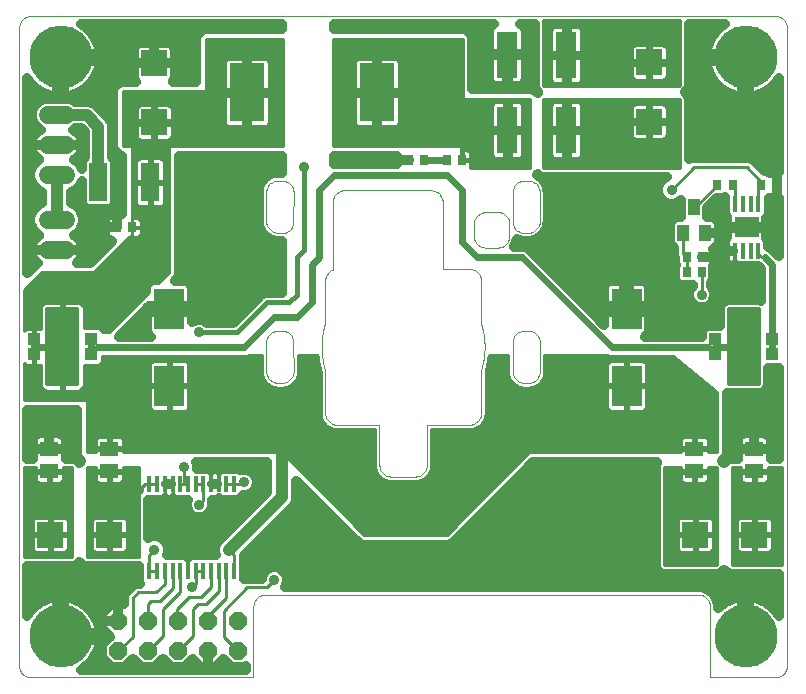
<source format=gtl>
G75*
%MOIN*%
%OFA0B0*%
%FSLAX25Y25*%
%IPPOS*%
%LPD*%
%AMOC8*
5,1,8,0,0,1.08239X$1,22.5*
%
%ADD10C,0.00004*%
%ADD11R,0.03937X0.05512*%
%ADD12R,0.01772X0.05315*%
%ADD13R,0.07874X0.06693*%
%ADD14R,0.04331X0.03937*%
%ADD15R,0.08661X0.07087*%
%ADD16C,0.01200*%
%ADD17R,0.02756X0.03543*%
%ADD18R,0.09843X0.13780*%
%ADD19C,0.21000*%
%ADD20OC8,0.06000*%
%ADD21R,0.06102X0.12992*%
%ADD22C,0.06000*%
%ADD23R,0.07087X0.15748*%
%ADD24R,0.08600X0.08600*%
%ADD25R,0.11811X0.19685*%
%ADD26R,0.01370X0.05500*%
%ADD27R,0.05906X0.05118*%
%ADD28C,0.02400*%
%ADD29C,0.01000*%
%ADD30C,0.03200*%
%ADD31C,0.03543*%
%ADD32C,0.04000*%
%ADD33C,0.01600*%
D10*
X0003842Y0003667D02*
X0004027Y0003504D01*
X0004223Y0003352D01*
X0004428Y0003213D01*
X0004640Y0003087D01*
X0004861Y0002975D01*
X0005088Y0002877D01*
X0005320Y0002793D01*
X0005558Y0002724D01*
X0005799Y0002670D01*
X0006044Y0002631D01*
X0006290Y0002608D01*
X0006537Y0002600D01*
X0080693Y0002600D01*
X0080691Y0026222D01*
X0080696Y0026428D01*
X0080750Y0026906D01*
X0080863Y0027373D01*
X0081031Y0027823D01*
X0081253Y0028250D01*
X0081525Y0028646D01*
X0081844Y0029006D01*
X0082204Y0029324D01*
X0082600Y0029597D01*
X0083026Y0029819D01*
X0083477Y0029987D01*
X0083944Y0030099D01*
X0084422Y0030154D01*
X0228978Y0030159D01*
X0229389Y0030137D01*
X0229863Y0030058D01*
X0230324Y0029922D01*
X0230765Y0029730D01*
X0231180Y0029486D01*
X0231561Y0029193D01*
X0231904Y0028856D01*
X0232203Y0028480D01*
X0232454Y0028070D01*
X0232654Y0027633D01*
X0232798Y0027174D01*
X0232885Y0026702D01*
X0232915Y0026222D01*
X0232915Y0002600D01*
X0254569Y0002600D01*
X0254816Y0002608D01*
X0255062Y0002631D01*
X0255306Y0002670D01*
X0255548Y0002724D01*
X0255785Y0002793D01*
X0256018Y0002877D01*
X0256245Y0002975D01*
X0256465Y0003087D01*
X0256678Y0003213D01*
X0256883Y0003352D01*
X0257078Y0003504D01*
X0257263Y0003667D01*
X0257439Y0003842D01*
X0257602Y0004027D01*
X0257754Y0004223D01*
X0257893Y0004428D01*
X0258019Y0004640D01*
X0258131Y0004861D01*
X0258229Y0005088D01*
X0258313Y0005320D01*
X0258382Y0005558D01*
X0258436Y0005799D01*
X0258474Y0006044D01*
X0258498Y0006290D01*
X0258506Y0006537D01*
X0258506Y0219135D01*
X0258498Y0219383D01*
X0258474Y0219629D01*
X0258436Y0219873D01*
X0258382Y0220115D01*
X0258313Y0220352D01*
X0258229Y0220585D01*
X0258131Y0220812D01*
X0258019Y0221032D01*
X0257893Y0221245D01*
X0257754Y0221450D01*
X0257602Y0221645D01*
X0257439Y0221830D01*
X0257263Y0222006D01*
X0257078Y0222169D01*
X0256883Y0222320D01*
X0256678Y0222459D01*
X0256465Y0222585D01*
X0256245Y0222698D01*
X0256018Y0222796D01*
X0255785Y0222880D01*
X0255548Y0222949D01*
X0255306Y0223003D01*
X0255062Y0223041D01*
X0254816Y0223065D01*
X0254569Y0223072D01*
X0006537Y0223072D01*
X0006290Y0223065D01*
X0006044Y0223041D01*
X0005799Y0223003D01*
X0005558Y0222949D01*
X0005320Y0222880D01*
X0005088Y0222796D01*
X0004861Y0222698D01*
X0004640Y0222585D01*
X0004428Y0222459D01*
X0004223Y0222320D01*
X0004027Y0222169D01*
X0003842Y0222006D01*
X0003667Y0221830D01*
X0003504Y0221645D01*
X0003352Y0221450D01*
X0003213Y0221245D01*
X0003087Y0221032D01*
X0002975Y0220812D01*
X0002877Y0220585D01*
X0002793Y0220352D01*
X0002724Y0220115D01*
X0002670Y0219873D01*
X0002631Y0219629D01*
X0002608Y0219383D01*
X0002600Y0219135D01*
X0002600Y0006537D01*
X0002608Y0006290D01*
X0002631Y0006044D01*
X0002670Y0005799D01*
X0002724Y0005558D01*
X0002793Y0005320D01*
X0002877Y0005088D01*
X0002975Y0004861D01*
X0003087Y0004640D01*
X0003213Y0004428D01*
X0003352Y0004223D01*
X0003504Y0004027D01*
X0003667Y0003842D01*
X0003842Y0003667D01*
X0086336Y0101696D02*
X0085993Y0102033D01*
X0085694Y0102409D01*
X0085443Y0102819D01*
X0085243Y0103256D01*
X0085099Y0103715D01*
X0085011Y0104187D01*
X0084982Y0104667D01*
X0084984Y0114450D01*
X0085030Y0114928D01*
X0085135Y0115398D01*
X0085295Y0115851D01*
X0085509Y0116281D01*
X0085775Y0116682D01*
X0086087Y0117048D01*
X0086441Y0117372D01*
X0086833Y0117651D01*
X0087255Y0117881D01*
X0087702Y0118057D01*
X0088168Y0118177D01*
X0088644Y0118240D01*
X0090100Y0118250D01*
X0090306Y0118244D01*
X0090784Y0118190D01*
X0091251Y0118078D01*
X0091701Y0117909D01*
X0092128Y0117687D01*
X0092524Y0117415D01*
X0092884Y0117096D01*
X0093202Y0116736D01*
X0093475Y0116340D01*
X0093696Y0115914D01*
X0093865Y0115464D01*
X0093977Y0114996D01*
X0094031Y0114519D01*
X0094035Y0104530D01*
X0093989Y0104051D01*
X0093885Y0103582D01*
X0093724Y0103129D01*
X0093509Y0102698D01*
X0093244Y0102298D01*
X0092932Y0101932D01*
X0092578Y0101607D01*
X0092186Y0101328D01*
X0091764Y0101099D01*
X0091317Y0100923D01*
X0090851Y0100802D01*
X0090375Y0100740D01*
X0088919Y0100730D01*
X0088507Y0100752D01*
X0088033Y0100831D01*
X0087572Y0100967D01*
X0087131Y0101159D01*
X0086717Y0101403D01*
X0086336Y0101696D01*
X0104194Y0106264D02*
X0104083Y0106725D01*
X0103981Y0107188D01*
X0103887Y0107653D01*
X0103800Y0108119D01*
X0103722Y0108587D01*
X0103652Y0109056D01*
X0103590Y0109526D01*
X0103536Y0109996D01*
X0103491Y0110469D01*
X0103454Y0110941D01*
X0103425Y0111415D01*
X0103404Y0111888D01*
X0103391Y0112362D01*
X0103387Y0112836D01*
X0103391Y0113310D01*
X0103404Y0113784D01*
X0103425Y0114258D01*
X0103454Y0114731D01*
X0103491Y0115204D01*
X0103536Y0115676D01*
X0103590Y0116147D01*
X0103652Y0116617D01*
X0103722Y0117086D01*
X0103800Y0117554D01*
X0103887Y0118020D01*
X0103981Y0118484D01*
X0104083Y0118947D01*
X0104194Y0119408D01*
X0104313Y0119867D01*
X0104440Y0120324D01*
X0104570Y0120765D01*
X0104569Y0134883D01*
X0104574Y0135089D01*
X0104628Y0135567D01*
X0104741Y0136034D01*
X0104909Y0136485D01*
X0105131Y0136911D01*
X0105403Y0137307D01*
X0105722Y0137667D01*
X0106082Y0137986D01*
X0106478Y0138258D01*
X0106904Y0138480D01*
X0107133Y0138565D01*
X0107128Y0161065D01*
X0107133Y0161270D01*
X0107187Y0161748D01*
X0107300Y0162216D01*
X0107468Y0162666D01*
X0107690Y0163092D01*
X0107962Y0163488D01*
X0108281Y0163848D01*
X0108641Y0164167D01*
X0109037Y0164439D01*
X0109463Y0164661D01*
X0109913Y0164830D01*
X0110381Y0164942D01*
X0110859Y0164996D01*
X0139805Y0165002D01*
X0140216Y0164980D01*
X0140690Y0164901D01*
X0141151Y0164764D01*
X0141592Y0164572D01*
X0142006Y0164328D01*
X0142387Y0164036D01*
X0142730Y0163699D01*
X0143030Y0163323D01*
X0143281Y0162913D01*
X0143480Y0162476D01*
X0143625Y0162017D01*
X0143712Y0161544D01*
X0143742Y0161065D01*
X0143742Y0138819D01*
X0152600Y0138820D01*
X0153011Y0138799D01*
X0153485Y0138720D01*
X0153946Y0138583D01*
X0154387Y0138391D01*
X0154802Y0138147D01*
X0155183Y0137855D01*
X0155526Y0137518D01*
X0155825Y0137142D01*
X0156076Y0136732D01*
X0156276Y0136294D01*
X0156420Y0135836D01*
X0156507Y0135363D01*
X0156537Y0134883D01*
X0156537Y0120759D01*
X0156666Y0120324D01*
X0156793Y0119867D01*
X0156911Y0119408D01*
X0157022Y0118947D01*
X0157124Y0118484D01*
X0157219Y0118020D01*
X0157306Y0117554D01*
X0157383Y0117086D01*
X0157454Y0116617D01*
X0157516Y0116147D01*
X0157569Y0115676D01*
X0157615Y0115204D01*
X0157652Y0114731D01*
X0157681Y0114258D01*
X0157702Y0113784D01*
X0157714Y0113310D01*
X0157718Y0112836D01*
X0157714Y0112362D01*
X0157702Y0111888D01*
X0157681Y0111415D01*
X0157652Y0110941D01*
X0157615Y0110469D01*
X0157569Y0109996D01*
X0157516Y0109526D01*
X0157454Y0109056D01*
X0157383Y0108587D01*
X0157306Y0108119D01*
X0157219Y0107653D01*
X0157124Y0107188D01*
X0157022Y0106725D01*
X0156911Y0106264D01*
X0156793Y0105805D01*
X0156666Y0105348D01*
X0156537Y0104914D01*
X0156537Y0090789D01*
X0156531Y0090583D01*
X0156477Y0090106D01*
X0156365Y0089638D01*
X0156196Y0089188D01*
X0155975Y0088761D01*
X0155702Y0088365D01*
X0155384Y0088005D01*
X0155024Y0087687D01*
X0154628Y0087414D01*
X0154201Y0087193D01*
X0153751Y0087024D01*
X0153283Y0086912D01*
X0152806Y0086857D01*
X0138488Y0086856D01*
X0138427Y0086837D01*
X0138427Y0073466D01*
X0138421Y0073260D01*
X0138367Y0072783D01*
X0138255Y0072315D01*
X0138086Y0071865D01*
X0137865Y0071439D01*
X0137592Y0071043D01*
X0137274Y0070682D01*
X0136913Y0070364D01*
X0136517Y0070091D01*
X0136091Y0069870D01*
X0135641Y0069701D01*
X0135173Y0069589D01*
X0134696Y0069535D01*
X0126616Y0069529D01*
X0126410Y0069535D01*
X0125932Y0069589D01*
X0125465Y0069701D01*
X0125015Y0069870D01*
X0124588Y0070091D01*
X0124192Y0070364D01*
X0123832Y0070682D01*
X0123513Y0071043D01*
X0123241Y0071439D01*
X0123019Y0071865D01*
X0122851Y0072315D01*
X0122739Y0072783D01*
X0122684Y0073260D01*
X0122683Y0086836D01*
X0122624Y0086854D01*
X0108506Y0086852D01*
X0108300Y0086857D01*
X0107822Y0086912D01*
X0107355Y0087024D01*
X0106904Y0087193D01*
X0106478Y0087414D01*
X0106082Y0087687D01*
X0105722Y0088005D01*
X0105403Y0088365D01*
X0105131Y0088761D01*
X0104909Y0089188D01*
X0104741Y0089638D01*
X0104628Y0090106D01*
X0104574Y0090583D01*
X0104572Y0104901D01*
X0104440Y0105348D01*
X0104313Y0105805D01*
X0104194Y0106264D01*
X0091251Y0150902D02*
X0090784Y0150790D01*
X0090306Y0150735D01*
X0090100Y0150730D01*
X0088644Y0150739D01*
X0088168Y0150802D01*
X0087702Y0150923D01*
X0087255Y0151099D01*
X0086833Y0151328D01*
X0086441Y0151607D01*
X0086087Y0151932D01*
X0085775Y0152298D01*
X0085509Y0152698D01*
X0085295Y0153129D01*
X0085135Y0153582D01*
X0085030Y0154051D01*
X0084984Y0154530D01*
X0084982Y0164313D01*
X0085011Y0164792D01*
X0085099Y0165265D01*
X0085243Y0165723D01*
X0085443Y0166161D01*
X0085694Y0166570D01*
X0085993Y0166947D01*
X0086336Y0167284D01*
X0086717Y0167576D01*
X0087131Y0167820D01*
X0087572Y0168012D01*
X0088033Y0168148D01*
X0088507Y0168228D01*
X0088919Y0168250D01*
X0090375Y0168240D01*
X0090851Y0168177D01*
X0091317Y0168057D01*
X0091764Y0167881D01*
X0092186Y0167651D01*
X0092578Y0167372D01*
X0092932Y0167047D01*
X0093244Y0166682D01*
X0093509Y0166281D01*
X0093724Y0165851D01*
X0093885Y0165398D01*
X0093989Y0164928D01*
X0094035Y0164450D01*
X0094031Y0154461D01*
X0093977Y0153983D01*
X0093865Y0153516D01*
X0093696Y0153066D01*
X0093475Y0152639D01*
X0093202Y0152243D01*
X0092884Y0151883D01*
X0092524Y0151565D01*
X0092128Y0151292D01*
X0091701Y0151070D01*
X0091251Y0150902D01*
X0154180Y0149638D02*
X0154175Y0153781D01*
X0154180Y0153987D01*
X0154235Y0154465D01*
X0154347Y0154932D01*
X0154515Y0155382D01*
X0154737Y0155809D01*
X0155009Y0156205D01*
X0155328Y0156565D01*
X0155688Y0156883D01*
X0156084Y0157156D01*
X0156511Y0157378D01*
X0156961Y0157546D01*
X0157428Y0157658D01*
X0157906Y0157713D01*
X0162049Y0157718D01*
X0162460Y0157696D01*
X0162934Y0157617D01*
X0163395Y0157481D01*
X0163836Y0157289D01*
X0164250Y0157045D01*
X0164632Y0156752D01*
X0164974Y0156415D01*
X0165274Y0156039D01*
X0165525Y0155630D01*
X0165724Y0155192D01*
X0165869Y0154733D01*
X0165956Y0154261D01*
X0165986Y0153781D01*
X0165986Y0149844D01*
X0165980Y0149638D01*
X0165926Y0149160D01*
X0165814Y0148693D01*
X0165645Y0148243D01*
X0165424Y0147817D01*
X0165151Y0147420D01*
X0164833Y0147060D01*
X0164472Y0146742D01*
X0164076Y0146469D01*
X0163650Y0146248D01*
X0163200Y0146079D01*
X0162732Y0145967D01*
X0162255Y0145913D01*
X0158112Y0145907D01*
X0157906Y0145913D01*
X0157428Y0145967D01*
X0156961Y0146079D01*
X0156511Y0146248D01*
X0156084Y0146469D01*
X0155688Y0146742D01*
X0155328Y0147060D01*
X0155009Y0147420D01*
X0154737Y0147817D01*
X0154515Y0148243D01*
X0154347Y0148693D01*
X0154235Y0149160D01*
X0154180Y0149638D01*
X0167128Y0153983D02*
X0167074Y0154461D01*
X0167071Y0164450D01*
X0167117Y0164928D01*
X0167221Y0165398D01*
X0167381Y0165851D01*
X0167596Y0166281D01*
X0167861Y0166682D01*
X0168174Y0167047D01*
X0168528Y0167372D01*
X0168919Y0167651D01*
X0169342Y0167881D01*
X0169789Y0168057D01*
X0170254Y0168177D01*
X0170731Y0168240D01*
X0172187Y0168250D01*
X0172598Y0168228D01*
X0173072Y0168148D01*
X0173533Y0168012D01*
X0173974Y0167820D01*
X0174388Y0167576D01*
X0174769Y0167284D01*
X0175112Y0166947D01*
X0175411Y0166570D01*
X0175663Y0166161D01*
X0175862Y0165723D01*
X0176007Y0165265D01*
X0176094Y0164792D01*
X0176124Y0164313D01*
X0176121Y0154530D01*
X0176075Y0154051D01*
X0175971Y0153582D01*
X0175811Y0153129D01*
X0175596Y0152698D01*
X0175331Y0152298D01*
X0175019Y0151932D01*
X0174664Y0151607D01*
X0174273Y0151328D01*
X0173850Y0151099D01*
X0173403Y0150923D01*
X0172938Y0150802D01*
X0172461Y0150739D01*
X0171006Y0150730D01*
X0170800Y0150735D01*
X0170322Y0150790D01*
X0169854Y0150902D01*
X0169404Y0151070D01*
X0168978Y0151292D01*
X0168581Y0151565D01*
X0168222Y0151883D01*
X0167903Y0152243D01*
X0167631Y0152639D01*
X0167409Y0153066D01*
X0167241Y0153516D01*
X0167128Y0153983D01*
X0170800Y0118244D02*
X0171006Y0118250D01*
X0172461Y0118240D01*
X0172938Y0118177D01*
X0173403Y0118057D01*
X0173850Y0117881D01*
X0174273Y0117651D01*
X0174664Y0117372D01*
X0175019Y0117048D01*
X0175331Y0116682D01*
X0175596Y0116281D01*
X0175811Y0115851D01*
X0175971Y0115398D01*
X0176075Y0114928D01*
X0176121Y0114450D01*
X0176124Y0104667D01*
X0176094Y0104187D01*
X0176007Y0103715D01*
X0175862Y0103256D01*
X0175663Y0102819D01*
X0175411Y0102409D01*
X0175112Y0102033D01*
X0174769Y0101696D01*
X0174388Y0101403D01*
X0173974Y0101159D01*
X0173533Y0100967D01*
X0173072Y0100831D01*
X0172598Y0100752D01*
X0172187Y0100730D01*
X0170731Y0100740D01*
X0170254Y0100802D01*
X0169789Y0100923D01*
X0169342Y0101099D01*
X0168919Y0101328D01*
X0168528Y0101607D01*
X0168174Y0101932D01*
X0167861Y0102298D01*
X0167596Y0102698D01*
X0167381Y0103129D01*
X0167221Y0103582D01*
X0167117Y0104051D01*
X0167071Y0104530D01*
X0167074Y0114519D01*
X0167128Y0114996D01*
X0167241Y0115464D01*
X0167409Y0115914D01*
X0167631Y0116340D01*
X0167903Y0116736D01*
X0168222Y0117096D01*
X0168581Y0117415D01*
X0168978Y0117687D01*
X0169404Y0117909D01*
X0169854Y0118078D01*
X0170322Y0118190D01*
X0170800Y0118244D01*
D11*
X0223860Y0150769D03*
X0231340Y0150769D03*
X0227600Y0159431D03*
D12*
X0241261Y0160376D03*
X0243820Y0160376D03*
X0246380Y0160376D03*
X0248939Y0160376D03*
X0248939Y0144824D03*
X0246380Y0144824D03*
X0243820Y0144824D03*
X0241261Y0144824D03*
D13*
X0245100Y0152600D03*
D14*
X0253584Y0115395D03*
X0253584Y0110277D03*
X0234687Y0110277D03*
X0234687Y0115395D03*
X0026419Y0115395D03*
X0026419Y0110277D03*
X0007521Y0110277D03*
X0007521Y0115395D03*
D15*
X0016970Y0112836D03*
X0244135Y0112836D03*
D16*
X0239135Y0112863D02*
X0249135Y0112863D01*
X0249135Y0111665D02*
X0239135Y0111665D01*
X0239135Y0110466D02*
X0249135Y0110466D01*
X0249135Y0109268D02*
X0239135Y0109268D01*
X0239135Y0108069D02*
X0249135Y0108069D01*
X0249135Y0106870D02*
X0239135Y0106870D01*
X0239135Y0105672D02*
X0249135Y0105672D01*
X0249135Y0104473D02*
X0239135Y0104473D01*
X0239135Y0103275D02*
X0249135Y0103275D01*
X0249135Y0102076D02*
X0239135Y0102076D01*
X0239135Y0100878D02*
X0249135Y0100878D01*
X0249135Y0100336D02*
X0239135Y0100336D01*
X0239135Y0125336D01*
X0249135Y0125336D01*
X0249135Y0100336D01*
X0249135Y0114062D02*
X0239135Y0114062D01*
X0239135Y0115260D02*
X0249135Y0115260D01*
X0249135Y0116459D02*
X0239135Y0116459D01*
X0239135Y0117657D02*
X0249135Y0117657D01*
X0249135Y0118856D02*
X0239135Y0118856D01*
X0239135Y0120054D02*
X0249135Y0120054D01*
X0249135Y0121253D02*
X0239135Y0121253D01*
X0239135Y0122451D02*
X0249135Y0122451D01*
X0249135Y0123650D02*
X0239135Y0123650D01*
X0239135Y0124848D02*
X0249135Y0124848D01*
X0021970Y0124848D02*
X0011970Y0124848D01*
X0011970Y0125336D02*
X0021970Y0125336D01*
X0021970Y0100336D01*
X0011970Y0100336D01*
X0011970Y0125336D01*
X0011970Y0123650D02*
X0021970Y0123650D01*
X0021970Y0122451D02*
X0011970Y0122451D01*
X0011970Y0121253D02*
X0021970Y0121253D01*
X0021970Y0120054D02*
X0011970Y0120054D01*
X0011970Y0118856D02*
X0021970Y0118856D01*
X0021970Y0117657D02*
X0011970Y0117657D01*
X0011970Y0116459D02*
X0021970Y0116459D01*
X0021970Y0115260D02*
X0011970Y0115260D01*
X0011970Y0114062D02*
X0021970Y0114062D01*
X0021970Y0112863D02*
X0011970Y0112863D01*
X0011970Y0111665D02*
X0021970Y0111665D01*
X0021970Y0110466D02*
X0011970Y0110466D01*
X0011970Y0109268D02*
X0021970Y0109268D01*
X0021970Y0108069D02*
X0011970Y0108069D01*
X0011970Y0106870D02*
X0021970Y0106870D01*
X0021970Y0105672D02*
X0011970Y0105672D01*
X0011970Y0104473D02*
X0021970Y0104473D01*
X0021970Y0103275D02*
X0011970Y0103275D01*
X0011970Y0102076D02*
X0021970Y0102076D01*
X0021970Y0100878D02*
X0011970Y0100878D01*
D17*
X0035041Y0152600D03*
X0040159Y0152600D03*
X0132541Y0175100D03*
X0137659Y0175100D03*
X0145041Y0175100D03*
X0150159Y0175100D03*
X0225041Y0142600D03*
X0225041Y0137600D03*
X0230159Y0137600D03*
X0230159Y0142600D03*
X0235297Y0166655D03*
X0240415Y0166655D03*
X0249923Y0166714D03*
X0255041Y0166714D03*
D18*
X0205100Y0125395D03*
X0205100Y0099805D03*
X0052600Y0099805D03*
X0052600Y0125395D03*
D19*
X0016380Y0209293D03*
X0016380Y0016380D03*
X0244726Y0016380D03*
X0244726Y0209293D03*
D20*
X0075553Y0021380D03*
X0065553Y0021380D03*
X0055553Y0021380D03*
X0045553Y0021380D03*
X0035553Y0021380D03*
X0035553Y0011380D03*
X0045553Y0011380D03*
X0055553Y0011380D03*
X0065553Y0011380D03*
X0075553Y0011380D03*
D21*
X0046202Y0167600D03*
X0028998Y0167600D03*
D22*
X0018100Y0170100D02*
X0012100Y0170100D01*
X0012100Y0180100D02*
X0018100Y0180100D01*
X0018100Y0190100D02*
X0012100Y0190100D01*
X0012100Y0155100D02*
X0018100Y0155100D01*
X0018100Y0145100D02*
X0012100Y0145100D01*
D23*
X0165257Y0185100D03*
X0184943Y0185100D03*
X0184943Y0210100D03*
X0165257Y0210100D03*
D24*
X0212600Y0207600D03*
X0212600Y0187915D03*
X0227915Y0050100D03*
X0247600Y0050100D03*
X0047600Y0187600D03*
X0047600Y0207285D03*
X0032600Y0050100D03*
X0012915Y0050100D03*
D25*
X0078446Y0197600D03*
X0121754Y0197600D03*
D26*
X0074175Y0066994D03*
X0071616Y0066994D03*
X0069057Y0066994D03*
X0066498Y0066994D03*
X0063939Y0066994D03*
X0061380Y0066994D03*
X0058820Y0066994D03*
X0056261Y0066994D03*
X0053702Y0066994D03*
X0051143Y0066994D03*
X0048584Y0066994D03*
X0046025Y0066994D03*
X0046025Y0038206D03*
X0048584Y0038206D03*
X0051143Y0038206D03*
X0053702Y0038206D03*
X0056261Y0038206D03*
X0058820Y0038206D03*
X0061380Y0038206D03*
X0063939Y0038206D03*
X0066498Y0038206D03*
X0069057Y0038206D03*
X0071616Y0038206D03*
X0074175Y0038206D03*
D27*
X0032600Y0071360D03*
X0032600Y0078840D03*
X0012600Y0078840D03*
X0012600Y0071360D03*
X0227600Y0071360D03*
X0227600Y0078840D03*
X0247600Y0078840D03*
X0247600Y0071360D03*
D28*
X0253584Y0110277D02*
X0253584Y0115395D01*
X0253584Y0140179D01*
X0251163Y0142600D01*
X0245100Y0112600D02*
X0234687Y0112600D01*
X0234687Y0110277D01*
X0232364Y0112600D02*
X0200100Y0112600D01*
X0170100Y0142600D01*
X0155100Y0142600D01*
X0150100Y0147600D01*
X0150100Y0165100D01*
X0145100Y0170100D01*
X0107600Y0170100D01*
X0102600Y0165100D01*
X0102600Y0142600D01*
X0100100Y0140100D01*
X0100100Y0127600D01*
X0095100Y0122600D01*
X0087600Y0122600D01*
X0077600Y0112600D01*
X0028742Y0112600D01*
X0026419Y0110277D02*
X0026419Y0115395D01*
X0016970Y0112836D02*
X0007757Y0112836D01*
X0007521Y0112600D02*
X0007521Y0110277D01*
X0007521Y0112600D02*
X0007521Y0115395D01*
X0137659Y0175100D02*
X0145041Y0175100D01*
D29*
X0159093Y0110100D02*
X0165571Y0110100D01*
X0165569Y0105069D01*
X0165516Y0105005D01*
X0165569Y0104458D01*
X0165569Y0104417D01*
X0165516Y0104334D01*
X0165569Y0104095D01*
X0165569Y0103908D01*
X0165622Y0103854D01*
X0165631Y0103816D01*
X0165637Y0103750D01*
X0165597Y0103666D01*
X0165663Y0103482D01*
X0165682Y0103288D01*
X0165752Y0103230D01*
X0165774Y0103167D01*
X0165789Y0103102D01*
X0165760Y0103015D01*
X0165847Y0102841D01*
X0165889Y0102650D01*
X0165967Y0102600D01*
X0165996Y0102541D01*
X0166019Y0102478D01*
X0166000Y0102388D01*
X0166108Y0102225D01*
X0166174Y0102041D01*
X0166256Y0102001D01*
X0166293Y0101946D01*
X0166323Y0101887D01*
X0166315Y0101795D01*
X0166442Y0101646D01*
X0166530Y0101471D01*
X0166617Y0101442D01*
X0166660Y0101392D01*
X0166696Y0101337D01*
X0166700Y0101245D01*
X0166844Y0101114D01*
X0166953Y0100950D01*
X0167043Y0100931D01*
X0167091Y0100887D01*
X0167134Y0100837D01*
X0167149Y0100746D01*
X0167309Y0100632D01*
X0167436Y0100484D01*
X0167527Y0100476D01*
X0167581Y0100438D01*
X0167630Y0100393D01*
X0167656Y0100306D01*
X0167827Y0100212D01*
X0167972Y0100080D01*
X0168064Y0100084D01*
X0168122Y0100052D01*
X0168176Y0100014D01*
X0168213Y0099929D01*
X0168395Y0099857D01*
X0168554Y0099744D01*
X0168644Y0099759D01*
X0168706Y0099735D01*
X0168764Y0099703D01*
X0168810Y0099625D01*
X0168998Y0099576D01*
X0169171Y0099482D01*
X0169260Y0099508D01*
X0169324Y0099492D01*
X0169386Y0099468D01*
X0169442Y0099394D01*
X0169637Y0099369D01*
X0169818Y0099297D01*
X0169902Y0099334D01*
X0169967Y0099325D01*
X0170033Y0099308D01*
X0170098Y0099242D01*
X0170294Y0099241D01*
X0170480Y0099192D01*
X0170559Y0099239D01*
X0170627Y0099238D01*
X0171152Y0099170D01*
X0171236Y0099234D01*
X0171606Y0099232D01*
X0171644Y0099197D01*
X0172153Y0099224D01*
X0172233Y0099167D01*
X0172578Y0099225D01*
X0172799Y0099224D01*
X0172829Y0099254D01*
X0172901Y0099214D01*
X0173103Y0099274D01*
X0173298Y0099284D01*
X0173356Y0099349D01*
X0173410Y0099365D01*
X0173475Y0099376D01*
X0173561Y0099342D01*
X0173743Y0099421D01*
X0173934Y0099453D01*
X0173987Y0099527D01*
X0174047Y0099553D01*
X0174112Y0099572D01*
X0174201Y0099549D01*
X0174368Y0099648D01*
X0174555Y0099703D01*
X0174599Y0099784D01*
X0174657Y0099818D01*
X0174718Y0099845D01*
X0174809Y0099833D01*
X0174964Y0099952D01*
X0175143Y0100030D01*
X0175177Y0100115D01*
X0175230Y0100156D01*
X0175286Y0100189D01*
X0175378Y0100188D01*
X0175518Y0100326D01*
X0175687Y0100425D01*
X0175710Y0100514D01*
X0175757Y0100560D01*
X0175809Y0100601D01*
X0175901Y0100611D01*
X0176023Y0100764D01*
X0176177Y0100883D01*
X0176189Y0100974D01*
X0176231Y0101026D01*
X0176278Y0101072D01*
X0176367Y0101094D01*
X0176469Y0101260D01*
X0176609Y0101398D01*
X0176609Y0101490D01*
X0176644Y0101546D01*
X0176685Y0101597D01*
X0176771Y0101629D01*
X0176852Y0101808D01*
X0176974Y0101961D01*
X0176964Y0102053D01*
X0176991Y0102112D01*
X0177026Y0102169D01*
X0177108Y0102211D01*
X0177167Y0102399D01*
X0177268Y0102564D01*
X0177247Y0102653D01*
X0177267Y0102717D01*
X0177295Y0102778D01*
X0177371Y0102830D01*
X0177406Y0103021D01*
X0177487Y0103199D01*
X0177455Y0103285D01*
X0177467Y0103351D01*
X0177487Y0103414D01*
X0177555Y0103474D01*
X0177567Y0103668D01*
X0177626Y0103856D01*
X0177584Y0103938D01*
X0177588Y0104004D01*
X0177588Y0104008D01*
X0177626Y0104045D01*
X0177626Y0104210D01*
X0177684Y0104526D01*
X0177626Y0104611D01*
X0177626Y0104621D01*
X0177661Y0105196D01*
X0177625Y0105236D01*
X0177624Y0110100D01*
X0198607Y0110100D01*
X0199527Y0109719D01*
X0220557Y0109719D01*
X0235100Y0097600D01*
X0235100Y0077600D01*
X0232053Y0077600D01*
X0232053Y0078340D01*
X0228100Y0078340D01*
X0228100Y0079340D01*
X0232053Y0079340D01*
X0232053Y0081597D01*
X0231951Y0081978D01*
X0231753Y0082320D01*
X0231474Y0082599D01*
X0231132Y0082797D01*
X0230750Y0082899D01*
X0228100Y0082899D01*
X0228100Y0079340D01*
X0227100Y0079340D01*
X0227100Y0078340D01*
X0223147Y0078340D01*
X0223147Y0077600D01*
X0172600Y0077600D01*
X0145100Y0050100D01*
X0117600Y0050100D01*
X0090100Y0077600D01*
X0037053Y0077600D01*
X0037053Y0078340D01*
X0033100Y0078340D01*
X0033100Y0079340D01*
X0037053Y0079340D01*
X0037053Y0081597D01*
X0036951Y0081978D01*
X0036753Y0082320D01*
X0036474Y0082599D01*
X0036132Y0082797D01*
X0035750Y0082899D01*
X0033100Y0082899D01*
X0033100Y0079340D01*
X0032100Y0079340D01*
X0032100Y0078340D01*
X0028147Y0078340D01*
X0028147Y0077600D01*
X0025100Y0077600D01*
X0025100Y0106628D01*
X0029281Y0106628D01*
X0030265Y0107612D01*
X0030265Y0109719D01*
X0078173Y0109719D01*
X0079093Y0110100D01*
X0083481Y0110100D01*
X0083480Y0105236D01*
X0083445Y0105196D01*
X0083480Y0104621D01*
X0083480Y0104611D01*
X0083421Y0104526D01*
X0083480Y0104210D01*
X0083480Y0104045D01*
X0083517Y0104008D01*
X0083518Y0104004D01*
X0083522Y0103938D01*
X0083479Y0103856D01*
X0083539Y0103668D01*
X0083551Y0103474D01*
X0083619Y0103414D01*
X0083639Y0103351D01*
X0083651Y0103285D01*
X0083619Y0103199D01*
X0083700Y0103021D01*
X0083735Y0102830D01*
X0083811Y0102778D01*
X0083839Y0102717D01*
X0083859Y0102653D01*
X0083837Y0102564D01*
X0083939Y0102399D01*
X0083998Y0102211D01*
X0084080Y0102169D01*
X0084115Y0102112D01*
X0084142Y0102053D01*
X0084131Y0101961D01*
X0084253Y0101808D01*
X0084335Y0101629D01*
X0084421Y0101597D01*
X0084461Y0101546D01*
X0084496Y0101490D01*
X0084497Y0101398D01*
X0084637Y0101260D01*
X0084739Y0101094D01*
X0084828Y0101072D01*
X0084875Y0101026D01*
X0084916Y0100974D01*
X0084928Y0100883D01*
X0085083Y0100764D01*
X0085205Y0100611D01*
X0085296Y0100601D01*
X0085349Y0100560D01*
X0085396Y0100514D01*
X0085419Y0100425D01*
X0085587Y0100326D01*
X0085727Y0100188D01*
X0085819Y0100189D01*
X0085876Y0100156D01*
X0085928Y0100115D01*
X0085962Y0100030D01*
X0086142Y0099952D01*
X0086296Y0099833D01*
X0086387Y0099845D01*
X0086448Y0099818D01*
X0086506Y0099784D01*
X0086550Y0099703D01*
X0086737Y0099648D01*
X0086905Y0099549D01*
X0086994Y0099572D01*
X0087058Y0099553D01*
X0087119Y0099527D01*
X0087171Y0099453D01*
X0087363Y0099421D01*
X0087544Y0099342D01*
X0087630Y0099376D01*
X0087695Y0099365D01*
X0087749Y0099349D01*
X0087807Y0099284D01*
X0088002Y0099274D01*
X0088204Y0099214D01*
X0088277Y0099254D01*
X0088307Y0099224D01*
X0088527Y0099225D01*
X0088873Y0099167D01*
X0088952Y0099224D01*
X0089461Y0099197D01*
X0089500Y0099232D01*
X0089869Y0099234D01*
X0089954Y0099170D01*
X0090478Y0099238D01*
X0090546Y0099239D01*
X0090625Y0099192D01*
X0090812Y0099241D01*
X0091007Y0099242D01*
X0091072Y0099308D01*
X0091138Y0099325D01*
X0091204Y0099334D01*
X0091288Y0099297D01*
X0091469Y0099369D01*
X0091664Y0099394D01*
X0091720Y0099468D01*
X0091781Y0099492D01*
X0091846Y0099508D01*
X0091934Y0099482D01*
X0092107Y0099576D01*
X0092295Y0099625D01*
X0092342Y0099703D01*
X0092400Y0099735D01*
X0092462Y0099759D01*
X0092552Y0099744D01*
X0092710Y0099857D01*
X0092893Y0099929D01*
X0092930Y0100014D01*
X0092984Y0100052D01*
X0093042Y0100084D01*
X0093134Y0100080D01*
X0093278Y0100212D01*
X0093450Y0100306D01*
X0093476Y0100393D01*
X0093525Y0100438D01*
X0093578Y0100476D01*
X0093670Y0100484D01*
X0093796Y0100632D01*
X0093956Y0100746D01*
X0093971Y0100837D01*
X0094014Y0100887D01*
X0094063Y0100931D01*
X0094153Y0100950D01*
X0094261Y0101114D01*
X0094405Y0101245D01*
X0094409Y0101337D01*
X0094446Y0101392D01*
X0094489Y0101442D01*
X0094576Y0101471D01*
X0094663Y0101646D01*
X0094790Y0101795D01*
X0094783Y0101887D01*
X0094813Y0101946D01*
X0094849Y0102001D01*
X0094932Y0102041D01*
X0094997Y0102225D01*
X0095105Y0102388D01*
X0095087Y0102478D01*
X0095109Y0102541D01*
X0095139Y0102600D01*
X0095217Y0102650D01*
X0095259Y0102841D01*
X0095346Y0103015D01*
X0095317Y0103102D01*
X0095331Y0103167D01*
X0095353Y0103230D01*
X0095424Y0103288D01*
X0095443Y0103482D01*
X0095508Y0103666D01*
X0095468Y0103750D01*
X0095475Y0103816D01*
X0095483Y0103854D01*
X0095537Y0103908D01*
X0095537Y0104095D01*
X0095590Y0104334D01*
X0095537Y0104417D01*
X0095537Y0104458D01*
X0095589Y0105005D01*
X0095536Y0105069D01*
X0095535Y0110100D01*
X0102013Y0110100D01*
X0102015Y0110081D01*
X0102025Y0109954D01*
X0102020Y0109947D01*
X0102035Y0109831D01*
X0102043Y0109730D01*
X0102049Y0109725D01*
X0102066Y0109591D01*
X0102079Y0109456D01*
X0102074Y0109449D01*
X0102090Y0109342D01*
X0102101Y0109234D01*
X0102107Y0109228D01*
X0102127Y0109094D01*
X0102143Y0108959D01*
X0102138Y0108952D01*
X0102156Y0108845D01*
X0102168Y0108738D01*
X0102174Y0108732D01*
X0102197Y0108599D01*
X0102215Y0108463D01*
X0102210Y0108456D01*
X0102230Y0108349D01*
X0102244Y0108243D01*
X0102250Y0108238D01*
X0102275Y0108103D01*
X0102295Y0107970D01*
X0102291Y0107963D01*
X0102311Y0107863D01*
X0102328Y0107749D01*
X0102335Y0107744D01*
X0102361Y0107617D01*
X0102384Y0107478D01*
X0102380Y0107471D01*
X0102402Y0107372D01*
X0102421Y0107257D01*
X0102429Y0107252D01*
X0102458Y0107120D01*
X0102483Y0106987D01*
X0102478Y0106980D01*
X0102505Y0106865D01*
X0102524Y0106767D01*
X0102530Y0106762D01*
X0102563Y0106624D01*
X0102589Y0106498D01*
X0102584Y0106490D01*
X0102613Y0106376D01*
X0102633Y0106279D01*
X0102640Y0106275D01*
X0102674Y0106143D01*
X0102703Y0106010D01*
X0102699Y0106003D01*
X0102727Y0105904D01*
X0102751Y0105793D01*
X0102759Y0105789D01*
X0102794Y0105661D01*
X0102827Y0105526D01*
X0102823Y0105519D01*
X0102851Y0105424D01*
X0102879Y0105309D01*
X0102887Y0105304D01*
X0102924Y0105178D01*
X0103015Y0104826D01*
X0103028Y0104819D01*
X0103070Y0104667D01*
X0103072Y0091108D01*
X0103011Y0091031D01*
X0103072Y0090498D01*
X0103072Y0090440D01*
X0103023Y0090360D01*
X0103072Y0090154D01*
X0103072Y0089961D01*
X0103133Y0089900D01*
X0103146Y0089844D01*
X0103154Y0089778D01*
X0103116Y0089695D01*
X0103184Y0089512D01*
X0103206Y0089318D01*
X0103278Y0089260D01*
X0103302Y0089198D01*
X0103317Y0089134D01*
X0103289Y0089047D01*
X0103379Y0088874D01*
X0103425Y0088683D01*
X0103504Y0088634D01*
X0103534Y0088576D01*
X0103558Y0088514D01*
X0103541Y0088423D01*
X0103652Y0088260D01*
X0103720Y0088079D01*
X0103803Y0088041D01*
X0103841Y0087986D01*
X0103871Y0087928D01*
X0103866Y0087837D01*
X0103994Y0087691D01*
X0104085Y0087517D01*
X0104173Y0087489D01*
X0104217Y0087439D01*
X0104255Y0087384D01*
X0104261Y0087292D01*
X0104408Y0087162D01*
X0104518Y0087002D01*
X0104608Y0086985D01*
X0104658Y0086941D01*
X0104702Y0086891D01*
X0104718Y0086802D01*
X0104878Y0086692D01*
X0105009Y0086544D01*
X0105101Y0086538D01*
X0105155Y0086501D01*
X0105205Y0086457D01*
X0105233Y0086368D01*
X0105408Y0086278D01*
X0105553Y0086149D01*
X0105644Y0086155D01*
X0105703Y0086124D01*
X0105758Y0086087D01*
X0105795Y0086004D01*
X0105977Y0085936D01*
X0106139Y0085824D01*
X0106230Y0085841D01*
X0106293Y0085818D01*
X0106351Y0085787D01*
X0106399Y0085709D01*
X0106591Y0085663D01*
X0106764Y0085573D01*
X0106851Y0085600D01*
X0106915Y0085585D01*
X0106977Y0085562D01*
X0107034Y0085490D01*
X0107228Y0085468D01*
X0107411Y0085399D01*
X0107495Y0085437D01*
X0107561Y0085430D01*
X0107590Y0085423D01*
X0107637Y0085373D01*
X0107819Y0085368D01*
X0107880Y0085353D01*
X0107884Y0085350D01*
X0107894Y0085350D01*
X0108076Y0085306D01*
X0108148Y0085350D01*
X0108263Y0085350D01*
X0108748Y0085295D01*
X0108807Y0085341D01*
X0109087Y0085334D01*
X0109104Y0085350D01*
X0121181Y0085352D01*
X0121182Y0073785D01*
X0121122Y0073709D01*
X0121182Y0073175D01*
X0121182Y0073118D01*
X0121133Y0073037D01*
X0121182Y0072831D01*
X0121182Y0072638D01*
X0121243Y0072577D01*
X0121257Y0072522D01*
X0121264Y0072455D01*
X0121226Y0072371D01*
X0121295Y0072188D01*
X0121317Y0071995D01*
X0121388Y0071938D01*
X0121412Y0071875D01*
X0121427Y0071811D01*
X0121400Y0071724D01*
X0121489Y0071552D01*
X0121535Y0071360D01*
X0121614Y0071311D01*
X0121645Y0071253D01*
X0121668Y0071191D01*
X0121651Y0071100D01*
X0121763Y0070937D01*
X0121831Y0070756D01*
X0121914Y0070718D01*
X0121951Y0070664D01*
X0121982Y0070605D01*
X0121976Y0070514D01*
X0122104Y0070369D01*
X0122195Y0070194D01*
X0122284Y0070166D01*
X0122328Y0070116D01*
X0122365Y0070061D01*
X0122371Y0069969D01*
X0122518Y0069839D01*
X0122628Y0069679D01*
X0122718Y0069662D01*
X0122768Y0069618D01*
X0122812Y0069569D01*
X0122828Y0069479D01*
X0122988Y0069369D01*
X0123119Y0069221D01*
X0123211Y0069216D01*
X0123266Y0069178D01*
X0123315Y0069134D01*
X0123343Y0069046D01*
X0123518Y0068955D01*
X0123663Y0068826D01*
X0123754Y0068832D01*
X0123813Y0068801D01*
X0123868Y0068764D01*
X0123905Y0068681D01*
X0124087Y0068613D01*
X0124250Y0068501D01*
X0124341Y0068518D01*
X0124403Y0068495D01*
X0124461Y0068465D01*
X0124509Y0068386D01*
X0124701Y0068340D01*
X0124874Y0068250D01*
X0124961Y0068277D01*
X0125024Y0068262D01*
X0125087Y0068239D01*
X0125144Y0068167D01*
X0125337Y0068145D01*
X0125520Y0068076D01*
X0125604Y0068115D01*
X0125671Y0068107D01*
X0125700Y0068100D01*
X0125748Y0068050D01*
X0125930Y0068045D01*
X0125991Y0068030D01*
X0125995Y0068027D01*
X0126006Y0068027D01*
X0126187Y0067983D01*
X0126258Y0068027D01*
X0126374Y0068027D01*
X0126858Y0067972D01*
X0126917Y0068019D01*
X0127197Y0068011D01*
X0127215Y0068028D01*
X0134171Y0068032D01*
X0134247Y0067972D01*
X0134781Y0068033D01*
X0134838Y0068033D01*
X0134919Y0067983D01*
X0135126Y0068033D01*
X0135319Y0068033D01*
X0135380Y0068094D01*
X0135434Y0068107D01*
X0135501Y0068115D01*
X0135585Y0068076D01*
X0135768Y0068145D01*
X0135961Y0068167D01*
X0136018Y0068239D01*
X0136081Y0068262D01*
X0136145Y0068277D01*
X0136232Y0068250D01*
X0136404Y0068340D01*
X0136596Y0068386D01*
X0136645Y0068465D01*
X0136703Y0068495D01*
X0136765Y0068518D01*
X0136856Y0068501D01*
X0137019Y0068613D01*
X0137200Y0068681D01*
X0137238Y0068764D01*
X0137292Y0068801D01*
X0137351Y0068832D01*
X0137442Y0068826D01*
X0137587Y0068955D01*
X0137762Y0069046D01*
X0137790Y0069134D01*
X0137840Y0069178D01*
X0137894Y0069216D01*
X0137987Y0069221D01*
X0138117Y0069369D01*
X0138277Y0069479D01*
X0138294Y0069569D01*
X0138338Y0069618D01*
X0138387Y0069662D01*
X0138477Y0069679D01*
X0138587Y0069839D01*
X0138735Y0069969D01*
X0138740Y0070061D01*
X0138778Y0070116D01*
X0138822Y0070166D01*
X0138910Y0070194D01*
X0139001Y0070369D01*
X0139129Y0070514D01*
X0139124Y0070605D01*
X0139154Y0070664D01*
X0139192Y0070718D01*
X0139275Y0070756D01*
X0139343Y0070937D01*
X0139455Y0071100D01*
X0139438Y0071191D01*
X0139461Y0071253D01*
X0139491Y0071311D01*
X0139570Y0071360D01*
X0139616Y0071552D01*
X0139706Y0071724D01*
X0139678Y0071811D01*
X0139694Y0071875D01*
X0139717Y0071938D01*
X0139789Y0071995D01*
X0139811Y0072188D01*
X0139879Y0072371D01*
X0139841Y0072455D01*
X0139849Y0072522D01*
X0139856Y0072551D01*
X0139906Y0072598D01*
X0139911Y0072780D01*
X0139925Y0072841D01*
X0139929Y0072844D01*
X0139929Y0072854D01*
X0139973Y0073037D01*
X0139929Y0073109D01*
X0139929Y0073223D01*
X0139984Y0073709D01*
X0139937Y0073767D01*
X0139945Y0074048D01*
X0139929Y0074065D01*
X0139929Y0085354D01*
X0152281Y0085355D01*
X0152358Y0085295D01*
X0152891Y0085356D01*
X0152949Y0085356D01*
X0153029Y0085306D01*
X0153235Y0085356D01*
X0153428Y0085356D01*
X0153489Y0085417D01*
X0153545Y0085430D01*
X0153611Y0085437D01*
X0153694Y0085399D01*
X0153877Y0085468D01*
X0154071Y0085490D01*
X0154129Y0085562D01*
X0154191Y0085585D01*
X0154255Y0085600D01*
X0154342Y0085573D01*
X0154515Y0085663D01*
X0154706Y0085709D01*
X0154755Y0085787D01*
X0154813Y0085818D01*
X0154875Y0085841D01*
X0154966Y0085824D01*
X0155129Y0085936D01*
X0155310Y0086004D01*
X0155348Y0086087D01*
X0155403Y0086124D01*
X0155461Y0086155D01*
X0155552Y0086149D01*
X0155698Y0086278D01*
X0155872Y0086368D01*
X0155900Y0086457D01*
X0155950Y0086501D01*
X0156005Y0086538D01*
X0156097Y0086544D01*
X0156227Y0086692D01*
X0156387Y0086802D01*
X0156404Y0086891D01*
X0156448Y0086941D01*
X0156498Y0086985D01*
X0156587Y0087002D01*
X0156697Y0087162D01*
X0156845Y0087292D01*
X0156850Y0087384D01*
X0156888Y0087439D01*
X0156932Y0087489D01*
X0157020Y0087517D01*
X0157111Y0087691D01*
X0157240Y0087837D01*
X0157234Y0087928D01*
X0157265Y0087986D01*
X0157302Y0088041D01*
X0157385Y0088079D01*
X0157453Y0088260D01*
X0157565Y0088423D01*
X0157548Y0088514D01*
X0157571Y0088576D01*
X0157602Y0088634D01*
X0157680Y0088683D01*
X0157726Y0088874D01*
X0157816Y0089047D01*
X0157789Y0089134D01*
X0157804Y0089198D01*
X0157827Y0089260D01*
X0157899Y0089318D01*
X0157921Y0089512D01*
X0157990Y0089695D01*
X0157952Y0089778D01*
X0157959Y0089844D01*
X0157966Y0089873D01*
X0158016Y0089921D01*
X0158021Y0090103D01*
X0158036Y0090164D01*
X0158039Y0090167D01*
X0158039Y0090177D01*
X0158083Y0090360D01*
X0158039Y0090431D01*
X0158039Y0090546D01*
X0158094Y0091031D01*
X0158048Y0091090D01*
X0158055Y0091371D01*
X0158039Y0091388D01*
X0158039Y0104680D01*
X0158078Y0104819D01*
X0158091Y0104827D01*
X0158183Y0105181D01*
X0158219Y0105304D01*
X0158226Y0105309D01*
X0158252Y0105414D01*
X0158283Y0105518D01*
X0158278Y0105526D01*
X0158308Y0105651D01*
X0158347Y0105788D01*
X0158353Y0105792D01*
X0158375Y0105889D01*
X0158406Y0106003D01*
X0158402Y0106011D01*
X0158431Y0106143D01*
X0158465Y0106274D01*
X0158472Y0106279D01*
X0158495Y0106391D01*
X0158521Y0106491D01*
X0158517Y0106498D01*
X0158545Y0106635D01*
X0158575Y0106762D01*
X0158582Y0106767D01*
X0158602Y0106872D01*
X0158627Y0106980D01*
X0158623Y0106987D01*
X0158647Y0107114D01*
X0158677Y0107253D01*
X0158685Y0107258D01*
X0158704Y0107372D01*
X0158725Y0107470D01*
X0158721Y0107477D01*
X0158745Y0107623D01*
X0158770Y0107744D01*
X0158777Y0107749D01*
X0158793Y0107855D01*
X0158815Y0107963D01*
X0158810Y0107970D01*
X0158828Y0108092D01*
X0158855Y0108237D01*
X0158861Y0108242D01*
X0158873Y0108333D01*
X0158896Y0108456D01*
X0158890Y0108464D01*
X0158908Y0108598D01*
X0158930Y0108732D01*
X0158938Y0108738D01*
X0158952Y0108860D01*
X0158967Y0108953D01*
X0158963Y0108959D01*
X0158980Y0109105D01*
X0158998Y0109228D01*
X0159005Y0109234D01*
X0159016Y0109349D01*
X0159031Y0109449D01*
X0159026Y0109455D01*
X0159039Y0109585D01*
X0159057Y0109725D01*
X0159063Y0109730D01*
X0159070Y0109823D01*
X0159086Y0109945D01*
X0159080Y0109953D01*
X0159091Y0110081D01*
X0159093Y0110100D01*
X0159030Y0109441D02*
X0165570Y0109441D01*
X0165570Y0108442D02*
X0158893Y0108442D01*
X0158720Y0107444D02*
X0165570Y0107444D01*
X0165570Y0106445D02*
X0158509Y0106445D01*
X0158261Y0105447D02*
X0165569Y0105447D01*
X0165569Y0104448D02*
X0158039Y0104448D01*
X0158039Y0103450D02*
X0165666Y0103450D01*
X0166013Y0102451D02*
X0158039Y0102451D01*
X0158039Y0101453D02*
X0166586Y0101453D01*
X0167558Y0100454D02*
X0158039Y0100454D01*
X0158039Y0099456D02*
X0169395Y0099456D01*
X0173936Y0099456D02*
X0204600Y0099456D01*
X0204600Y0099305D02*
X0198679Y0099305D01*
X0198679Y0092717D01*
X0198781Y0092336D01*
X0198978Y0091994D01*
X0199258Y0091715D01*
X0199600Y0091517D01*
X0199981Y0091415D01*
X0204600Y0091415D01*
X0204600Y0099305D01*
X0204600Y0100305D01*
X0204600Y0108194D01*
X0199981Y0108194D01*
X0199600Y0108092D01*
X0199258Y0107895D01*
X0198978Y0107616D01*
X0198781Y0107273D01*
X0198679Y0106892D01*
X0198679Y0100305D01*
X0204600Y0100305D01*
X0205600Y0100305D01*
X0205600Y0108194D01*
X0210219Y0108194D01*
X0210600Y0108092D01*
X0210942Y0107895D01*
X0211222Y0107616D01*
X0211419Y0107273D01*
X0211521Y0106892D01*
X0211521Y0100305D01*
X0205600Y0100305D01*
X0205600Y0099305D01*
X0211521Y0099305D01*
X0211521Y0092717D01*
X0211419Y0092336D01*
X0211222Y0091994D01*
X0210942Y0091715D01*
X0210600Y0091517D01*
X0210219Y0091415D01*
X0205600Y0091415D01*
X0205600Y0099305D01*
X0204600Y0099305D01*
X0205100Y0099805D02*
X0220100Y0099805D01*
X0225684Y0105447D02*
X0211521Y0105447D01*
X0211521Y0106445D02*
X0224486Y0106445D01*
X0223288Y0107444D02*
X0211321Y0107444D01*
X0211521Y0104448D02*
X0226882Y0104448D01*
X0228080Y0103450D02*
X0211521Y0103450D01*
X0211521Y0102451D02*
X0229279Y0102451D01*
X0230477Y0101453D02*
X0211521Y0101453D01*
X0211521Y0100454D02*
X0231675Y0100454D01*
X0232873Y0099456D02*
X0205600Y0099456D01*
X0205600Y0100454D02*
X0204600Y0100454D01*
X0204600Y0101453D02*
X0205600Y0101453D01*
X0205600Y0102451D02*
X0204600Y0102451D01*
X0204600Y0103450D02*
X0205600Y0103450D01*
X0205600Y0104448D02*
X0204600Y0104448D01*
X0204600Y0105447D02*
X0205600Y0105447D01*
X0205600Y0106445D02*
X0204600Y0106445D01*
X0204600Y0107444D02*
X0205600Y0107444D01*
X0198879Y0107444D02*
X0177625Y0107444D01*
X0177625Y0108442D02*
X0222089Y0108442D01*
X0220891Y0109441D02*
X0177624Y0109441D01*
X0177625Y0106445D02*
X0198679Y0106445D01*
X0198679Y0105447D02*
X0177625Y0105447D01*
X0177670Y0104448D02*
X0198679Y0104448D01*
X0198679Y0103450D02*
X0177527Y0103450D01*
X0177199Y0102451D02*
X0198679Y0102451D01*
X0198679Y0101453D02*
X0176609Y0101453D01*
X0175694Y0100454D02*
X0198679Y0100454D01*
X0198679Y0098457D02*
X0158039Y0098457D01*
X0158039Y0097459D02*
X0198679Y0097459D01*
X0198679Y0096460D02*
X0158039Y0096460D01*
X0158039Y0095462D02*
X0198679Y0095462D01*
X0198679Y0094463D02*
X0158039Y0094463D01*
X0158039Y0093465D02*
X0198679Y0093465D01*
X0198746Y0092466D02*
X0158039Y0092466D01*
X0158039Y0091468D02*
X0199785Y0091468D01*
X0204600Y0091468D02*
X0205600Y0091468D01*
X0205600Y0092466D02*
X0204600Y0092466D01*
X0204600Y0093465D02*
X0205600Y0093465D01*
X0205600Y0094463D02*
X0204600Y0094463D01*
X0204600Y0095462D02*
X0205600Y0095462D01*
X0205600Y0096460D02*
X0204600Y0096460D01*
X0204600Y0097459D02*
X0205600Y0097459D01*
X0205600Y0098457D02*
X0204600Y0098457D01*
X0211454Y0092466D02*
X0235100Y0092466D01*
X0235100Y0091468D02*
X0210415Y0091468D01*
X0211521Y0093465D02*
X0235100Y0093465D01*
X0235100Y0094463D02*
X0211521Y0094463D01*
X0211521Y0095462D02*
X0235100Y0095462D01*
X0235100Y0096460D02*
X0211521Y0096460D01*
X0211521Y0097459D02*
X0235100Y0097459D01*
X0234071Y0098457D02*
X0211521Y0098457D01*
X0223726Y0082599D02*
X0223447Y0082320D01*
X0223249Y0081978D01*
X0223147Y0081597D01*
X0223147Y0079340D01*
X0227100Y0079340D01*
X0227100Y0082899D01*
X0224450Y0082899D01*
X0224068Y0082797D01*
X0223726Y0082599D01*
X0223608Y0082481D02*
X0139929Y0082481D01*
X0139929Y0083479D02*
X0235100Y0083479D01*
X0235100Y0082481D02*
X0231592Y0082481D01*
X0232053Y0081482D02*
X0235100Y0081482D01*
X0235100Y0080484D02*
X0232053Y0080484D01*
X0232053Y0079485D02*
X0235100Y0079485D01*
X0235100Y0078487D02*
X0228100Y0078487D01*
X0228100Y0079485D02*
X0227100Y0079485D01*
X0227100Y0078487D02*
X0139929Y0078487D01*
X0139929Y0079485D02*
X0223147Y0079485D01*
X0223147Y0080484D02*
X0139929Y0080484D01*
X0139929Y0081482D02*
X0223147Y0081482D01*
X0227100Y0081482D02*
X0228100Y0081482D01*
X0228100Y0080484D02*
X0227100Y0080484D01*
X0227100Y0082481D02*
X0228100Y0082481D01*
X0235100Y0084478D02*
X0139929Y0084478D01*
X0139929Y0077488D02*
X0172488Y0077488D01*
X0171490Y0076490D02*
X0139929Y0076490D01*
X0139929Y0075491D02*
X0170491Y0075491D01*
X0169493Y0074493D02*
X0139929Y0074493D01*
X0139960Y0073494D02*
X0168494Y0073494D01*
X0167496Y0072496D02*
X0139846Y0072496D01*
X0139603Y0071497D02*
X0166497Y0071497D01*
X0165499Y0070499D02*
X0139116Y0070499D01*
X0138281Y0069500D02*
X0164500Y0069500D01*
X0163502Y0068502D02*
X0136857Y0068502D01*
X0136853Y0068502D02*
X0136721Y0068502D01*
X0124385Y0068502D02*
X0124252Y0068502D01*
X0124249Y0068502D02*
X0099198Y0068502D01*
X0098200Y0069500D02*
X0122824Y0069500D01*
X0121989Y0070499D02*
X0097201Y0070499D01*
X0096203Y0071497D02*
X0121502Y0071497D01*
X0121260Y0072496D02*
X0095204Y0072496D01*
X0094206Y0073494D02*
X0121146Y0073494D01*
X0121182Y0074493D02*
X0093207Y0074493D01*
X0092209Y0075491D02*
X0121182Y0075491D01*
X0121182Y0076490D02*
X0091210Y0076490D01*
X0090212Y0077488D02*
X0121182Y0077488D01*
X0121182Y0078487D02*
X0033100Y0078487D01*
X0033100Y0079485D02*
X0032100Y0079485D01*
X0032100Y0079340D02*
X0032100Y0082899D01*
X0029450Y0082899D01*
X0029068Y0082797D01*
X0028726Y0082599D01*
X0028447Y0082320D01*
X0028249Y0081978D01*
X0028147Y0081597D01*
X0028147Y0079340D01*
X0032100Y0079340D01*
X0032100Y0078487D02*
X0025100Y0078487D01*
X0025100Y0079485D02*
X0028147Y0079485D01*
X0028147Y0080484D02*
X0025100Y0080484D01*
X0025100Y0081482D02*
X0028147Y0081482D01*
X0028608Y0082481D02*
X0025100Y0082481D01*
X0025100Y0083479D02*
X0121181Y0083479D01*
X0121181Y0082481D02*
X0036592Y0082481D01*
X0037053Y0081482D02*
X0121182Y0081482D01*
X0121182Y0080484D02*
X0037053Y0080484D01*
X0037053Y0079485D02*
X0121182Y0079485D01*
X0121181Y0084478D02*
X0025100Y0084478D01*
X0025100Y0085476D02*
X0107151Y0085476D01*
X0105185Y0086475D02*
X0025100Y0086475D01*
X0025100Y0087473D02*
X0104187Y0087473D01*
X0103550Y0088472D02*
X0025100Y0088472D01*
X0025100Y0089470D02*
X0103189Y0089470D01*
X0103072Y0090469D02*
X0025100Y0090469D01*
X0025100Y0091468D02*
X0047285Y0091468D01*
X0047100Y0091517D02*
X0047481Y0091415D01*
X0052100Y0091415D01*
X0052100Y0099305D01*
X0046179Y0099305D01*
X0046179Y0092717D01*
X0046281Y0092336D01*
X0046478Y0091994D01*
X0046758Y0091715D01*
X0047100Y0091517D01*
X0046246Y0092466D02*
X0025100Y0092466D01*
X0025100Y0093465D02*
X0046179Y0093465D01*
X0046179Y0094463D02*
X0025100Y0094463D01*
X0025100Y0095100D02*
X0025100Y0106628D01*
X0024070Y0106628D01*
X0024070Y0100060D01*
X0023927Y0099526D01*
X0023650Y0099047D01*
X0023259Y0098656D01*
X0022781Y0098379D01*
X0022247Y0098236D01*
X0017470Y0098236D01*
X0017470Y0112336D01*
X0016470Y0112336D01*
X0016470Y0098236D01*
X0011694Y0098236D01*
X0011159Y0098379D01*
X0010681Y0098656D01*
X0010290Y0099047D01*
X0010013Y0099526D01*
X0009870Y0100060D01*
X0009870Y0106809D01*
X0008006Y0106809D01*
X0008006Y0109793D01*
X0007037Y0109793D01*
X0007037Y0106809D01*
X0005158Y0106809D01*
X0004777Y0106911D01*
X0004435Y0107108D01*
X0004156Y0107388D01*
X0004102Y0107481D01*
X0004102Y0095100D01*
X0025100Y0095100D01*
X0025100Y0095462D02*
X0046179Y0095462D01*
X0046179Y0096460D02*
X0025100Y0096460D01*
X0004102Y0096460D01*
X0004102Y0095462D02*
X0025100Y0095462D01*
X0025100Y0097459D02*
X0046179Y0097459D01*
X0046179Y0098457D02*
X0025100Y0098457D01*
X0022915Y0098457D01*
X0023887Y0099456D02*
X0025100Y0099456D01*
X0052100Y0099456D01*
X0052100Y0099305D02*
X0052100Y0100305D01*
X0052100Y0108194D01*
X0047481Y0108194D01*
X0047100Y0108092D01*
X0046758Y0107895D01*
X0046478Y0107616D01*
X0046281Y0107273D01*
X0046179Y0106892D01*
X0046179Y0100305D01*
X0052100Y0100305D01*
X0053100Y0100305D01*
X0053100Y0108194D01*
X0057719Y0108194D01*
X0058100Y0108092D01*
X0058442Y0107895D01*
X0058722Y0107616D01*
X0058919Y0107273D01*
X0059021Y0106892D01*
X0059021Y0100305D01*
X0053100Y0100305D01*
X0053100Y0099305D01*
X0059021Y0099305D01*
X0059021Y0092717D01*
X0058919Y0092336D01*
X0058722Y0091994D01*
X0058442Y0091715D01*
X0058100Y0091517D01*
X0057719Y0091415D01*
X0053100Y0091415D01*
X0053100Y0099305D01*
X0052100Y0099305D01*
X0052100Y0098457D02*
X0053100Y0098457D01*
X0053100Y0097459D02*
X0052100Y0097459D01*
X0052100Y0096460D02*
X0053100Y0096460D01*
X0053100Y0095462D02*
X0052100Y0095462D01*
X0052100Y0094463D02*
X0053100Y0094463D01*
X0053100Y0093465D02*
X0052100Y0093465D01*
X0052100Y0092466D02*
X0053100Y0092466D01*
X0053100Y0091468D02*
X0052100Y0091468D01*
X0057915Y0091468D02*
X0103072Y0091468D01*
X0103072Y0092466D02*
X0058954Y0092466D01*
X0059021Y0093465D02*
X0103072Y0093465D01*
X0103072Y0094463D02*
X0059021Y0094463D01*
X0059021Y0095462D02*
X0103071Y0095462D01*
X0103071Y0096460D02*
X0059021Y0096460D01*
X0059021Y0097459D02*
X0103071Y0097459D01*
X0103071Y0098457D02*
X0059021Y0098457D01*
X0059021Y0100454D02*
X0085411Y0100454D01*
X0084496Y0101453D02*
X0059021Y0101453D01*
X0059021Y0102451D02*
X0083907Y0102451D01*
X0083578Y0103450D02*
X0059021Y0103450D01*
X0059021Y0104448D02*
X0083436Y0104448D01*
X0083480Y0105447D02*
X0059021Y0105447D01*
X0059021Y0106445D02*
X0083480Y0106445D01*
X0083481Y0107444D02*
X0058821Y0107444D01*
X0053100Y0107444D02*
X0052100Y0107444D01*
X0052100Y0106445D02*
X0053100Y0106445D01*
X0053100Y0105447D02*
X0052100Y0105447D01*
X0052100Y0104448D02*
X0053100Y0104448D01*
X0053100Y0103450D02*
X0052100Y0103450D01*
X0052100Y0102451D02*
X0053100Y0102451D01*
X0053100Y0101453D02*
X0052100Y0101453D01*
X0052100Y0100454D02*
X0053100Y0100454D01*
X0053100Y0099456D02*
X0087169Y0099456D01*
X0091711Y0099456D02*
X0103071Y0099456D01*
X0103071Y0100454D02*
X0093547Y0100454D01*
X0094520Y0101453D02*
X0103071Y0101453D01*
X0103070Y0102451D02*
X0095092Y0102451D01*
X0095440Y0103450D02*
X0103070Y0103450D01*
X0103070Y0104448D02*
X0095537Y0104448D01*
X0095536Y0105447D02*
X0102844Y0105447D01*
X0102596Y0106445D02*
X0095536Y0106445D01*
X0095536Y0107444D02*
X0102386Y0107444D01*
X0102212Y0108442D02*
X0095535Y0108442D01*
X0095535Y0109441D02*
X0102075Y0109441D01*
X0083481Y0109441D02*
X0030265Y0109441D01*
X0030265Y0108442D02*
X0083481Y0108442D01*
X0052600Y0137600D02*
X0048966Y0133966D01*
X0046982Y0133966D01*
X0045998Y0132981D01*
X0045998Y0130998D01*
X0032600Y0117600D01*
X0030265Y0117600D01*
X0030265Y0118060D01*
X0029281Y0119045D01*
X0024070Y0119045D01*
X0024070Y0125613D01*
X0023927Y0126147D01*
X0023650Y0126626D01*
X0023259Y0127017D01*
X0022781Y0127293D01*
X0022247Y0127436D01*
X0017470Y0127436D01*
X0017470Y0113336D01*
X0016470Y0113336D01*
X0016470Y0112336D01*
X0011187Y0112336D01*
X0011187Y0112443D01*
X0011084Y0112825D01*
X0011078Y0112836D01*
X0011084Y0112848D01*
X0011187Y0113229D01*
X0011187Y0113336D01*
X0016470Y0113336D01*
X0016470Y0127436D01*
X0011694Y0127436D01*
X0011159Y0127293D01*
X0010681Y0127017D01*
X0010290Y0126626D01*
X0010013Y0126147D01*
X0009870Y0125613D01*
X0009870Y0118864D01*
X0008006Y0118864D01*
X0008006Y0115880D01*
X0007037Y0115880D01*
X0007037Y0118864D01*
X0005158Y0118864D01*
X0004777Y0118762D01*
X0004435Y0118564D01*
X0004156Y0118285D01*
X0004102Y0118192D01*
X0004102Y0131602D01*
X0010100Y0137600D01*
X0027600Y0137600D01*
X0039328Y0149328D01*
X0039970Y0149328D01*
X0039970Y0149970D01*
X0040100Y0150100D01*
X0040100Y0152411D01*
X0040348Y0152411D01*
X0040348Y0149328D01*
X0041734Y0149328D01*
X0042116Y0149431D01*
X0042458Y0149628D01*
X0042737Y0149907D01*
X0042935Y0150249D01*
X0043037Y0150631D01*
X0043037Y0152411D01*
X0040348Y0152411D01*
X0040348Y0152789D01*
X0040100Y0152789D01*
X0040100Y0180100D01*
X0052600Y0180100D01*
X0052600Y0137600D01*
X0052399Y0137399D02*
X0009899Y0137399D01*
X0008901Y0136401D02*
X0051401Y0136401D01*
X0050402Y0135402D02*
X0007902Y0135402D01*
X0006903Y0134403D02*
X0049403Y0134403D01*
X0046421Y0133405D02*
X0005905Y0133405D01*
X0004906Y0132406D02*
X0045998Y0132406D01*
X0045998Y0131408D02*
X0004102Y0131408D01*
X0004102Y0130409D02*
X0045409Y0130409D01*
X0044411Y0129411D02*
X0004102Y0129411D01*
X0004102Y0128412D02*
X0043412Y0128412D01*
X0042414Y0127414D02*
X0022330Y0127414D01*
X0023772Y0126415D02*
X0041415Y0126415D01*
X0040417Y0125417D02*
X0024070Y0125417D01*
X0024070Y0124418D02*
X0039418Y0124418D01*
X0038420Y0123420D02*
X0024070Y0123420D01*
X0024070Y0122421D02*
X0037421Y0122421D01*
X0036423Y0121423D02*
X0024070Y0121423D01*
X0024070Y0120424D02*
X0035424Y0120424D01*
X0034426Y0119426D02*
X0024070Y0119426D01*
X0029898Y0118427D02*
X0033427Y0118427D01*
X0028742Y0112600D02*
X0026419Y0110277D01*
X0030097Y0107444D02*
X0046379Y0107444D01*
X0046179Y0106445D02*
X0025100Y0106445D01*
X0024070Y0106445D01*
X0024070Y0105447D02*
X0025100Y0105447D01*
X0046179Y0105447D01*
X0046179Y0104448D02*
X0025100Y0104448D01*
X0024070Y0104448D01*
X0024070Y0103450D02*
X0025100Y0103450D01*
X0046179Y0103450D01*
X0046179Y0102451D02*
X0025100Y0102451D01*
X0024070Y0102451D01*
X0024070Y0101453D02*
X0025100Y0101453D01*
X0046179Y0101453D01*
X0046179Y0100454D02*
X0025100Y0100454D01*
X0024070Y0100454D01*
X0025100Y0097459D02*
X0004102Y0097459D01*
X0004102Y0098457D02*
X0011025Y0098457D01*
X0010054Y0099456D02*
X0004102Y0099456D01*
X0004102Y0100454D02*
X0009870Y0100454D01*
X0009870Y0101453D02*
X0004102Y0101453D01*
X0004102Y0102451D02*
X0009870Y0102451D01*
X0009870Y0103450D02*
X0004102Y0103450D01*
X0004102Y0104448D02*
X0009870Y0104448D01*
X0009870Y0105447D02*
X0004102Y0105447D01*
X0004102Y0106445D02*
X0009870Y0106445D01*
X0008006Y0107444D02*
X0007037Y0107444D01*
X0007037Y0108442D02*
X0008006Y0108442D01*
X0008006Y0109441D02*
X0007037Y0109441D01*
X0007037Y0110761D02*
X0007037Y0111927D01*
X0007037Y0114911D01*
X0008006Y0114911D01*
X0008006Y0110761D01*
X0007037Y0110761D01*
X0007037Y0111438D02*
X0008006Y0111438D01*
X0008006Y0112436D02*
X0007037Y0112436D01*
X0007521Y0112600D02*
X0007757Y0112836D01*
X0008006Y0113435D02*
X0007037Y0113435D01*
X0007037Y0114433D02*
X0008006Y0114433D01*
X0008006Y0116430D02*
X0007037Y0116430D01*
X0007037Y0117429D02*
X0008006Y0117429D01*
X0008006Y0118427D02*
X0007037Y0118427D01*
X0004298Y0118427D02*
X0004102Y0118427D01*
X0004102Y0119426D02*
X0009870Y0119426D01*
X0009870Y0120424D02*
X0004102Y0120424D01*
X0004102Y0121423D02*
X0009870Y0121423D01*
X0009870Y0122421D02*
X0004102Y0122421D01*
X0004102Y0123420D02*
X0009870Y0123420D01*
X0009870Y0124418D02*
X0004102Y0124418D01*
X0004102Y0125417D02*
X0009870Y0125417D01*
X0010168Y0126415D02*
X0004102Y0126415D01*
X0004102Y0127414D02*
X0011610Y0127414D01*
X0016470Y0127414D02*
X0017470Y0127414D01*
X0017470Y0126415D02*
X0016470Y0126415D01*
X0016470Y0125417D02*
X0017470Y0125417D01*
X0017470Y0124418D02*
X0016470Y0124418D01*
X0016470Y0123420D02*
X0017470Y0123420D01*
X0017470Y0122421D02*
X0016470Y0122421D01*
X0016470Y0121423D02*
X0017470Y0121423D01*
X0017470Y0120424D02*
X0016470Y0120424D01*
X0016470Y0119426D02*
X0017470Y0119426D01*
X0017470Y0118427D02*
X0016470Y0118427D01*
X0016470Y0117429D02*
X0017470Y0117429D01*
X0017470Y0116430D02*
X0016470Y0116430D01*
X0016470Y0115432D02*
X0017470Y0115432D01*
X0017470Y0114433D02*
X0016470Y0114433D01*
X0016470Y0113435D02*
X0017470Y0113435D01*
X0016970Y0112836D02*
X0012600Y0108466D01*
X0016470Y0108442D02*
X0017470Y0108442D01*
X0017470Y0107444D02*
X0016470Y0107444D01*
X0016470Y0106445D02*
X0017470Y0106445D01*
X0017470Y0105447D02*
X0016470Y0105447D01*
X0016470Y0104448D02*
X0017470Y0104448D01*
X0017470Y0103450D02*
X0016470Y0103450D01*
X0016470Y0102451D02*
X0017470Y0102451D01*
X0017470Y0101453D02*
X0016470Y0101453D01*
X0016470Y0100454D02*
X0017470Y0100454D01*
X0017470Y0099456D02*
X0016470Y0099456D01*
X0016470Y0098457D02*
X0017470Y0098457D01*
X0017470Y0109441D02*
X0016470Y0109441D01*
X0016470Y0110439D02*
X0017470Y0110439D01*
X0017470Y0111438D02*
X0016470Y0111438D01*
X0016470Y0112436D02*
X0011187Y0112436D01*
X0004123Y0107444D02*
X0004102Y0107444D01*
X0032100Y0082481D02*
X0033100Y0082481D01*
X0033100Y0081482D02*
X0032100Y0081482D01*
X0032100Y0080484D02*
X0033100Y0080484D01*
X0033100Y0071860D02*
X0037053Y0071860D01*
X0037053Y0072600D01*
X0042600Y0072600D01*
X0042600Y0042600D01*
X0025100Y0042600D01*
X0025100Y0072600D01*
X0028147Y0072600D01*
X0028147Y0071860D01*
X0032100Y0071860D01*
X0032100Y0070860D01*
X0028147Y0070860D01*
X0028147Y0068603D01*
X0028249Y0068222D01*
X0028447Y0067880D01*
X0028726Y0067600D01*
X0029068Y0067403D01*
X0029450Y0067301D01*
X0032100Y0067301D01*
X0032100Y0070860D01*
X0033100Y0070860D01*
X0033100Y0071860D01*
X0033100Y0071497D02*
X0042600Y0071497D01*
X0042600Y0070499D02*
X0037053Y0070499D01*
X0037053Y0070860D02*
X0037053Y0068603D01*
X0036951Y0068222D01*
X0036753Y0067880D01*
X0036474Y0067600D01*
X0036132Y0067403D01*
X0035750Y0067301D01*
X0033100Y0067301D01*
X0033100Y0070860D01*
X0037053Y0070860D01*
X0037053Y0069500D02*
X0042600Y0069500D01*
X0042600Y0068502D02*
X0037026Y0068502D01*
X0036305Y0067503D02*
X0042600Y0067503D01*
X0042600Y0066505D02*
X0025100Y0066505D01*
X0025100Y0067503D02*
X0028895Y0067503D01*
X0028174Y0068502D02*
X0025100Y0068502D01*
X0025100Y0069500D02*
X0028147Y0069500D01*
X0028147Y0070499D02*
X0025100Y0070499D01*
X0025100Y0071497D02*
X0032100Y0071497D01*
X0032100Y0070499D02*
X0033100Y0070499D01*
X0033100Y0069500D02*
X0032100Y0069500D01*
X0032100Y0068502D02*
X0033100Y0068502D01*
X0033100Y0067503D02*
X0032100Y0067503D01*
X0028147Y0072496D02*
X0025100Y0072496D01*
X0020100Y0072496D02*
X0017053Y0072496D01*
X0017053Y0072600D02*
X0020100Y0072600D01*
X0020100Y0042600D01*
X0004102Y0042600D01*
X0004102Y0072600D01*
X0008147Y0072600D01*
X0008147Y0071860D01*
X0012100Y0071860D01*
X0012100Y0070860D01*
X0008147Y0070860D01*
X0008147Y0068603D01*
X0008249Y0068222D01*
X0008447Y0067880D01*
X0008726Y0067600D01*
X0009068Y0067403D01*
X0009450Y0067301D01*
X0012100Y0067301D01*
X0012100Y0070860D01*
X0013100Y0070860D01*
X0013100Y0071860D01*
X0017053Y0071860D01*
X0017053Y0072600D01*
X0017053Y0070860D02*
X0013100Y0070860D01*
X0013100Y0067301D01*
X0015750Y0067301D01*
X0016132Y0067403D01*
X0016474Y0067600D01*
X0016753Y0067880D01*
X0016951Y0068222D01*
X0017053Y0068603D01*
X0017053Y0070860D01*
X0017053Y0070499D02*
X0020100Y0070499D01*
X0020100Y0071497D02*
X0013100Y0071497D01*
X0013100Y0070499D02*
X0012100Y0070499D01*
X0012100Y0071497D02*
X0004102Y0071497D01*
X0004102Y0070499D02*
X0008147Y0070499D01*
X0008147Y0069500D02*
X0004102Y0069500D01*
X0004102Y0068502D02*
X0008174Y0068502D01*
X0008895Y0067503D02*
X0004102Y0067503D01*
X0004102Y0066505D02*
X0020100Y0066505D01*
X0020100Y0067503D02*
X0016305Y0067503D01*
X0017026Y0068502D02*
X0020100Y0068502D01*
X0020100Y0069500D02*
X0017053Y0069500D01*
X0013100Y0069500D02*
X0012100Y0069500D01*
X0012100Y0068502D02*
X0013100Y0068502D01*
X0013100Y0067503D02*
X0012100Y0067503D01*
X0008147Y0072496D02*
X0004102Y0072496D01*
X0004102Y0065506D02*
X0020100Y0065506D01*
X0020100Y0064508D02*
X0004102Y0064508D01*
X0004102Y0063509D02*
X0020100Y0063509D01*
X0020100Y0062511D02*
X0004102Y0062511D01*
X0004102Y0061512D02*
X0020100Y0061512D01*
X0020100Y0060514D02*
X0004102Y0060514D01*
X0004102Y0059515D02*
X0020100Y0059515D01*
X0020100Y0058517D02*
X0004102Y0058517D01*
X0004102Y0057518D02*
X0020100Y0057518D01*
X0020100Y0056520D02*
X0004102Y0056520D01*
X0004102Y0055521D02*
X0007615Y0055521D01*
X0007694Y0055600D02*
X0007415Y0055321D01*
X0007217Y0054979D01*
X0007115Y0054597D01*
X0007115Y0050600D01*
X0012415Y0050600D01*
X0012415Y0055900D01*
X0008417Y0055900D01*
X0008036Y0055798D01*
X0007694Y0055600D01*
X0007115Y0054523D02*
X0004102Y0054523D01*
X0004102Y0053524D02*
X0007115Y0053524D01*
X0007115Y0052526D02*
X0004102Y0052526D01*
X0004102Y0051527D02*
X0007115Y0051527D01*
X0007115Y0049600D02*
X0007115Y0045603D01*
X0007217Y0045221D01*
X0007415Y0044879D01*
X0007694Y0044600D01*
X0008036Y0044402D01*
X0008417Y0044300D01*
X0012415Y0044300D01*
X0012415Y0049600D01*
X0013415Y0049600D01*
X0013415Y0050600D01*
X0018715Y0050600D01*
X0018715Y0054597D01*
X0018613Y0054979D01*
X0018415Y0055321D01*
X0018136Y0055600D01*
X0017794Y0055798D01*
X0017412Y0055900D01*
X0013415Y0055900D01*
X0013415Y0050600D01*
X0012415Y0050600D01*
X0012415Y0049600D01*
X0007115Y0049600D01*
X0007115Y0049530D02*
X0004102Y0049530D01*
X0004102Y0048532D02*
X0007115Y0048532D01*
X0007115Y0047533D02*
X0004102Y0047533D01*
X0004102Y0046534D02*
X0007115Y0046534D01*
X0007133Y0045536D02*
X0004102Y0045536D01*
X0004102Y0044537D02*
X0007802Y0044537D01*
X0004102Y0043539D02*
X0020100Y0043539D01*
X0020100Y0044537D02*
X0018028Y0044537D01*
X0018136Y0044600D02*
X0018415Y0044879D01*
X0018613Y0045221D01*
X0018715Y0045603D01*
X0018715Y0049600D01*
X0013415Y0049600D01*
X0013415Y0044300D01*
X0017412Y0044300D01*
X0017794Y0044402D01*
X0018136Y0044600D01*
X0018697Y0045536D02*
X0020100Y0045536D01*
X0020100Y0046534D02*
X0018715Y0046534D01*
X0018715Y0047533D02*
X0020100Y0047533D01*
X0020100Y0048532D02*
X0018715Y0048532D01*
X0018715Y0049530D02*
X0020100Y0049530D01*
X0020100Y0050529D02*
X0013415Y0050529D01*
X0013415Y0051527D02*
X0012415Y0051527D01*
X0012415Y0050529D02*
X0004102Y0050529D01*
X0012415Y0049530D02*
X0013415Y0049530D01*
X0013415Y0048532D02*
X0012415Y0048532D01*
X0012415Y0047533D02*
X0013415Y0047533D01*
X0013415Y0046534D02*
X0012415Y0046534D01*
X0012415Y0045536D02*
X0013415Y0045536D01*
X0013415Y0044537D02*
X0012415Y0044537D01*
X0012415Y0052526D02*
X0013415Y0052526D01*
X0013415Y0053524D02*
X0012415Y0053524D01*
X0012415Y0054523D02*
X0013415Y0054523D01*
X0013415Y0055521D02*
X0012415Y0055521D01*
X0018215Y0055521D02*
X0020100Y0055521D01*
X0020100Y0054523D02*
X0018715Y0054523D01*
X0018715Y0053524D02*
X0020100Y0053524D01*
X0020100Y0052526D02*
X0018715Y0052526D01*
X0018715Y0051527D02*
X0020100Y0051527D01*
X0025100Y0051527D02*
X0026800Y0051527D01*
X0026800Y0050600D02*
X0032100Y0050600D01*
X0032100Y0055900D01*
X0028103Y0055900D01*
X0027721Y0055798D01*
X0027379Y0055600D01*
X0027100Y0055321D01*
X0026902Y0054979D01*
X0026800Y0054597D01*
X0026800Y0050600D01*
X0026800Y0049600D02*
X0026800Y0045603D01*
X0026902Y0045221D01*
X0027100Y0044879D01*
X0027379Y0044600D01*
X0027721Y0044402D01*
X0028103Y0044300D01*
X0032100Y0044300D01*
X0032100Y0049600D01*
X0033100Y0049600D01*
X0033100Y0050600D01*
X0038400Y0050600D01*
X0038400Y0054597D01*
X0038298Y0054979D01*
X0038100Y0055321D01*
X0037821Y0055600D01*
X0037479Y0055798D01*
X0037097Y0055900D01*
X0033100Y0055900D01*
X0033100Y0050600D01*
X0032100Y0050600D01*
X0032100Y0049600D01*
X0026800Y0049600D01*
X0026800Y0049530D02*
X0025100Y0049530D01*
X0025100Y0048532D02*
X0026800Y0048532D01*
X0026800Y0047533D02*
X0025100Y0047533D01*
X0025100Y0046534D02*
X0026800Y0046534D01*
X0026818Y0045536D02*
X0025100Y0045536D01*
X0025100Y0044537D02*
X0027487Y0044537D01*
X0025100Y0043539D02*
X0042600Y0043539D01*
X0042600Y0044537D02*
X0037713Y0044537D01*
X0037821Y0044600D02*
X0038100Y0044879D01*
X0038298Y0045221D01*
X0038400Y0045603D01*
X0038400Y0049600D01*
X0033100Y0049600D01*
X0033100Y0044300D01*
X0037097Y0044300D01*
X0037479Y0044402D01*
X0037821Y0044600D01*
X0038382Y0045536D02*
X0042600Y0045536D01*
X0042600Y0046534D02*
X0038400Y0046534D01*
X0038400Y0047533D02*
X0042600Y0047533D01*
X0042600Y0048532D02*
X0038400Y0048532D01*
X0038400Y0049530D02*
X0042600Y0049530D01*
X0042600Y0050529D02*
X0033100Y0050529D01*
X0033100Y0051527D02*
X0032100Y0051527D01*
X0032100Y0050529D02*
X0025100Y0050529D01*
X0025100Y0052526D02*
X0026800Y0052526D01*
X0026800Y0053524D02*
X0025100Y0053524D01*
X0025100Y0054523D02*
X0026800Y0054523D01*
X0027300Y0055521D02*
X0025100Y0055521D01*
X0025100Y0056520D02*
X0042600Y0056520D01*
X0042600Y0057518D02*
X0025100Y0057518D01*
X0025100Y0058517D02*
X0042600Y0058517D01*
X0042600Y0059515D02*
X0025100Y0059515D01*
X0025100Y0060514D02*
X0042600Y0060514D01*
X0042600Y0061512D02*
X0025100Y0061512D01*
X0025100Y0062511D02*
X0042600Y0062511D01*
X0042600Y0063509D02*
X0025100Y0063509D01*
X0025100Y0064508D02*
X0042600Y0064508D01*
X0042600Y0065100D02*
X0044494Y0066994D01*
X0046025Y0066994D01*
X0048584Y0066994D01*
X0051143Y0066994D02*
X0051143Y0061143D01*
X0050100Y0060100D01*
X0052600Y0060100D02*
X0053702Y0061202D01*
X0053702Y0066994D01*
X0056261Y0066994D02*
X0057600Y0066994D01*
X0057600Y0072600D01*
X0058820Y0066994D02*
X0056261Y0066994D01*
X0061380Y0066994D02*
X0063939Y0066994D01*
X0063939Y0061439D01*
X0062600Y0060100D01*
X0066498Y0066994D02*
X0066498Y0071498D01*
X0072600Y0072600D01*
X0071616Y0066994D02*
X0074175Y0066994D01*
X0076994Y0066994D01*
X0077600Y0067600D01*
X0100197Y0067503D02*
X0162503Y0067503D01*
X0161505Y0066505D02*
X0101195Y0066505D01*
X0102194Y0065506D02*
X0160506Y0065506D01*
X0159508Y0064508D02*
X0103192Y0064508D01*
X0104191Y0063509D02*
X0158509Y0063509D01*
X0157511Y0062511D02*
X0105189Y0062511D01*
X0106188Y0061512D02*
X0156512Y0061512D01*
X0155514Y0060514D02*
X0107186Y0060514D01*
X0108185Y0059515D02*
X0154515Y0059515D01*
X0153517Y0058517D02*
X0109183Y0058517D01*
X0110182Y0057518D02*
X0152518Y0057518D01*
X0151520Y0056520D02*
X0111180Y0056520D01*
X0112179Y0055521D02*
X0150521Y0055521D01*
X0149523Y0054523D02*
X0113177Y0054523D01*
X0114176Y0053524D02*
X0148524Y0053524D01*
X0147526Y0052526D02*
X0115174Y0052526D01*
X0116173Y0051527D02*
X0146527Y0051527D01*
X0145529Y0050529D02*
X0117171Y0050529D01*
X0087600Y0035100D02*
X0085100Y0032600D01*
X0078663Y0032600D01*
X0070710Y0024647D01*
X0070710Y0016222D01*
X0075553Y0011380D01*
X0065553Y0021380D02*
X0065553Y0023053D01*
X0071616Y0029116D01*
X0071616Y0038206D01*
X0074175Y0038206D02*
X0074175Y0043525D01*
X0072600Y0045100D01*
X0069057Y0038206D02*
X0069057Y0031261D01*
X0064805Y0027009D01*
X0062049Y0027009D01*
X0060474Y0025435D01*
X0060474Y0016301D01*
X0055553Y0011380D01*
X0050631Y0016458D02*
X0050631Y0025435D01*
X0056261Y0031065D01*
X0056261Y0038206D01*
X0053702Y0038206D02*
X0053702Y0032443D01*
X0049450Y0028191D01*
X0046694Y0028191D01*
X0045553Y0027049D01*
X0045553Y0021380D01*
X0050631Y0016458D02*
X0045553Y0011380D01*
X0040395Y0016222D02*
X0040395Y0028978D01*
X0042364Y0030946D01*
X0048269Y0030946D01*
X0051143Y0033820D01*
X0051143Y0038206D01*
X0048584Y0038206D02*
X0046025Y0038206D01*
X0046025Y0043525D01*
X0047600Y0045100D01*
X0042600Y0051527D02*
X0038400Y0051527D01*
X0038400Y0052526D02*
X0042600Y0052526D01*
X0042600Y0053524D02*
X0038400Y0053524D01*
X0038400Y0054523D02*
X0042600Y0054523D01*
X0042600Y0055521D02*
X0037900Y0055521D01*
X0033100Y0055521D02*
X0032100Y0055521D01*
X0032100Y0054523D02*
X0033100Y0054523D01*
X0033100Y0053524D02*
X0032100Y0053524D01*
X0032100Y0052526D02*
X0033100Y0052526D01*
X0033100Y0049530D02*
X0032100Y0049530D01*
X0032100Y0048532D02*
X0033100Y0048532D01*
X0033100Y0047533D02*
X0032100Y0047533D01*
X0032100Y0046534D02*
X0033100Y0046534D01*
X0033100Y0045536D02*
X0032100Y0045536D01*
X0032100Y0044537D02*
X0033100Y0044537D01*
X0025100Y0065506D02*
X0042600Y0065506D01*
X0042600Y0072496D02*
X0037053Y0072496D01*
X0057600Y0045100D02*
X0058820Y0043880D01*
X0058820Y0038206D01*
X0061380Y0038206D02*
X0061380Y0033880D01*
X0060100Y0032600D01*
X0059293Y0029372D02*
X0063230Y0029372D01*
X0066498Y0032639D01*
X0066498Y0038206D01*
X0063939Y0038206D02*
X0061380Y0038206D01*
X0059293Y0029372D02*
X0055356Y0025435D01*
X0055356Y0021576D01*
X0055553Y0021380D01*
X0040395Y0016222D02*
X0035553Y0011380D01*
X0153954Y0085476D02*
X0235100Y0085476D01*
X0235100Y0086475D02*
X0155921Y0086475D01*
X0156919Y0087473D02*
X0235100Y0087473D01*
X0235100Y0088472D02*
X0157556Y0088472D01*
X0157917Y0089470D02*
X0235100Y0089470D01*
X0235100Y0090469D02*
X0158039Y0090469D01*
X0217600Y0072600D02*
X0217600Y0040100D01*
X0235100Y0040100D01*
X0235100Y0072600D01*
X0232053Y0072600D01*
X0232053Y0071860D01*
X0228100Y0071860D01*
X0228100Y0070860D01*
X0232053Y0070860D01*
X0232053Y0068603D01*
X0231951Y0068222D01*
X0231753Y0067880D01*
X0231474Y0067600D01*
X0231132Y0067403D01*
X0230750Y0067301D01*
X0228100Y0067301D01*
X0228100Y0070860D01*
X0227100Y0070860D01*
X0223147Y0070860D01*
X0223147Y0068603D01*
X0223249Y0068222D01*
X0223447Y0067880D01*
X0223726Y0067600D01*
X0224068Y0067403D01*
X0224450Y0067301D01*
X0227100Y0067301D01*
X0227100Y0070860D01*
X0227100Y0071860D01*
X0223147Y0071860D01*
X0223147Y0072600D01*
X0217600Y0072600D01*
X0217600Y0072496D02*
X0223147Y0072496D01*
X0223147Y0070499D02*
X0217600Y0070499D01*
X0217600Y0071497D02*
X0227100Y0071497D01*
X0227100Y0070499D02*
X0228100Y0070499D01*
X0228100Y0071497D02*
X0235100Y0071497D01*
X0235100Y0070499D02*
X0232053Y0070499D01*
X0232053Y0069500D02*
X0235100Y0069500D01*
X0235100Y0068502D02*
X0232026Y0068502D01*
X0231305Y0067503D02*
X0235100Y0067503D01*
X0235100Y0066505D02*
X0217600Y0066505D01*
X0217600Y0067503D02*
X0223895Y0067503D01*
X0223174Y0068502D02*
X0217600Y0068502D01*
X0217600Y0069500D02*
X0223147Y0069500D01*
X0227100Y0069500D02*
X0228100Y0069500D01*
X0228100Y0068502D02*
X0227100Y0068502D01*
X0227100Y0067503D02*
X0228100Y0067503D01*
X0232053Y0072496D02*
X0235100Y0072496D01*
X0240100Y0072496D02*
X0243147Y0072496D01*
X0243147Y0072600D02*
X0243147Y0071860D01*
X0247100Y0071860D01*
X0247100Y0070860D01*
X0243147Y0070860D01*
X0243147Y0068603D01*
X0243249Y0068222D01*
X0243447Y0067880D01*
X0243726Y0067600D01*
X0244068Y0067403D01*
X0244450Y0067301D01*
X0247100Y0067301D01*
X0247100Y0070860D01*
X0248100Y0070860D01*
X0248100Y0071860D01*
X0252053Y0071860D01*
X0252053Y0072600D01*
X0257004Y0072600D01*
X0257004Y0040100D01*
X0240100Y0040100D01*
X0240100Y0072600D01*
X0243147Y0072600D01*
X0243147Y0070499D02*
X0240100Y0070499D01*
X0240100Y0071497D02*
X0247100Y0071497D01*
X0247100Y0070499D02*
X0248100Y0070499D01*
X0248100Y0070860D02*
X0248100Y0067301D01*
X0250750Y0067301D01*
X0251132Y0067403D01*
X0251474Y0067600D01*
X0251753Y0067880D01*
X0251951Y0068222D01*
X0252053Y0068603D01*
X0252053Y0070860D01*
X0248100Y0070860D01*
X0248100Y0071497D02*
X0257004Y0071497D01*
X0257004Y0070499D02*
X0252053Y0070499D01*
X0252053Y0069500D02*
X0257004Y0069500D01*
X0257004Y0068502D02*
X0252026Y0068502D01*
X0251305Y0067503D02*
X0257004Y0067503D01*
X0257004Y0066505D02*
X0240100Y0066505D01*
X0240100Y0067503D02*
X0243895Y0067503D01*
X0243174Y0068502D02*
X0240100Y0068502D01*
X0240100Y0069500D02*
X0243147Y0069500D01*
X0247100Y0069500D02*
X0248100Y0069500D01*
X0248100Y0068502D02*
X0247100Y0068502D01*
X0247100Y0067503D02*
X0248100Y0067503D01*
X0252053Y0072496D02*
X0257004Y0072496D01*
X0257004Y0065506D02*
X0240100Y0065506D01*
X0240100Y0064508D02*
X0257004Y0064508D01*
X0257004Y0063509D02*
X0240100Y0063509D01*
X0240100Y0062511D02*
X0257004Y0062511D01*
X0257004Y0061512D02*
X0240100Y0061512D01*
X0240100Y0060514D02*
X0257004Y0060514D01*
X0257004Y0059515D02*
X0240100Y0059515D01*
X0240100Y0058517D02*
X0257004Y0058517D01*
X0257004Y0057518D02*
X0240100Y0057518D01*
X0240100Y0056520D02*
X0257004Y0056520D01*
X0257004Y0055521D02*
X0252900Y0055521D01*
X0252821Y0055600D02*
X0252479Y0055798D01*
X0252097Y0055900D01*
X0248100Y0055900D01*
X0248100Y0050600D01*
X0253400Y0050600D01*
X0253400Y0054597D01*
X0253298Y0054979D01*
X0253100Y0055321D01*
X0252821Y0055600D01*
X0253400Y0054523D02*
X0257004Y0054523D01*
X0257004Y0053524D02*
X0253400Y0053524D01*
X0253400Y0052526D02*
X0257004Y0052526D01*
X0257004Y0051527D02*
X0253400Y0051527D01*
X0253400Y0049600D02*
X0248100Y0049600D01*
X0248100Y0050600D01*
X0247100Y0050600D01*
X0247100Y0055900D01*
X0243103Y0055900D01*
X0242721Y0055798D01*
X0242379Y0055600D01*
X0242100Y0055321D01*
X0241902Y0054979D01*
X0241800Y0054597D01*
X0241800Y0050600D01*
X0247100Y0050600D01*
X0247100Y0049600D01*
X0248100Y0049600D01*
X0248100Y0044300D01*
X0252097Y0044300D01*
X0252479Y0044402D01*
X0252821Y0044600D01*
X0253100Y0044879D01*
X0253298Y0045221D01*
X0253400Y0045603D01*
X0253400Y0049600D01*
X0253400Y0049530D02*
X0257004Y0049530D01*
X0257004Y0048532D02*
X0253400Y0048532D01*
X0253400Y0047533D02*
X0257004Y0047533D01*
X0257004Y0046534D02*
X0253400Y0046534D01*
X0253382Y0045536D02*
X0257004Y0045536D01*
X0257004Y0044537D02*
X0252713Y0044537D01*
X0248100Y0044537D02*
X0247100Y0044537D01*
X0247100Y0044300D02*
X0247100Y0049600D01*
X0241800Y0049600D01*
X0241800Y0045603D01*
X0241902Y0045221D01*
X0242100Y0044879D01*
X0242379Y0044600D01*
X0242721Y0044402D01*
X0243103Y0044300D01*
X0247100Y0044300D01*
X0247100Y0045536D02*
X0248100Y0045536D01*
X0248100Y0046534D02*
X0247100Y0046534D01*
X0247100Y0047533D02*
X0248100Y0047533D01*
X0248100Y0048532D02*
X0247100Y0048532D01*
X0247100Y0049530D02*
X0248100Y0049530D01*
X0248100Y0050529D02*
X0257004Y0050529D01*
X0257004Y0043539D02*
X0240100Y0043539D01*
X0240100Y0044537D02*
X0242487Y0044537D01*
X0241818Y0045536D02*
X0240100Y0045536D01*
X0240100Y0046534D02*
X0241800Y0046534D01*
X0241800Y0047533D02*
X0240100Y0047533D01*
X0240100Y0048532D02*
X0241800Y0048532D01*
X0241800Y0049530D02*
X0240100Y0049530D01*
X0240100Y0050529D02*
X0247100Y0050529D01*
X0247100Y0051527D02*
X0248100Y0051527D01*
X0248100Y0052526D02*
X0247100Y0052526D01*
X0247100Y0053524D02*
X0248100Y0053524D01*
X0248100Y0054523D02*
X0247100Y0054523D01*
X0247100Y0055521D02*
X0248100Y0055521D01*
X0242300Y0055521D02*
X0240100Y0055521D01*
X0240100Y0054523D02*
X0241800Y0054523D01*
X0241800Y0053524D02*
X0240100Y0053524D01*
X0240100Y0052526D02*
X0241800Y0052526D01*
X0241800Y0051527D02*
X0240100Y0051527D01*
X0235100Y0051527D02*
X0233715Y0051527D01*
X0233715Y0050600D02*
X0233715Y0054597D01*
X0233613Y0054979D01*
X0233415Y0055321D01*
X0233136Y0055600D01*
X0232794Y0055798D01*
X0232412Y0055900D01*
X0228415Y0055900D01*
X0228415Y0050600D01*
X0233715Y0050600D01*
X0233715Y0049600D02*
X0228415Y0049600D01*
X0228415Y0050600D01*
X0227415Y0050600D01*
X0227415Y0055900D01*
X0223417Y0055900D01*
X0223036Y0055798D01*
X0222694Y0055600D01*
X0222415Y0055321D01*
X0222217Y0054979D01*
X0222115Y0054597D01*
X0222115Y0050600D01*
X0227415Y0050600D01*
X0227415Y0049600D01*
X0228415Y0049600D01*
X0228415Y0044300D01*
X0232412Y0044300D01*
X0232794Y0044402D01*
X0233136Y0044600D01*
X0233415Y0044879D01*
X0233613Y0045221D01*
X0233715Y0045603D01*
X0233715Y0049600D01*
X0233715Y0049530D02*
X0235100Y0049530D01*
X0235100Y0048532D02*
X0233715Y0048532D01*
X0233715Y0047533D02*
X0235100Y0047533D01*
X0235100Y0046534D02*
X0233715Y0046534D01*
X0233697Y0045536D02*
X0235100Y0045536D01*
X0235100Y0044537D02*
X0233028Y0044537D01*
X0235100Y0043539D02*
X0217600Y0043539D01*
X0217600Y0044537D02*
X0222802Y0044537D01*
X0222694Y0044600D02*
X0223036Y0044402D01*
X0223417Y0044300D01*
X0227415Y0044300D01*
X0227415Y0049600D01*
X0222115Y0049600D01*
X0222115Y0045603D01*
X0222217Y0045221D01*
X0222415Y0044879D01*
X0222694Y0044600D01*
X0222133Y0045536D02*
X0217600Y0045536D01*
X0217600Y0046534D02*
X0222115Y0046534D01*
X0222115Y0047533D02*
X0217600Y0047533D01*
X0217600Y0048532D02*
X0222115Y0048532D01*
X0222115Y0049530D02*
X0217600Y0049530D01*
X0217600Y0050529D02*
X0227415Y0050529D01*
X0227415Y0051527D02*
X0228415Y0051527D01*
X0228415Y0050529D02*
X0235100Y0050529D01*
X0235100Y0052526D02*
X0233715Y0052526D01*
X0233715Y0053524D02*
X0235100Y0053524D01*
X0235100Y0054523D02*
X0233715Y0054523D01*
X0233215Y0055521D02*
X0235100Y0055521D01*
X0235100Y0056520D02*
X0217600Y0056520D01*
X0217600Y0057518D02*
X0235100Y0057518D01*
X0235100Y0058517D02*
X0217600Y0058517D01*
X0217600Y0059515D02*
X0235100Y0059515D01*
X0235100Y0060514D02*
X0217600Y0060514D01*
X0217600Y0061512D02*
X0235100Y0061512D01*
X0235100Y0062511D02*
X0217600Y0062511D01*
X0217600Y0063509D02*
X0235100Y0063509D01*
X0235100Y0064508D02*
X0217600Y0064508D01*
X0217600Y0065506D02*
X0235100Y0065506D01*
X0228415Y0055521D02*
X0227415Y0055521D01*
X0227415Y0054523D02*
X0228415Y0054523D01*
X0228415Y0053524D02*
X0227415Y0053524D01*
X0227415Y0052526D02*
X0228415Y0052526D01*
X0228415Y0049530D02*
X0227415Y0049530D01*
X0227415Y0048532D02*
X0228415Y0048532D01*
X0228415Y0047533D02*
X0227415Y0047533D01*
X0227415Y0046534D02*
X0228415Y0046534D01*
X0228415Y0045536D02*
X0227415Y0045536D01*
X0227415Y0044537D02*
X0228415Y0044537D01*
X0235100Y0042540D02*
X0217600Y0042540D01*
X0217600Y0041542D02*
X0235100Y0041542D01*
X0235100Y0040543D02*
X0217600Y0040543D01*
X0217600Y0051527D02*
X0222115Y0051527D01*
X0222115Y0052526D02*
X0217600Y0052526D01*
X0217600Y0053524D02*
X0222115Y0053524D01*
X0222115Y0054523D02*
X0217600Y0054523D01*
X0217600Y0055521D02*
X0222615Y0055521D01*
X0240100Y0042540D02*
X0257004Y0042540D01*
X0257004Y0041542D02*
X0240100Y0041542D01*
X0240100Y0040543D02*
X0257004Y0040543D01*
X0234687Y0110277D02*
X0232364Y0112600D01*
X0234687Y0112600D02*
X0234687Y0115395D01*
X0234391Y0115100D01*
X0244135Y0112836D02*
X0244864Y0112836D01*
X0245100Y0112600D01*
X0230100Y0130100D02*
X0230159Y0130159D01*
X0230159Y0137600D01*
X0225041Y0137600D02*
X0225041Y0142600D01*
X0223860Y0143781D01*
X0223860Y0150769D01*
X0227600Y0159431D02*
X0228072Y0159431D01*
X0235297Y0166655D01*
X0240415Y0166655D02*
X0241261Y0165809D01*
X0241261Y0160376D01*
X0248939Y0160376D02*
X0248939Y0165730D01*
X0249923Y0166714D01*
X0249923Y0167777D01*
X0245100Y0172600D01*
X0227600Y0172600D01*
X0220100Y0165100D01*
X0248939Y0144824D02*
X0248939Y0143761D01*
X0250100Y0142600D01*
X0251163Y0142600D01*
X0052600Y0142392D02*
X0032392Y0142392D01*
X0033390Y0143390D02*
X0052600Y0143390D01*
X0052600Y0144389D02*
X0034389Y0144389D01*
X0035387Y0145387D02*
X0052600Y0145387D01*
X0052600Y0146386D02*
X0036386Y0146386D01*
X0037384Y0147384D02*
X0052600Y0147384D01*
X0052600Y0148383D02*
X0038383Y0148383D01*
X0039970Y0149381D02*
X0040348Y0149381D01*
X0040348Y0150380D02*
X0040100Y0150380D01*
X0040100Y0151378D02*
X0040348Y0151378D01*
X0040348Y0152377D02*
X0040100Y0152377D01*
X0040348Y0152789D02*
X0043037Y0152789D01*
X0043037Y0154569D01*
X0042935Y0154951D01*
X0042737Y0155293D01*
X0042458Y0155572D01*
X0042116Y0155769D01*
X0041734Y0155872D01*
X0040348Y0155872D01*
X0040348Y0152789D01*
X0040348Y0153375D02*
X0040100Y0153375D01*
X0040100Y0154374D02*
X0040348Y0154374D01*
X0040348Y0155372D02*
X0040100Y0155372D01*
X0040100Y0156371D02*
X0052600Y0156371D01*
X0052600Y0157369D02*
X0040100Y0157369D01*
X0040100Y0158368D02*
X0052600Y0158368D01*
X0052600Y0159366D02*
X0040100Y0159366D01*
X0040100Y0160365D02*
X0041846Y0160365D01*
X0041753Y0160525D02*
X0041951Y0160183D01*
X0042230Y0159904D01*
X0042572Y0159706D01*
X0042954Y0159604D01*
X0045702Y0159604D01*
X0045702Y0167100D01*
X0041651Y0167100D01*
X0041651Y0160906D01*
X0041753Y0160525D01*
X0041651Y0161363D02*
X0040100Y0161363D01*
X0040100Y0162362D02*
X0041651Y0162362D01*
X0041651Y0163360D02*
X0040100Y0163360D01*
X0040100Y0164359D02*
X0041651Y0164359D01*
X0041651Y0165357D02*
X0040100Y0165357D01*
X0040100Y0166356D02*
X0041651Y0166356D01*
X0041651Y0168100D02*
X0045702Y0168100D01*
X0045702Y0167100D01*
X0046702Y0167100D01*
X0046702Y0159604D01*
X0049451Y0159604D01*
X0049833Y0159706D01*
X0050175Y0159904D01*
X0050454Y0160183D01*
X0050651Y0160525D01*
X0050754Y0160906D01*
X0050754Y0167100D01*
X0046702Y0167100D01*
X0046702Y0168100D01*
X0045702Y0168100D01*
X0045702Y0175596D01*
X0042954Y0175596D01*
X0042572Y0175494D01*
X0042230Y0175296D01*
X0041951Y0175017D01*
X0041753Y0174675D01*
X0041651Y0174294D01*
X0041651Y0168100D01*
X0041651Y0168353D02*
X0040100Y0168353D01*
X0040100Y0169351D02*
X0041651Y0169351D01*
X0041651Y0170350D02*
X0040100Y0170350D01*
X0040100Y0171348D02*
X0041651Y0171348D01*
X0041651Y0172347D02*
X0040100Y0172347D01*
X0040100Y0173345D02*
X0041651Y0173345D01*
X0041665Y0174344D02*
X0040100Y0174344D01*
X0040100Y0175342D02*
X0042310Y0175342D01*
X0040100Y0176341D02*
X0052600Y0176341D01*
X0052600Y0177339D02*
X0040100Y0177339D01*
X0040100Y0178338D02*
X0052600Y0178338D01*
X0052600Y0179337D02*
X0040100Y0179337D01*
X0045702Y0175342D02*
X0046702Y0175342D01*
X0046702Y0175596D02*
X0046702Y0168100D01*
X0050754Y0168100D01*
X0050754Y0174294D01*
X0050651Y0174675D01*
X0050454Y0175017D01*
X0050175Y0175296D01*
X0049833Y0175494D01*
X0049451Y0175596D01*
X0046702Y0175596D01*
X0046702Y0174344D02*
X0045702Y0174344D01*
X0045702Y0173345D02*
X0046702Y0173345D01*
X0046702Y0172347D02*
X0045702Y0172347D01*
X0045702Y0171348D02*
X0046702Y0171348D01*
X0046702Y0170350D02*
X0045702Y0170350D01*
X0045702Y0169351D02*
X0046702Y0169351D01*
X0046702Y0168353D02*
X0045702Y0168353D01*
X0045702Y0167354D02*
X0040100Y0167354D01*
X0045702Y0166356D02*
X0046702Y0166356D01*
X0046702Y0167354D02*
X0052600Y0167354D01*
X0052600Y0166356D02*
X0050754Y0166356D01*
X0050754Y0165357D02*
X0052600Y0165357D01*
X0052600Y0164359D02*
X0050754Y0164359D01*
X0050754Y0163360D02*
X0052600Y0163360D01*
X0052600Y0162362D02*
X0050754Y0162362D01*
X0050754Y0161363D02*
X0052600Y0161363D01*
X0052600Y0160365D02*
X0050559Y0160365D01*
X0046702Y0160365D02*
X0045702Y0160365D01*
X0045702Y0161363D02*
X0046702Y0161363D01*
X0046702Y0162362D02*
X0045702Y0162362D01*
X0045702Y0163360D02*
X0046702Y0163360D01*
X0046702Y0164359D02*
X0045702Y0164359D01*
X0045702Y0165357D02*
X0046702Y0165357D01*
X0050754Y0168353D02*
X0052600Y0168353D01*
X0052600Y0169351D02*
X0050754Y0169351D01*
X0050754Y0170350D02*
X0052600Y0170350D01*
X0052600Y0171348D02*
X0050754Y0171348D01*
X0050754Y0172347D02*
X0052600Y0172347D01*
X0052600Y0173345D02*
X0050754Y0173345D01*
X0050740Y0174344D02*
X0052600Y0174344D01*
X0052600Y0175342D02*
X0050095Y0175342D01*
X0052600Y0155372D02*
X0042658Y0155372D01*
X0043037Y0154374D02*
X0052600Y0154374D01*
X0052600Y0153375D02*
X0043037Y0153375D01*
X0043037Y0152377D02*
X0052600Y0152377D01*
X0052600Y0151378D02*
X0043037Y0151378D01*
X0042970Y0150380D02*
X0052600Y0150380D01*
X0052600Y0149381D02*
X0041932Y0149381D01*
X0031393Y0141393D02*
X0052600Y0141393D01*
X0052600Y0140395D02*
X0030395Y0140395D01*
X0029396Y0139396D02*
X0052600Y0139396D01*
X0052600Y0138398D02*
X0028398Y0138398D01*
D30*
X0026241Y0140881D02*
X0021801Y0140881D01*
X0022371Y0141452D01*
X0022890Y0142165D01*
X0023290Y0142950D01*
X0023562Y0143789D01*
X0023700Y0144659D01*
X0023700Y0145100D01*
X0023700Y0145541D01*
X0023562Y0146411D01*
X0023290Y0147250D01*
X0022890Y0148035D01*
X0022371Y0148748D01*
X0021748Y0149371D01*
X0021035Y0149890D01*
X0020852Y0149983D01*
X0021375Y0150199D01*
X0023001Y0151825D01*
X0023881Y0153950D01*
X0023881Y0156250D01*
X0023001Y0158375D01*
X0021375Y0160001D01*
X0019881Y0160620D01*
X0019881Y0164580D01*
X0021375Y0165199D01*
X0023001Y0166825D01*
X0023546Y0168142D01*
X0023546Y0160627D01*
X0023912Y0159744D01*
X0024587Y0159069D01*
X0025469Y0158704D01*
X0032526Y0158704D01*
X0033408Y0159069D01*
X0034083Y0159744D01*
X0034449Y0160627D01*
X0034449Y0174573D01*
X0034083Y0175456D01*
X0033408Y0176131D01*
X0033398Y0176135D01*
X0033398Y0187078D01*
X0032728Y0188695D01*
X0028830Y0192592D01*
X0028830Y0192592D01*
X0027592Y0193830D01*
X0025975Y0194500D01*
X0021337Y0194500D01*
X0021159Y0194678D01*
X0019174Y0195500D01*
X0011026Y0195500D01*
X0009041Y0194678D01*
X0007522Y0193159D01*
X0006700Y0191174D01*
X0006700Y0189026D01*
X0007522Y0187041D01*
X0009041Y0185522D01*
X0009794Y0185210D01*
X0009165Y0184890D01*
X0008452Y0184371D01*
X0007829Y0183748D01*
X0007310Y0183035D01*
X0006910Y0182250D01*
X0006638Y0181411D01*
X0006500Y0180541D01*
X0006500Y0180100D01*
X0015100Y0180100D01*
X0023700Y0180100D01*
X0023700Y0180541D01*
X0023562Y0181411D01*
X0023290Y0182250D01*
X0022890Y0183035D01*
X0022371Y0183748D01*
X0021748Y0184371D01*
X0021035Y0184890D01*
X0020406Y0185210D01*
X0021159Y0185522D01*
X0021337Y0185700D01*
X0023277Y0185700D01*
X0024598Y0184380D01*
X0024598Y0176135D01*
X0024587Y0176131D01*
X0023912Y0175456D01*
X0023546Y0174573D01*
X0023546Y0172058D01*
X0023001Y0173375D01*
X0021375Y0175001D01*
X0020852Y0175217D01*
X0021035Y0175310D01*
X0021748Y0175829D01*
X0022371Y0176452D01*
X0022890Y0177165D01*
X0023290Y0177950D01*
X0023562Y0178789D01*
X0023700Y0179659D01*
X0023700Y0180100D01*
X0015100Y0180100D01*
X0015100Y0180100D01*
X0015100Y0180100D01*
X0006500Y0180100D01*
X0006500Y0179659D01*
X0006638Y0178789D01*
X0006910Y0177950D01*
X0007310Y0177165D01*
X0007829Y0176452D01*
X0008452Y0175829D01*
X0009165Y0175310D01*
X0009348Y0175217D01*
X0008825Y0175001D01*
X0007199Y0173375D01*
X0006319Y0171250D01*
X0006319Y0168950D01*
X0007199Y0166825D01*
X0008825Y0165199D01*
X0010319Y0164580D01*
X0010319Y0160620D01*
X0008825Y0160001D01*
X0007199Y0158375D01*
X0006319Y0156250D01*
X0006319Y0153950D01*
X0007199Y0151825D01*
X0008825Y0150199D01*
X0009348Y0149983D01*
X0009165Y0149890D01*
X0008452Y0149371D01*
X0007829Y0148748D01*
X0007310Y0148035D01*
X0006910Y0147250D01*
X0006638Y0146411D01*
X0006500Y0145541D01*
X0006500Y0145100D01*
X0015100Y0145100D01*
X0023700Y0145100D01*
X0015100Y0145100D01*
X0015100Y0145100D01*
X0015100Y0145100D01*
X0006500Y0145100D01*
X0006500Y0144659D01*
X0006638Y0143789D01*
X0006910Y0142950D01*
X0007310Y0142165D01*
X0007829Y0141452D01*
X0008452Y0140829D01*
X0008767Y0140599D01*
X0008241Y0140382D01*
X0005202Y0137342D01*
X0005202Y0202442D01*
X0005845Y0201480D01*
X0006661Y0200485D01*
X0007571Y0199575D01*
X0008566Y0198758D01*
X0009637Y0198043D01*
X0010772Y0197436D01*
X0011961Y0196944D01*
X0013193Y0196570D01*
X0014455Y0196319D01*
X0015224Y0196243D01*
X0015224Y0208137D01*
X0017535Y0208137D01*
X0017535Y0196243D01*
X0018304Y0196319D01*
X0019566Y0196570D01*
X0020798Y0196944D01*
X0021987Y0197436D01*
X0023122Y0198043D01*
X0024193Y0198758D01*
X0025188Y0199575D01*
X0026098Y0200485D01*
X0026914Y0201480D01*
X0027629Y0202550D01*
X0028236Y0203685D01*
X0028729Y0204874D01*
X0029102Y0206106D01*
X0029353Y0207368D01*
X0029429Y0208137D01*
X0017536Y0208137D01*
X0017536Y0210449D01*
X0029429Y0210449D01*
X0029353Y0211217D01*
X0029102Y0212480D01*
X0028729Y0213711D01*
X0028236Y0214901D01*
X0027629Y0216036D01*
X0026914Y0217106D01*
X0026098Y0218101D01*
X0025188Y0219011D01*
X0024193Y0219828D01*
X0023230Y0220470D01*
X0090100Y0220470D01*
X0090100Y0218681D01*
X0064388Y0218681D01*
X0063071Y0218136D01*
X0062064Y0217129D01*
X0061519Y0215812D01*
X0061519Y0201181D01*
X0053773Y0201181D01*
X0053920Y0201328D01*
X0054204Y0201753D01*
X0054400Y0202227D01*
X0054500Y0202729D01*
X0054500Y0207285D01*
X0047600Y0207285D01*
X0047600Y0207285D01*
X0040700Y0207285D01*
X0040700Y0202729D01*
X0040800Y0202227D01*
X0040996Y0201753D01*
X0041280Y0201328D01*
X0041427Y0201181D01*
X0036888Y0201181D01*
X0035571Y0200636D01*
X0034564Y0199629D01*
X0034019Y0198312D01*
X0034019Y0179388D01*
X0034564Y0178071D01*
X0035571Y0177064D01*
X0036819Y0176547D01*
X0036819Y0156943D01*
X0036675Y0156972D01*
X0035041Y0156972D01*
X0035041Y0152600D01*
X0035041Y0152600D01*
X0035041Y0156972D01*
X0033407Y0156972D01*
X0032905Y0156872D01*
X0032431Y0156676D01*
X0032006Y0156391D01*
X0031643Y0156029D01*
X0031359Y0155603D01*
X0031163Y0155130D01*
X0031063Y0154628D01*
X0031063Y0152600D01*
X0035041Y0152600D01*
X0035041Y0152600D01*
X0031063Y0152600D01*
X0031063Y0150572D01*
X0031163Y0150070D01*
X0031359Y0149597D01*
X0031643Y0149171D01*
X0032006Y0148809D01*
X0032431Y0148524D01*
X0032905Y0148328D01*
X0033407Y0148228D01*
X0033588Y0148228D01*
X0026241Y0140881D01*
X0028694Y0143334D02*
X0023415Y0143334D01*
X0023523Y0146533D02*
X0031893Y0146533D01*
X0031303Y0149732D02*
X0021253Y0149732D01*
X0023459Y0152930D02*
X0031063Y0152930D01*
X0031743Y0156129D02*
X0023881Y0156129D01*
X0024329Y0159327D02*
X0022049Y0159327D01*
X0023546Y0162526D02*
X0019881Y0162526D01*
X0021900Y0165724D02*
X0023546Y0165724D01*
X0023520Y0172121D02*
X0023546Y0172121D01*
X0023856Y0175320D02*
X0021048Y0175320D01*
X0023474Y0178518D02*
X0024598Y0178518D01*
X0024598Y0181717D02*
X0023463Y0181717D01*
X0024062Y0184915D02*
X0020985Y0184915D01*
X0030110Y0191312D02*
X0034019Y0191312D01*
X0034019Y0188114D02*
X0032968Y0188114D01*
X0033398Y0184915D02*
X0034019Y0184915D01*
X0034019Y0181717D02*
X0033398Y0181717D01*
X0033398Y0178518D02*
X0034379Y0178518D01*
X0034140Y0175320D02*
X0036819Y0175320D01*
X0036819Y0172121D02*
X0034449Y0172121D01*
X0034449Y0168923D02*
X0036819Y0168923D01*
X0036819Y0165724D02*
X0034449Y0165724D01*
X0034449Y0162526D02*
X0036819Y0162526D01*
X0036819Y0159327D02*
X0033666Y0159327D01*
X0035041Y0156129D02*
X0035041Y0156129D01*
X0035041Y0152930D02*
X0035041Y0152930D01*
X0054525Y0134885D02*
X0055382Y0135741D01*
X0055881Y0136947D01*
X0055881Y0176519D01*
X0090100Y0176519D01*
X0090100Y0170860D01*
X0090041Y0170844D01*
X0089374Y0170849D01*
X0089299Y0170875D01*
X0088859Y0170852D01*
X0088703Y0170853D01*
X0088587Y0170880D01*
X0088440Y0170855D01*
X0088419Y0170855D01*
X0088404Y0170849D01*
X0088223Y0170819D01*
X0087854Y0170799D01*
X0087828Y0170787D01*
X0087793Y0170790D01*
X0087447Y0170688D01*
X0087093Y0170629D01*
X0087055Y0170606D01*
X0087010Y0170605D01*
X0086682Y0170462D01*
X0086339Y0170361D01*
X0086302Y0170331D01*
X0086256Y0170325D01*
X0085948Y0170143D01*
X0085619Y0170000D01*
X0085588Y0169967D01*
X0085544Y0169956D01*
X0085259Y0169737D01*
X0084950Y0169555D01*
X0084923Y0169519D01*
X0084882Y0169502D01*
X0084626Y0169251D01*
X0084341Y0169033D01*
X0084319Y0168993D01*
X0084279Y0168971D01*
X0084056Y0168691D01*
X0083800Y0168440D01*
X0083783Y0168398D01*
X0083746Y0168371D01*
X0083559Y0168065D01*
X0083335Y0167785D01*
X0083323Y0167742D01*
X0083291Y0167712D01*
X0083142Y0167385D01*
X0082954Y0167079D01*
X0082947Y0167034D01*
X0082917Y0166999D01*
X0082810Y0166658D01*
X0082661Y0166333D01*
X0082660Y0166286D01*
X0082634Y0166247D01*
X0082569Y0165895D01*
X0082462Y0165554D01*
X0082466Y0165508D01*
X0082446Y0165469D01*
X0082424Y0165110D01*
X0082359Y0164756D01*
X0082380Y0164657D01*
X0082380Y0164392D01*
X0082353Y0163956D01*
X0082380Y0163877D01*
X0082382Y0154918D01*
X0082345Y0154795D01*
X0082382Y0154404D01*
X0082382Y0154017D01*
X0082378Y0153992D01*
X0082456Y0153643D01*
X0082490Y0153287D01*
X0082511Y0153246D01*
X0082509Y0153202D01*
X0082629Y0152863D01*
X0082707Y0152512D01*
X0082732Y0152476D01*
X0082735Y0152431D01*
X0082895Y0152111D01*
X0083014Y0151773D01*
X0083045Y0151739D01*
X0083054Y0151694D01*
X0083252Y0151395D01*
X0083412Y0151074D01*
X0083446Y0151045D01*
X0083460Y0151002D01*
X0083693Y0150729D01*
X0083891Y0150430D01*
X0083929Y0150404D01*
X0083948Y0150362D01*
X0084212Y0150121D01*
X0084444Y0149849D01*
X0084485Y0149828D01*
X0084509Y0149790D01*
X0084801Y0149581D01*
X0085066Y0149339D01*
X0085108Y0149324D01*
X0085136Y0149289D01*
X0085451Y0149118D01*
X0085743Y0148909D01*
X0085787Y0148899D01*
X0085821Y0148867D01*
X0086153Y0148736D01*
X0086468Y0148565D01*
X0086513Y0148561D01*
X0086549Y0148534D01*
X0086897Y0148444D01*
X0087231Y0148312D01*
X0087275Y0148313D01*
X0087314Y0148291D01*
X0087669Y0148244D01*
X0088017Y0148154D01*
X0088064Y0148160D01*
X0088110Y0148141D01*
X0088465Y0148139D01*
X0088817Y0148092D01*
X0088978Y0148135D01*
X0089610Y0148131D01*
X0089652Y0148115D01*
X0089974Y0148124D01*
X0090086Y0148092D01*
X0090100Y0148093D01*
X0090100Y0130800D01*
X0084463Y0130800D01*
X0083287Y0130313D01*
X0082387Y0129413D01*
X0073775Y0120800D01*
X0065300Y0120800D01*
X0064963Y0121137D01*
X0063430Y0121772D01*
X0061770Y0121772D01*
X0060237Y0121137D01*
X0060121Y0121021D01*
X0060121Y0124535D01*
X0053461Y0124535D01*
X0053461Y0126256D01*
X0060121Y0126256D01*
X0060121Y0132541D01*
X0060021Y0133043D01*
X0059825Y0133517D01*
X0059541Y0133942D01*
X0059179Y0134305D01*
X0058753Y0134589D01*
X0058280Y0134785D01*
X0057777Y0134885D01*
X0054525Y0134885D01*
X0055877Y0136937D02*
X0090100Y0136937D01*
X0090100Y0133739D02*
X0059677Y0133739D01*
X0060121Y0130540D02*
X0083837Y0130540D01*
X0080316Y0127342D02*
X0060121Y0127342D01*
X0060121Y0124143D02*
X0077118Y0124143D01*
X0073919Y0120945D02*
X0065155Y0120945D01*
X0051739Y0124535D02*
X0045079Y0124535D01*
X0045079Y0118249D01*
X0045179Y0117747D01*
X0045375Y0117274D01*
X0045659Y0116848D01*
X0046021Y0116486D01*
X0046447Y0116201D01*
X0046451Y0116200D01*
X0035840Y0116200D01*
X0045896Y0126256D01*
X0051739Y0126256D01*
X0051739Y0124535D01*
X0045079Y0124143D02*
X0043784Y0124143D01*
X0045079Y0120945D02*
X0040585Y0120945D01*
X0037387Y0117746D02*
X0045179Y0117746D01*
X0055881Y0140136D02*
X0090100Y0140136D01*
X0090100Y0143334D02*
X0055881Y0143334D01*
X0055881Y0146533D02*
X0090100Y0146533D01*
X0084591Y0149732D02*
X0055881Y0149732D01*
X0055881Y0152930D02*
X0082605Y0152930D01*
X0082382Y0156129D02*
X0055881Y0156129D01*
X0055881Y0159327D02*
X0082381Y0159327D01*
X0082380Y0162526D02*
X0055881Y0162526D01*
X0055881Y0165724D02*
X0082515Y0165724D01*
X0084240Y0168923D02*
X0055881Y0168923D01*
X0055881Y0172121D02*
X0090100Y0172121D01*
X0090100Y0175320D02*
X0055881Y0175320D01*
X0034019Y0194511D02*
X0021326Y0194511D01*
X0022498Y0197709D02*
X0034019Y0197709D01*
X0036228Y0200908D02*
X0026445Y0200908D01*
X0028410Y0204106D02*
X0040700Y0204106D01*
X0040700Y0207285D02*
X0047600Y0207285D01*
X0047600Y0207285D01*
X0054500Y0207285D01*
X0054500Y0211841D01*
X0054400Y0212343D01*
X0054204Y0212817D01*
X0053920Y0213242D01*
X0053557Y0213605D01*
X0053132Y0213889D01*
X0052658Y0214085D01*
X0052156Y0214185D01*
X0047600Y0214185D01*
X0047600Y0207285D01*
X0047600Y0207285D01*
X0047600Y0214185D01*
X0043044Y0214185D01*
X0042542Y0214085D01*
X0042068Y0213889D01*
X0041643Y0213605D01*
X0041280Y0213242D01*
X0040996Y0212817D01*
X0040800Y0212343D01*
X0040700Y0211841D01*
X0040700Y0207285D01*
X0040700Y0207305D02*
X0029341Y0207305D01*
X0029424Y0210503D02*
X0040700Y0210503D01*
X0041788Y0213702D02*
X0028732Y0213702D01*
X0027052Y0216900D02*
X0061970Y0216900D01*
X0061519Y0213702D02*
X0053412Y0213702D01*
X0054500Y0210503D02*
X0061519Y0210503D01*
X0061519Y0207305D02*
X0054500Y0207305D01*
X0054500Y0204106D02*
X0061519Y0204106D01*
X0047600Y0207305D02*
X0047600Y0207305D01*
X0047600Y0210503D02*
X0047600Y0210503D01*
X0047600Y0213702D02*
X0047600Y0213702D01*
X0023787Y0220099D02*
X0090100Y0220099D01*
X0107600Y0220099D02*
X0160214Y0220099D01*
X0160057Y0219994D02*
X0159695Y0219631D01*
X0159410Y0219206D01*
X0159214Y0218732D01*
X0159114Y0218230D01*
X0159114Y0210272D01*
X0165086Y0210272D01*
X0165086Y0209928D01*
X0165429Y0209928D01*
X0165429Y0199626D01*
X0169057Y0199626D01*
X0169559Y0199726D01*
X0170032Y0199922D01*
X0170458Y0200206D01*
X0170820Y0200569D01*
X0171105Y0200994D01*
X0171301Y0201468D01*
X0171401Y0201970D01*
X0171401Y0209928D01*
X0165429Y0209928D01*
X0165429Y0210272D01*
X0171401Y0210272D01*
X0171401Y0218230D01*
X0171301Y0218732D01*
X0171105Y0219206D01*
X0170820Y0219631D01*
X0170458Y0219994D01*
X0170032Y0220278D01*
X0169568Y0220470D01*
X0174400Y0220470D01*
X0174400Y0199463D01*
X0174887Y0198287D01*
X0175575Y0197600D01*
X0175369Y0197395D01*
X0174629Y0198136D01*
X0173312Y0198681D01*
X0153681Y0198681D01*
X0153681Y0215812D01*
X0153136Y0217129D01*
X0152129Y0218136D01*
X0150812Y0218681D01*
X0107600Y0218681D01*
X0107600Y0220470D01*
X0160947Y0220470D01*
X0160483Y0220278D01*
X0160057Y0219994D01*
X0159114Y0216900D02*
X0153230Y0216900D01*
X0153681Y0213702D02*
X0159114Y0213702D01*
X0159114Y0210503D02*
X0153681Y0210503D01*
X0153681Y0207305D02*
X0159114Y0207305D01*
X0159114Y0209928D02*
X0159114Y0201970D01*
X0159214Y0201468D01*
X0159410Y0200994D01*
X0159695Y0200569D01*
X0160057Y0200206D01*
X0160483Y0199922D01*
X0160956Y0199726D01*
X0161458Y0199626D01*
X0165086Y0199626D01*
X0165086Y0209928D01*
X0159114Y0209928D01*
X0159114Y0204106D02*
X0153681Y0204106D01*
X0153681Y0200908D02*
X0159468Y0200908D01*
X0165086Y0200908D02*
X0165429Y0200908D01*
X0165429Y0204106D02*
X0165086Y0204106D01*
X0165086Y0207305D02*
X0165429Y0207305D01*
X0171401Y0207305D02*
X0174400Y0207305D01*
X0174400Y0210503D02*
X0171401Y0210503D01*
X0171401Y0213702D02*
X0174400Y0213702D01*
X0174400Y0216900D02*
X0171401Y0216900D01*
X0170301Y0220099D02*
X0174400Y0220099D01*
X0174400Y0204106D02*
X0171401Y0204106D01*
X0171047Y0200908D02*
X0174400Y0200908D01*
X0175055Y0197709D02*
X0175465Y0197709D01*
X0175369Y0170305D02*
X0175787Y0169887D01*
X0176963Y0169400D01*
X0218584Y0169400D01*
X0217521Y0168960D01*
X0216240Y0167679D01*
X0215547Y0166006D01*
X0215547Y0164194D01*
X0216240Y0162521D01*
X0217521Y0161240D01*
X0219194Y0160547D01*
X0221006Y0160547D01*
X0222679Y0161240D01*
X0223231Y0161793D01*
X0223231Y0156197D01*
X0223344Y0155925D01*
X0221414Y0155925D01*
X0220532Y0155560D01*
X0219857Y0154885D01*
X0219491Y0154003D01*
X0219491Y0147536D01*
X0219857Y0146654D01*
X0220532Y0145979D01*
X0220960Y0145801D01*
X0220960Y0143204D01*
X0221263Y0142472D01*
X0221263Y0140351D01*
X0221367Y0140100D01*
X0221263Y0139849D01*
X0221263Y0135351D01*
X0221628Y0134469D01*
X0222303Y0133794D01*
X0223186Y0133428D01*
X0226896Y0133428D01*
X0227259Y0133579D01*
X0227259Y0133159D01*
X0226563Y0132463D01*
X0225928Y0130930D01*
X0225928Y0129270D01*
X0226563Y0127737D01*
X0227737Y0126563D01*
X0229270Y0125928D01*
X0230930Y0125928D01*
X0232463Y0126563D01*
X0233637Y0127737D01*
X0234272Y0129270D01*
X0234272Y0130930D01*
X0233637Y0132463D01*
X0233059Y0133041D01*
X0233059Y0133956D01*
X0233572Y0134469D01*
X0233937Y0135351D01*
X0233937Y0139828D01*
X0234037Y0140070D01*
X0234137Y0140572D01*
X0234137Y0142600D01*
X0234137Y0144628D01*
X0234037Y0145130D01*
X0233893Y0145479D01*
X0234067Y0145513D01*
X0234540Y0145709D01*
X0234966Y0145994D01*
X0235328Y0146356D01*
X0235613Y0146782D01*
X0235809Y0147255D01*
X0235909Y0147757D01*
X0235909Y0150769D01*
X0231340Y0150769D01*
X0231340Y0150769D01*
X0235909Y0150769D01*
X0235909Y0153781D01*
X0235809Y0154284D01*
X0235613Y0154757D01*
X0235328Y0155183D01*
X0234966Y0155545D01*
X0234540Y0155829D01*
X0234067Y0156025D01*
X0233565Y0156125D01*
X0231939Y0156125D01*
X0231968Y0156197D01*
X0231968Y0159226D01*
X0235226Y0162483D01*
X0237152Y0162483D01*
X0237856Y0162775D01*
X0237976Y0162725D01*
X0237976Y0157241D01*
X0238341Y0156359D01*
X0238563Y0156137D01*
X0238563Y0152673D01*
X0245027Y0152673D01*
X0245027Y0152527D01*
X0238563Y0152527D01*
X0238563Y0149346D01*
X0238356Y0149139D01*
X0238071Y0148713D01*
X0237876Y0148240D01*
X0237776Y0147738D01*
X0237776Y0144824D01*
X0237776Y0141911D01*
X0237876Y0141409D01*
X0238071Y0140935D01*
X0238356Y0140510D01*
X0238718Y0140147D01*
X0239144Y0139863D01*
X0239617Y0139667D01*
X0240120Y0139567D01*
X0241261Y0139567D01*
X0241261Y0140446D01*
X0241261Y0140446D01*
X0241261Y0139567D01*
X0242403Y0139567D01*
X0242906Y0139667D01*
X0243147Y0139767D01*
X0248905Y0139767D01*
X0249984Y0138688D01*
X0249984Y0128232D01*
X0249732Y0128336D01*
X0238539Y0128336D01*
X0237436Y0127879D01*
X0236592Y0127036D01*
X0236135Y0125933D01*
X0236135Y0119764D01*
X0232044Y0119764D01*
X0231162Y0119398D01*
X0230487Y0118723D01*
X0230121Y0117841D01*
X0230121Y0116200D01*
X0211249Y0116200D01*
X0211253Y0116201D01*
X0211679Y0116486D01*
X0212041Y0116848D01*
X0212325Y0117274D01*
X0212521Y0117747D01*
X0212621Y0118249D01*
X0212621Y0124535D01*
X0205961Y0124535D01*
X0205961Y0126256D01*
X0212621Y0126256D01*
X0212621Y0132541D01*
X0212521Y0133043D01*
X0212325Y0133517D01*
X0212041Y0133942D01*
X0211679Y0134305D01*
X0211253Y0134589D01*
X0210780Y0134785D01*
X0210277Y0134885D01*
X0205961Y0134885D01*
X0205961Y0126256D01*
X0204239Y0126256D01*
X0204239Y0124535D01*
X0197579Y0124535D01*
X0197579Y0120212D01*
X0172139Y0145652D01*
X0170816Y0146200D01*
X0167516Y0146200D01*
X0167659Y0146475D01*
X0167861Y0146769D01*
X0167871Y0146814D01*
X0167901Y0146846D01*
X0168027Y0147183D01*
X0168193Y0147502D01*
X0168196Y0147546D01*
X0168223Y0147582D01*
X0168307Y0147930D01*
X0168432Y0148265D01*
X0168430Y0148312D01*
X0168453Y0148352D01*
X0168483Y0148617D01*
X0168663Y0148523D01*
X0168707Y0148519D01*
X0168744Y0148493D01*
X0169091Y0148409D01*
X0169427Y0148284D01*
X0169473Y0148285D01*
X0169514Y0148263D01*
X0169869Y0148222D01*
X0170217Y0148139D01*
X0170267Y0148147D01*
X0170463Y0148142D01*
X0170505Y0148125D01*
X0170718Y0148126D01*
X0171020Y0148092D01*
X0171131Y0148124D01*
X0171453Y0148115D01*
X0171495Y0148131D01*
X0172127Y0148135D01*
X0172289Y0148092D01*
X0172641Y0148139D01*
X0172995Y0148141D01*
X0173042Y0148160D01*
X0173089Y0148154D01*
X0173436Y0148244D01*
X0173792Y0148291D01*
X0173830Y0148313D01*
X0173874Y0148312D01*
X0174209Y0148444D01*
X0174556Y0148534D01*
X0174592Y0148561D01*
X0174638Y0148565D01*
X0174952Y0148736D01*
X0175285Y0148867D01*
X0175318Y0148899D01*
X0175362Y0148909D01*
X0175655Y0149118D01*
X0175970Y0149289D01*
X0175998Y0149324D01*
X0176039Y0149339D01*
X0176304Y0149581D01*
X0176596Y0149790D01*
X0176620Y0149828D01*
X0176661Y0149849D01*
X0176894Y0150121D01*
X0177157Y0150362D01*
X0177177Y0150404D01*
X0177215Y0150430D01*
X0177413Y0150729D01*
X0177646Y0151002D01*
X0177660Y0151045D01*
X0177694Y0151074D01*
X0177854Y0151395D01*
X0178051Y0151694D01*
X0178060Y0151739D01*
X0178091Y0151773D01*
X0178210Y0152111D01*
X0178370Y0152431D01*
X0178373Y0152476D01*
X0178398Y0152512D01*
X0178477Y0152863D01*
X0178597Y0153202D01*
X0178594Y0153246D01*
X0178616Y0153287D01*
X0178650Y0153643D01*
X0178727Y0153992D01*
X0178723Y0154017D01*
X0178723Y0154404D01*
X0178761Y0154795D01*
X0178723Y0154918D01*
X0178725Y0163877D01*
X0178752Y0163956D01*
X0178726Y0164392D01*
X0178726Y0164657D01*
X0178747Y0164756D01*
X0178681Y0165110D01*
X0178659Y0165469D01*
X0178640Y0165508D01*
X0178644Y0165554D01*
X0178536Y0165895D01*
X0178471Y0166247D01*
X0178446Y0166286D01*
X0178444Y0166333D01*
X0178296Y0166658D01*
X0178188Y0166999D01*
X0178159Y0167034D01*
X0178152Y0167079D01*
X0177964Y0167385D01*
X0177815Y0167712D01*
X0177782Y0167742D01*
X0177770Y0167785D01*
X0177547Y0168065D01*
X0177359Y0168371D01*
X0177323Y0168398D01*
X0177305Y0168440D01*
X0177050Y0168691D01*
X0176827Y0168971D01*
X0176787Y0168993D01*
X0176764Y0169033D01*
X0176480Y0169251D01*
X0176224Y0169502D01*
X0176182Y0169519D01*
X0176155Y0169555D01*
X0175846Y0169737D01*
X0175562Y0169956D01*
X0175518Y0169967D01*
X0175486Y0170000D01*
X0175192Y0170128D01*
X0175369Y0170305D01*
X0176866Y0168923D02*
X0217484Y0168923D01*
X0215547Y0165724D02*
X0178590Y0165724D01*
X0178725Y0162526D02*
X0216238Y0162526D01*
X0223231Y0159327D02*
X0178724Y0159327D01*
X0178724Y0156129D02*
X0223260Y0156129D01*
X0219491Y0152930D02*
X0178500Y0152930D01*
X0176515Y0149732D02*
X0219491Y0149732D01*
X0219978Y0146533D02*
X0167699Y0146533D01*
X0174457Y0143334D02*
X0220960Y0143334D01*
X0221352Y0140136D02*
X0177655Y0140136D01*
X0180854Y0136937D02*
X0221263Y0136937D01*
X0222436Y0133739D02*
X0212177Y0133739D01*
X0212621Y0130540D02*
X0225928Y0130540D01*
X0226958Y0127342D02*
X0212621Y0127342D01*
X0212621Y0124143D02*
X0236135Y0124143D01*
X0236135Y0120945D02*
X0212621Y0120945D01*
X0212521Y0117746D02*
X0230121Y0117746D01*
X0233242Y0127342D02*
X0236899Y0127342D01*
X0234272Y0130540D02*
X0249984Y0130540D01*
X0249984Y0133739D02*
X0233059Y0133739D01*
X0233937Y0136937D02*
X0249984Y0136937D01*
X0255904Y0142951D02*
X0253202Y0145652D01*
X0252224Y0146057D01*
X0252224Y0147959D01*
X0251859Y0148841D01*
X0251637Y0149063D01*
X0251637Y0152527D01*
X0245173Y0152527D01*
X0245173Y0152673D01*
X0251637Y0152673D01*
X0251637Y0155598D01*
X0252182Y0156143D01*
X0252605Y0157165D01*
X0252605Y0162473D01*
X0252718Y0162520D01*
X0252905Y0162442D01*
X0253407Y0162343D01*
X0255041Y0162343D01*
X0255904Y0162343D01*
X0255904Y0142951D01*
X0255904Y0143334D02*
X0255520Y0143334D01*
X0255904Y0146533D02*
X0252224Y0146533D01*
X0251637Y0149732D02*
X0255904Y0149732D01*
X0255904Y0152930D02*
X0251637Y0152930D01*
X0252168Y0156129D02*
X0255904Y0156129D01*
X0255904Y0159327D02*
X0252605Y0159327D01*
X0255041Y0162343D02*
X0255041Y0166714D01*
X0255041Y0162343D01*
X0255041Y0162526D02*
X0255041Y0162526D01*
X0255041Y0165724D02*
X0255041Y0165724D01*
X0255041Y0166714D02*
X0255041Y0166714D01*
X0255041Y0166714D01*
X0255041Y0171086D01*
X0255904Y0171086D01*
X0255904Y0202442D01*
X0255261Y0201480D01*
X0254444Y0200485D01*
X0253534Y0199575D01*
X0252539Y0198758D01*
X0251469Y0198043D01*
X0250334Y0197436D01*
X0249145Y0196944D01*
X0247913Y0196570D01*
X0246650Y0196319D01*
X0245882Y0196243D01*
X0245882Y0208137D01*
X0243570Y0208137D01*
X0231676Y0208137D01*
X0231752Y0207368D01*
X0232003Y0206106D01*
X0232377Y0204874D01*
X0232869Y0203685D01*
X0233476Y0202550D01*
X0234191Y0201480D01*
X0235008Y0200485D01*
X0235918Y0199575D01*
X0236913Y0198758D01*
X0237983Y0198043D01*
X0239118Y0197436D01*
X0240307Y0196944D01*
X0241539Y0196570D01*
X0242801Y0196319D01*
X0243570Y0196243D01*
X0243570Y0208137D01*
X0243570Y0210449D01*
X0231676Y0210449D01*
X0231752Y0211217D01*
X0232003Y0212480D01*
X0232377Y0213711D01*
X0232869Y0214901D01*
X0233476Y0216036D01*
X0234191Y0217106D01*
X0235008Y0218101D01*
X0235918Y0219011D01*
X0236913Y0219828D01*
X0237875Y0220470D01*
X0225800Y0220470D01*
X0225800Y0199463D01*
X0225313Y0198287D01*
X0224625Y0197600D01*
X0225313Y0196913D01*
X0225800Y0195737D01*
X0225800Y0175406D01*
X0226947Y0175881D01*
X0245753Y0175881D01*
X0246959Y0175382D01*
X0251073Y0171267D01*
X0251854Y0171267D01*
X0252718Y0170909D01*
X0252905Y0170986D01*
X0253407Y0171086D01*
X0255041Y0171086D01*
X0255041Y0166714D01*
X0255041Y0168923D02*
X0255041Y0168923D01*
X0255904Y0172121D02*
X0250219Y0172121D01*
X0247021Y0175320D02*
X0255904Y0175320D01*
X0255904Y0178518D02*
X0225800Y0178518D01*
X0225800Y0181717D02*
X0255904Y0181717D01*
X0255904Y0184915D02*
X0225800Y0184915D01*
X0225800Y0188114D02*
X0255904Y0188114D01*
X0255904Y0191312D02*
X0225800Y0191312D01*
X0225800Y0194511D02*
X0255904Y0194511D01*
X0255904Y0197709D02*
X0250844Y0197709D01*
X0254791Y0200908D02*
X0255904Y0200908D01*
X0245882Y0200908D02*
X0243570Y0200908D01*
X0243570Y0204106D02*
X0245882Y0204106D01*
X0245882Y0207305D02*
X0243570Y0207305D01*
X0243570Y0197709D02*
X0245882Y0197709D01*
X0238608Y0197709D02*
X0224735Y0197709D01*
X0225800Y0200908D02*
X0234661Y0200908D01*
X0232695Y0204106D02*
X0225800Y0204106D01*
X0225800Y0207305D02*
X0231765Y0207305D01*
X0231682Y0210503D02*
X0225800Y0210503D01*
X0225800Y0213702D02*
X0232374Y0213702D01*
X0234054Y0216900D02*
X0225800Y0216900D01*
X0225800Y0220099D02*
X0237319Y0220099D01*
X0237254Y0162526D02*
X0237976Y0162526D01*
X0237976Y0159327D02*
X0232070Y0159327D01*
X0231940Y0156129D02*
X0238563Y0156129D01*
X0238563Y0152930D02*
X0235909Y0152930D01*
X0235909Y0149732D02*
X0238563Y0149732D01*
X0237776Y0146533D02*
X0235446Y0146533D01*
X0237776Y0144824D02*
X0240535Y0144824D01*
X0237776Y0144824D01*
X0237776Y0143334D02*
X0234137Y0143334D01*
X0234137Y0142600D02*
X0230159Y0142600D01*
X0230159Y0142600D01*
X0234137Y0142600D01*
X0234050Y0140136D02*
X0238735Y0140136D01*
X0241261Y0140136D02*
X0241261Y0140136D01*
X0240535Y0144824D02*
X0240535Y0144824D01*
X0205961Y0133739D02*
X0204239Y0133739D01*
X0204239Y0134885D02*
X0199923Y0134885D01*
X0199420Y0134785D01*
X0198947Y0134589D01*
X0198521Y0134305D01*
X0198159Y0133942D01*
X0197875Y0133517D01*
X0197679Y0133043D01*
X0197579Y0132541D01*
X0197579Y0126256D01*
X0204239Y0126256D01*
X0204239Y0134885D01*
X0204239Y0130540D02*
X0205961Y0130540D01*
X0205961Y0127342D02*
X0204239Y0127342D01*
X0197579Y0127342D02*
X0190449Y0127342D01*
X0187251Y0130540D02*
X0197579Y0130540D01*
X0198023Y0133739D02*
X0184052Y0133739D01*
X0193648Y0124143D02*
X0197579Y0124143D01*
X0197579Y0120945D02*
X0196846Y0120945D01*
X0238414Y0097388D02*
X0238539Y0097336D01*
X0249732Y0097336D01*
X0250835Y0097793D01*
X0251679Y0098637D01*
X0252135Y0099739D01*
X0252135Y0105909D01*
X0255904Y0105909D01*
X0255904Y0075500D01*
X0253043Y0075500D01*
X0253053Y0075523D01*
X0253153Y0076025D01*
X0253153Y0078840D01*
X0247600Y0078840D01*
X0247600Y0078840D01*
X0242047Y0078840D01*
X0242047Y0076025D01*
X0242147Y0075523D01*
X0242157Y0075500D01*
X0239523Y0075500D01*
X0238457Y0075058D01*
X0237641Y0074243D01*
X0237600Y0074142D01*
X0237558Y0074243D01*
X0236971Y0074831D01*
X0237882Y0075741D01*
X0238381Y0076947D01*
X0238381Y0097101D01*
X0238427Y0097247D01*
X0238414Y0097388D01*
X0238381Y0095357D02*
X0255904Y0095357D01*
X0255904Y0098555D02*
X0251597Y0098555D01*
X0252135Y0101754D02*
X0255904Y0101754D01*
X0255904Y0104952D02*
X0252135Y0104952D01*
X0255904Y0092158D02*
X0238381Y0092158D01*
X0238381Y0088960D02*
X0255904Y0088960D01*
X0255904Y0085761D02*
X0238381Y0085761D01*
X0238381Y0082563D02*
X0242315Y0082563D01*
X0242343Y0082631D02*
X0242147Y0082158D01*
X0242047Y0081655D01*
X0242047Y0078840D01*
X0247600Y0078840D01*
X0247600Y0078840D01*
X0253153Y0078840D01*
X0253153Y0081655D01*
X0253053Y0082158D01*
X0252857Y0082631D01*
X0252572Y0083057D01*
X0252210Y0083419D01*
X0251784Y0083703D01*
X0251311Y0083899D01*
X0250809Y0083999D01*
X0247600Y0083999D01*
X0247600Y0078840D01*
X0247600Y0083999D01*
X0244391Y0083999D01*
X0243889Y0083899D01*
X0243416Y0083703D01*
X0242990Y0083419D01*
X0242628Y0083057D01*
X0242343Y0082631D01*
X0242047Y0079364D02*
X0238381Y0079364D01*
X0238057Y0076166D02*
X0242047Y0076166D01*
X0247600Y0078840D02*
X0247600Y0078840D01*
X0247600Y0079364D02*
X0247600Y0079364D01*
X0247600Y0082563D02*
X0247600Y0082563D01*
X0252885Y0082563D02*
X0255904Y0082563D01*
X0255904Y0079364D02*
X0253153Y0079364D01*
X0253153Y0076166D02*
X0255904Y0076166D01*
X0237600Y0038557D02*
X0237641Y0038457D01*
X0238457Y0037641D01*
X0239523Y0037200D01*
X0255904Y0037200D01*
X0255904Y0023230D01*
X0255261Y0024193D01*
X0254444Y0025188D01*
X0253534Y0026098D01*
X0252539Y0026914D01*
X0251469Y0027629D01*
X0250334Y0028236D01*
X0249145Y0028729D01*
X0247913Y0029102D01*
X0246650Y0029353D01*
X0245882Y0029429D01*
X0245882Y0017536D01*
X0243570Y0017536D01*
X0243570Y0029429D01*
X0242801Y0029353D01*
X0241539Y0029102D01*
X0240307Y0028729D01*
X0239118Y0028236D01*
X0237983Y0027629D01*
X0236913Y0026914D01*
X0235918Y0026098D01*
X0235517Y0025697D01*
X0235517Y0025787D01*
X0235544Y0025865D01*
X0235517Y0026302D01*
X0235517Y0026566D01*
X0235538Y0026666D01*
X0235473Y0027020D01*
X0235451Y0027378D01*
X0235431Y0027418D01*
X0235435Y0027463D01*
X0235328Y0027804D01*
X0235262Y0028157D01*
X0235237Y0028196D01*
X0235236Y0028242D01*
X0235087Y0028568D01*
X0234980Y0028909D01*
X0234950Y0028944D01*
X0234943Y0028989D01*
X0234755Y0029295D01*
X0234606Y0029621D01*
X0234574Y0029652D01*
X0234561Y0029695D01*
X0234338Y0029975D01*
X0234151Y0030281D01*
X0234114Y0030307D01*
X0234097Y0030349D01*
X0233841Y0030600D01*
X0233618Y0030881D01*
X0233578Y0030903D01*
X0233555Y0030943D01*
X0233272Y0031160D01*
X0233017Y0031411D01*
X0232974Y0031429D01*
X0232946Y0031465D01*
X0232637Y0031647D01*
X0232353Y0031865D01*
X0232309Y0031877D01*
X0232277Y0031910D01*
X0231949Y0032053D01*
X0231640Y0032234D01*
X0231595Y0032241D01*
X0231560Y0032269D01*
X0231216Y0032371D01*
X0230887Y0032514D01*
X0230842Y0032515D01*
X0230803Y0032539D01*
X0230450Y0032598D01*
X0230106Y0032700D01*
X0230069Y0032696D01*
X0230043Y0032709D01*
X0229673Y0032728D01*
X0229508Y0032756D01*
X0229495Y0032761D01*
X0229476Y0032761D01*
X0229308Y0032789D01*
X0229187Y0032761D01*
X0229046Y0032761D01*
X0228598Y0032785D01*
X0228531Y0032761D01*
X0091144Y0032756D01*
X0091772Y0034270D01*
X0091772Y0035930D01*
X0091137Y0037463D01*
X0089963Y0038637D01*
X0088430Y0039272D01*
X0086770Y0039272D01*
X0085237Y0038637D01*
X0084063Y0037463D01*
X0083428Y0035930D01*
X0083428Y0035500D01*
X0078086Y0035500D01*
X0077641Y0035316D01*
X0077641Y0041509D01*
X0077456Y0041956D01*
X0077456Y0043194D01*
X0092808Y0058547D01*
X0094153Y0059892D01*
X0094881Y0061649D01*
X0094881Y0068179D01*
X0115741Y0047318D01*
X0116947Y0046819D01*
X0145753Y0046819D01*
X0146959Y0047318D01*
X0147882Y0048241D01*
X0173959Y0074319D01*
X0215218Y0074319D01*
X0215141Y0074243D01*
X0214700Y0073177D01*
X0214700Y0039523D01*
X0215141Y0038457D01*
X0215957Y0037641D01*
X0217023Y0037200D01*
X0235677Y0037200D01*
X0236743Y0037641D01*
X0237558Y0038457D01*
X0237600Y0038557D01*
X0236885Y0037784D02*
X0238315Y0037784D01*
X0233042Y0031387D02*
X0255904Y0031387D01*
X0255904Y0034585D02*
X0091772Y0034585D01*
X0090816Y0037784D02*
X0215815Y0037784D01*
X0214700Y0040982D02*
X0077641Y0040982D01*
X0078442Y0044181D02*
X0214700Y0044181D01*
X0214700Y0047379D02*
X0147019Y0047379D01*
X0150218Y0050578D02*
X0214700Y0050578D01*
X0214700Y0053776D02*
X0153416Y0053776D01*
X0156615Y0056975D02*
X0214700Y0056975D01*
X0214700Y0060173D02*
X0159813Y0060173D01*
X0163012Y0063372D02*
X0214700Y0063372D01*
X0214700Y0066570D02*
X0166210Y0066570D01*
X0169409Y0069769D02*
X0214700Y0069769D01*
X0214700Y0072967D02*
X0172607Y0072967D01*
X0115681Y0047379D02*
X0081641Y0047379D01*
X0084839Y0050578D02*
X0112482Y0050578D01*
X0109284Y0053776D02*
X0088038Y0053776D01*
X0091236Y0056975D02*
X0106085Y0056975D01*
X0102887Y0060173D02*
X0094270Y0060173D01*
X0094881Y0063372D02*
X0099688Y0063372D01*
X0096490Y0066570D02*
X0094881Y0066570D01*
X0085319Y0066570D02*
X0081689Y0066570D01*
X0081772Y0066770D02*
X0081772Y0068430D01*
X0081137Y0069963D01*
X0079963Y0071137D01*
X0078430Y0071772D01*
X0076770Y0071772D01*
X0076385Y0071612D01*
X0076219Y0071778D01*
X0075337Y0072144D01*
X0073012Y0072144D01*
X0072895Y0072095D01*
X0072778Y0072144D01*
X0070742Y0072144D01*
X0070500Y0072244D01*
X0069998Y0072344D01*
X0069057Y0072344D01*
X0069057Y0071547D01*
X0069057Y0072344D01*
X0068116Y0072344D01*
X0067777Y0072276D01*
X0067439Y0072344D01*
X0066498Y0072344D01*
X0066498Y0071547D01*
X0066498Y0071547D01*
X0066498Y0072344D01*
X0065557Y0072344D01*
X0065054Y0072244D01*
X0064813Y0072144D01*
X0062776Y0072144D01*
X0062659Y0072095D01*
X0062542Y0072144D01*
X0061772Y0072144D01*
X0061772Y0073430D01*
X0061403Y0074319D01*
X0085319Y0074319D01*
X0085319Y0064580D01*
X0068547Y0047808D01*
X0067819Y0046051D01*
X0067819Y0044149D01*
X0068147Y0043356D01*
X0067894Y0043356D01*
X0067777Y0043308D01*
X0067660Y0043356D01*
X0065335Y0043356D01*
X0065218Y0043308D01*
X0065101Y0043356D01*
X0062776Y0043356D01*
X0062659Y0043308D01*
X0062542Y0043356D01*
X0060506Y0043356D01*
X0060264Y0043456D01*
X0059762Y0043556D01*
X0058821Y0043556D01*
X0058821Y0042476D01*
X0058820Y0042476D02*
X0058820Y0042476D01*
X0058820Y0043556D01*
X0057879Y0043556D01*
X0057377Y0043456D01*
X0057135Y0043356D01*
X0055099Y0043356D01*
X0054982Y0043308D01*
X0054865Y0043356D01*
X0052540Y0043356D01*
X0052423Y0043308D01*
X0052306Y0043356D01*
X0051806Y0043356D01*
X0052153Y0044194D01*
X0052153Y0046006D01*
X0051460Y0047679D01*
X0050179Y0048960D01*
X0048506Y0049653D01*
X0046694Y0049653D01*
X0045500Y0049158D01*
X0045500Y0061844D01*
X0047188Y0061844D01*
X0047305Y0061892D01*
X0047422Y0061844D01*
X0049458Y0061844D01*
X0049700Y0061744D01*
X0050202Y0061644D01*
X0051143Y0061644D01*
X0051143Y0062441D01*
X0051143Y0062441D01*
X0051143Y0061644D01*
X0052084Y0061644D01*
X0052423Y0061711D01*
X0052761Y0061644D01*
X0053702Y0061644D01*
X0053702Y0062441D01*
X0053702Y0062441D01*
X0053702Y0061644D01*
X0054643Y0061644D01*
X0055146Y0061744D01*
X0055387Y0061844D01*
X0057424Y0061844D01*
X0057541Y0061892D01*
X0057658Y0061844D01*
X0058807Y0061844D01*
X0058428Y0060930D01*
X0058428Y0059270D01*
X0059063Y0057737D01*
X0060237Y0056563D01*
X0061770Y0055928D01*
X0063430Y0055928D01*
X0064963Y0056563D01*
X0066137Y0057737D01*
X0066772Y0059270D01*
X0066772Y0060700D01*
X0066839Y0060862D01*
X0066839Y0061644D01*
X0067439Y0061644D01*
X0067777Y0061711D01*
X0068116Y0061644D01*
X0069057Y0061644D01*
X0069998Y0061644D01*
X0070500Y0061744D01*
X0070742Y0061844D01*
X0072778Y0061844D01*
X0072895Y0061892D01*
X0073012Y0061844D01*
X0075337Y0061844D01*
X0076219Y0062209D01*
X0076894Y0062884D01*
X0077120Y0063428D01*
X0078430Y0063428D01*
X0079963Y0064063D01*
X0081137Y0065237D01*
X0081772Y0066770D01*
X0081217Y0069769D02*
X0085319Y0069769D01*
X0085319Y0072967D02*
X0061772Y0072967D01*
X0067024Y0066994D02*
X0068531Y0066994D01*
X0068531Y0066994D01*
X0067024Y0066994D01*
X0067024Y0066994D01*
X0069057Y0071547D02*
X0069057Y0071547D01*
X0069057Y0062441D02*
X0069057Y0061644D01*
X0069057Y0062441D01*
X0069057Y0062441D01*
X0066772Y0060173D02*
X0080912Y0060173D01*
X0084110Y0063372D02*
X0077096Y0063372D01*
X0077713Y0056975D02*
X0065374Y0056975D01*
X0059826Y0056975D02*
X0045500Y0056975D01*
X0045500Y0060173D02*
X0058428Y0060173D01*
X0053176Y0066994D02*
X0051669Y0066994D01*
X0053176Y0066994D01*
X0053176Y0066994D01*
X0051669Y0066994D02*
X0051669Y0066994D01*
X0045500Y0053776D02*
X0074515Y0053776D01*
X0071316Y0050578D02*
X0045500Y0050578D01*
X0051584Y0047379D02*
X0068369Y0047379D01*
X0067819Y0044181D02*
X0052147Y0044181D01*
X0058820Y0042476D02*
X0058821Y0042476D01*
X0042559Y0039700D02*
X0042559Y0034903D01*
X0042982Y0033881D01*
X0043017Y0033846D01*
X0041787Y0033846D01*
X0040721Y0033405D01*
X0039905Y0032589D01*
X0037937Y0030621D01*
X0037495Y0029555D01*
X0037495Y0026980D01*
X0035553Y0026980D01*
X0035553Y0021380D01*
X0035553Y0021380D01*
X0035553Y0026980D01*
X0033233Y0026980D01*
X0029953Y0023699D01*
X0029953Y0021380D01*
X0035553Y0021380D01*
X0035553Y0021379D01*
X0029953Y0021379D01*
X0029953Y0019060D01*
X0032775Y0016238D01*
X0030153Y0013616D01*
X0030153Y0009143D01*
X0033316Y0005980D01*
X0037789Y0005980D01*
X0040553Y0008743D01*
X0043316Y0005980D01*
X0047789Y0005980D01*
X0050553Y0008743D01*
X0053316Y0005980D01*
X0057789Y0005980D01*
X0060411Y0008601D01*
X0063233Y0005780D01*
X0065553Y0005780D01*
X0067872Y0005780D01*
X0070694Y0008601D01*
X0073316Y0005980D01*
X0077789Y0005980D01*
X0078091Y0006281D01*
X0078091Y0005202D01*
X0023230Y0005202D01*
X0024193Y0005845D01*
X0025188Y0006661D01*
X0026098Y0007571D01*
X0026914Y0008566D01*
X0027629Y0009637D01*
X0028236Y0010772D01*
X0028729Y0011961D01*
X0029102Y0013193D01*
X0029353Y0014455D01*
X0029429Y0015224D01*
X0017536Y0015224D01*
X0017536Y0017535D01*
X0029429Y0017535D01*
X0029353Y0018304D01*
X0029102Y0019566D01*
X0028729Y0020798D01*
X0028236Y0021987D01*
X0027629Y0023122D01*
X0026914Y0024193D01*
X0026098Y0025188D01*
X0025188Y0026098D01*
X0024193Y0026914D01*
X0023122Y0027629D01*
X0021987Y0028236D01*
X0020798Y0028729D01*
X0019566Y0029102D01*
X0018304Y0029353D01*
X0017535Y0029429D01*
X0017535Y0017536D01*
X0015224Y0017536D01*
X0015224Y0029429D01*
X0014455Y0029353D01*
X0013193Y0029102D01*
X0011961Y0028729D01*
X0010772Y0028236D01*
X0009637Y0027629D01*
X0008566Y0026914D01*
X0007571Y0026098D01*
X0006661Y0025188D01*
X0005845Y0024193D01*
X0005202Y0023230D01*
X0005202Y0039700D01*
X0020677Y0039700D01*
X0021743Y0040141D01*
X0022558Y0040957D01*
X0022600Y0041057D01*
X0022641Y0040957D01*
X0023457Y0040141D01*
X0024523Y0039700D01*
X0042559Y0039700D01*
X0042559Y0037784D02*
X0005202Y0037784D01*
X0005202Y0034585D02*
X0042691Y0034585D01*
X0038703Y0031387D02*
X0005202Y0031387D01*
X0005202Y0028188D02*
X0010682Y0028188D01*
X0015224Y0028188D02*
X0017535Y0028188D01*
X0017535Y0024990D02*
X0015224Y0024990D01*
X0015224Y0021791D02*
X0017535Y0021791D01*
X0017535Y0018593D02*
X0015224Y0018593D01*
X0017536Y0015394D02*
X0031931Y0015394D01*
X0030420Y0018593D02*
X0029296Y0018593D01*
X0029953Y0021791D02*
X0028317Y0021791D01*
X0026260Y0024990D02*
X0031243Y0024990D01*
X0035553Y0024990D02*
X0035553Y0024990D01*
X0035553Y0021791D02*
X0035553Y0021791D01*
X0037495Y0028188D02*
X0022077Y0028188D01*
X0022569Y0040982D02*
X0022631Y0040982D01*
X0006499Y0024990D02*
X0005202Y0024990D01*
X0024123Y0005799D02*
X0063214Y0005799D01*
X0065553Y0005799D02*
X0065553Y0005799D01*
X0065553Y0005780D02*
X0065553Y0011379D01*
X0065553Y0011379D01*
X0065553Y0005780D01*
X0067891Y0005799D02*
X0078091Y0005799D01*
X0065553Y0008997D02*
X0065553Y0008997D01*
X0077641Y0037784D02*
X0084384Y0037784D01*
X0030153Y0012196D02*
X0028800Y0012196D01*
X0030299Y0008997D02*
X0027202Y0008997D01*
X0022600Y0074143D02*
X0022558Y0074243D01*
X0021743Y0075058D01*
X0020677Y0075500D01*
X0018043Y0075500D01*
X0018053Y0075523D01*
X0018153Y0076025D01*
X0018153Y0078840D01*
X0012600Y0078840D01*
X0012600Y0078840D01*
X0007047Y0078840D01*
X0007047Y0076025D01*
X0007147Y0075523D01*
X0007157Y0075500D01*
X0005202Y0075500D01*
X0005202Y0091819D01*
X0021819Y0091819D01*
X0021819Y0076947D01*
X0022318Y0075741D01*
X0023229Y0074831D01*
X0022641Y0074243D01*
X0022600Y0074143D01*
X0022143Y0076166D02*
X0018153Y0076166D01*
X0018153Y0078840D02*
X0018153Y0081655D01*
X0018053Y0082158D01*
X0017857Y0082631D01*
X0017572Y0083057D01*
X0017210Y0083419D01*
X0016784Y0083703D01*
X0016311Y0083899D01*
X0015809Y0083999D01*
X0012600Y0083999D01*
X0012600Y0078840D01*
X0012600Y0078840D01*
X0018153Y0078840D01*
X0018153Y0079364D02*
X0021819Y0079364D01*
X0021819Y0082563D02*
X0017885Y0082563D01*
X0021819Y0085761D02*
X0005202Y0085761D01*
X0005202Y0082563D02*
X0007315Y0082563D01*
X0007343Y0082631D02*
X0007147Y0082158D01*
X0007047Y0081655D01*
X0007047Y0078840D01*
X0012600Y0078840D01*
X0012600Y0083999D01*
X0009391Y0083999D01*
X0008889Y0083899D01*
X0008416Y0083703D01*
X0007990Y0083419D01*
X0007628Y0083057D01*
X0007343Y0082631D01*
X0007047Y0079364D02*
X0005202Y0079364D01*
X0005202Y0076166D02*
X0007047Y0076166D01*
X0012600Y0078840D02*
X0012600Y0078840D01*
X0012600Y0079364D02*
X0012600Y0079364D01*
X0012600Y0082563D02*
X0012600Y0082563D01*
X0005202Y0088960D02*
X0021819Y0088960D01*
X0007996Y0140136D02*
X0005202Y0140136D01*
X0005202Y0143334D02*
X0006785Y0143334D01*
X0006677Y0146533D02*
X0005202Y0146533D01*
X0005202Y0149732D02*
X0008947Y0149732D01*
X0006741Y0152930D02*
X0005202Y0152930D01*
X0005202Y0156129D02*
X0006319Y0156129D01*
X0005202Y0159327D02*
X0008151Y0159327D01*
X0010319Y0162526D02*
X0005202Y0162526D01*
X0005202Y0165724D02*
X0008300Y0165724D01*
X0006330Y0168923D02*
X0005202Y0168923D01*
X0005202Y0172121D02*
X0006680Y0172121D01*
X0005202Y0175320D02*
X0009152Y0175320D01*
X0006726Y0178518D02*
X0005202Y0178518D01*
X0005202Y0181717D02*
X0006737Y0181717D01*
X0005202Y0184915D02*
X0009215Y0184915D01*
X0007078Y0188114D02*
X0005202Y0188114D01*
X0005202Y0191312D02*
X0006757Y0191312D01*
X0005202Y0194511D02*
X0008874Y0194511D01*
X0010261Y0197709D02*
X0005202Y0197709D01*
X0005202Y0200908D02*
X0006314Y0200908D01*
X0015224Y0200908D02*
X0017535Y0200908D01*
X0017535Y0204106D02*
X0015224Y0204106D01*
X0015224Y0207305D02*
X0017535Y0207305D01*
X0017535Y0197709D02*
X0015224Y0197709D01*
X0107600Y0176519D02*
X0107600Y0173700D01*
X0128563Y0173700D01*
X0128563Y0175100D01*
X0128563Y0176519D01*
X0107600Y0176519D01*
X0107600Y0175320D02*
X0128563Y0175320D01*
X0128563Y0175100D02*
X0132541Y0175100D01*
X0132541Y0175100D01*
X0128563Y0175100D01*
X0235242Y0028188D02*
X0239029Y0028188D01*
X0243570Y0028188D02*
X0245882Y0028188D01*
X0250423Y0028188D02*
X0255904Y0028188D01*
X0255904Y0024990D02*
X0254607Y0024990D01*
X0245882Y0024990D02*
X0243570Y0024990D01*
X0243570Y0021791D02*
X0245882Y0021791D01*
X0245882Y0018593D02*
X0243570Y0018593D01*
D31*
X0236596Y0028525D03*
X0243013Y0036635D03*
X0254569Y0036458D03*
X0255100Y0026557D03*
X0212836Y0045120D03*
X0212738Y0057069D03*
X0212738Y0064569D03*
X0192738Y0062069D03*
X0175238Y0072069D03*
X0165238Y0059569D03*
X0165986Y0044726D03*
X0192757Y0045120D03*
X0240002Y0077502D03*
X0252600Y0090100D03*
X0254569Y0078289D03*
X0240002Y0095218D03*
X0254175Y0102994D03*
X0234057Y0122147D03*
X0230100Y0130100D03*
X0224608Y0131202D03*
X0225395Y0117817D03*
X0215159Y0118210D03*
X0220100Y0099805D03*
X0195474Y0125691D03*
X0185238Y0134352D03*
X0175395Y0146557D03*
X0180513Y0167029D03*
X0199017Y0167029D03*
X0214372Y0167029D03*
X0220100Y0165100D03*
X0227757Y0178446D03*
X0244687Y0186320D03*
X0254529Y0196950D03*
X0232482Y0218998D03*
X0228151Y0198131D03*
X0253742Y0172935D03*
X0254135Y0160336D03*
X0254923Y0146950D03*
X0247836Y0138289D03*
X0247836Y0130415D03*
X0236025Y0143407D03*
X0235238Y0159155D03*
X0215159Y0145376D03*
X0205317Y0137108D03*
X0198624Y0151281D03*
X0172639Y0200494D03*
X0172639Y0209943D03*
X0172639Y0218998D03*
X0155710Y0218604D03*
X0156104Y0210336D03*
X0156104Y0200494D03*
X0134509Y0219391D03*
X0109509Y0219391D03*
X0089509Y0219391D03*
X0062009Y0219391D03*
X0047836Y0217423D03*
X0039175Y0203250D03*
X0033269Y0190257D03*
X0023427Y0184746D03*
X0022639Y0175297D03*
X0021576Y0163643D03*
X0026773Y0154824D03*
X0031734Y0147876D03*
X0023998Y0142226D03*
X0006498Y0140651D03*
X0008860Y0162698D03*
X0006498Y0175297D03*
X0006891Y0185533D03*
X0006498Y0197344D03*
X0023033Y0196557D03*
X0035769Y0175257D03*
X0035494Y0158781D03*
X0057679Y0149313D03*
X0059254Y0136714D03*
X0064116Y0127817D03*
X0062600Y0117600D03*
X0075100Y0125100D03*
X0087600Y0132600D03*
X0088899Y0144450D03*
X0079726Y0157187D03*
X0073427Y0165061D03*
X0078939Y0175297D03*
X0097600Y0172600D03*
X0108683Y0174903D03*
X0117718Y0174844D03*
X0126183Y0174903D03*
X0075002Y0141045D03*
X0043506Y0122541D03*
X0020100Y0090100D03*
X0020100Y0085100D03*
X0015100Y0085100D03*
X0015100Y0090100D03*
X0010100Y0090100D03*
X0010100Y0085100D03*
X0042600Y0065100D03*
X0046813Y0060494D03*
X0047600Y0051419D03*
X0047600Y0045100D03*
X0037600Y0037600D03*
X0036458Y0028584D03*
X0028565Y0024647D03*
X0024155Y0029175D03*
X0027600Y0037600D03*
X0017600Y0037600D03*
X0012895Y0030533D03*
X0006340Y0026970D03*
X0006065Y0037994D03*
X0027639Y0006931D03*
X0040435Y0005868D03*
X0050671Y0005868D03*
X0060513Y0005868D03*
X0070356Y0005868D03*
X0060100Y0032600D03*
X0072600Y0045100D03*
X0078978Y0036458D03*
X0087600Y0035100D03*
X0092757Y0036852D03*
X0101813Y0045120D03*
X0100631Y0058506D03*
X0095907Y0065198D03*
X0082600Y0072600D03*
X0077600Y0067600D03*
X0080100Y0062600D03*
X0070100Y0060100D03*
X0062600Y0060100D03*
X0057600Y0060100D03*
X0062462Y0051419D03*
X0082600Y0046281D03*
X0072600Y0072600D03*
X0062600Y0072600D03*
X0057600Y0072600D03*
X0138820Y0045120D03*
X0057679Y0174509D03*
X0057679Y0202856D03*
X0027757Y0218998D03*
D32*
X0025100Y0190100D02*
X0015100Y0190100D01*
X0025100Y0190100D02*
X0028998Y0186202D01*
X0028998Y0167600D01*
X0015100Y0170100D02*
X0015100Y0155100D01*
X0090100Y0080100D02*
X0090100Y0062600D01*
X0072600Y0045100D01*
D33*
X0075100Y0117600D02*
X0062600Y0117600D01*
X0075100Y0117600D02*
X0085100Y0127600D01*
X0092600Y0127600D01*
X0095100Y0130100D01*
X0095100Y0142600D01*
X0097600Y0145100D01*
X0097600Y0172600D01*
X0090100Y0180100D02*
X0037600Y0180100D01*
X0037600Y0197600D01*
X0065100Y0197600D01*
X0065100Y0215100D01*
X0090100Y0215100D01*
X0090100Y0180100D01*
X0090100Y0181633D02*
X0052613Y0181633D01*
X0052595Y0181623D02*
X0053005Y0181860D01*
X0053340Y0182195D01*
X0053577Y0182605D01*
X0053700Y0183063D01*
X0053700Y0187219D01*
X0047981Y0187219D01*
X0047981Y0181500D01*
X0052137Y0181500D01*
X0052595Y0181623D01*
X0053700Y0183232D02*
X0090100Y0183232D01*
X0090100Y0184830D02*
X0053700Y0184830D01*
X0053700Y0186429D02*
X0071324Y0186429D01*
X0071436Y0186317D02*
X0071846Y0186080D01*
X0072304Y0185957D01*
X0077646Y0185957D01*
X0077646Y0196800D01*
X0070741Y0196800D01*
X0070741Y0187520D01*
X0070864Y0187063D01*
X0071101Y0186652D01*
X0071436Y0186317D01*
X0070741Y0188027D02*
X0053700Y0188027D01*
X0053700Y0187981D02*
X0053700Y0192137D01*
X0053577Y0192595D01*
X0053340Y0193005D01*
X0053005Y0193340D01*
X0052595Y0193577D01*
X0052137Y0193700D01*
X0047981Y0193700D01*
X0047981Y0187981D01*
X0047219Y0187981D01*
X0047219Y0187219D01*
X0047981Y0187219D01*
X0047981Y0187981D01*
X0053700Y0187981D01*
X0053700Y0189626D02*
X0070741Y0189626D01*
X0070741Y0191224D02*
X0053700Y0191224D01*
X0053446Y0192823D02*
X0070741Y0192823D01*
X0070741Y0194421D02*
X0037600Y0194421D01*
X0037600Y0192823D02*
X0041754Y0192823D01*
X0041860Y0193005D02*
X0041623Y0192595D01*
X0041500Y0192137D01*
X0041500Y0187981D01*
X0047219Y0187981D01*
X0047219Y0193700D01*
X0043063Y0193700D01*
X0042605Y0193577D01*
X0042195Y0193340D01*
X0041860Y0193005D01*
X0041500Y0191224D02*
X0037600Y0191224D01*
X0037600Y0189626D02*
X0041500Y0189626D01*
X0041500Y0188027D02*
X0037600Y0188027D01*
X0037600Y0186429D02*
X0041500Y0186429D01*
X0041500Y0187219D02*
X0041500Y0183063D01*
X0041623Y0182605D01*
X0041860Y0182195D01*
X0042195Y0181860D01*
X0042605Y0181623D01*
X0043063Y0181500D01*
X0047219Y0181500D01*
X0047219Y0187219D01*
X0041500Y0187219D01*
X0041500Y0184830D02*
X0037600Y0184830D01*
X0037600Y0183232D02*
X0041500Y0183232D01*
X0042587Y0181633D02*
X0037600Y0181633D01*
X0047219Y0181633D02*
X0047981Y0181633D01*
X0047981Y0183232D02*
X0047219Y0183232D01*
X0047219Y0184830D02*
X0047981Y0184830D01*
X0047981Y0186429D02*
X0047219Y0186429D01*
X0047219Y0188027D02*
X0047981Y0188027D01*
X0047981Y0189626D02*
X0047219Y0189626D01*
X0047219Y0191224D02*
X0047981Y0191224D01*
X0047981Y0192823D02*
X0047219Y0192823D01*
X0037600Y0196020D02*
X0070741Y0196020D01*
X0070741Y0198400D02*
X0077646Y0198400D01*
X0077646Y0196800D01*
X0079246Y0196800D01*
X0079246Y0185957D01*
X0084589Y0185957D01*
X0085047Y0186080D01*
X0085457Y0186317D01*
X0085792Y0186652D01*
X0086029Y0187063D01*
X0086152Y0187520D01*
X0086152Y0196800D01*
X0079246Y0196800D01*
X0079246Y0198400D01*
X0077646Y0198400D01*
X0077646Y0209243D01*
X0072304Y0209243D01*
X0071846Y0209120D01*
X0071436Y0208883D01*
X0071101Y0208548D01*
X0070864Y0208137D01*
X0070741Y0207679D01*
X0070741Y0198400D01*
X0070741Y0199217D02*
X0065100Y0199217D01*
X0065100Y0200815D02*
X0070741Y0200815D01*
X0070741Y0202414D02*
X0065100Y0202414D01*
X0065100Y0204012D02*
X0070741Y0204012D01*
X0070741Y0205611D02*
X0065100Y0205611D01*
X0065100Y0207209D02*
X0070741Y0207209D01*
X0071361Y0208808D02*
X0065100Y0208808D01*
X0065100Y0210406D02*
X0090100Y0210406D01*
X0090100Y0208808D02*
X0085532Y0208808D01*
X0085457Y0208883D02*
X0085047Y0209120D01*
X0084589Y0209243D01*
X0079246Y0209243D01*
X0079246Y0198400D01*
X0086152Y0198400D01*
X0086152Y0207679D01*
X0086029Y0208137D01*
X0085792Y0208548D01*
X0085457Y0208883D01*
X0086152Y0207209D02*
X0090100Y0207209D01*
X0090100Y0205611D02*
X0086152Y0205611D01*
X0086152Y0204012D02*
X0090100Y0204012D01*
X0090100Y0202414D02*
X0086152Y0202414D01*
X0086152Y0200815D02*
X0090100Y0200815D01*
X0090100Y0199217D02*
X0086152Y0199217D01*
X0086152Y0196020D02*
X0090100Y0196020D01*
X0090100Y0197618D02*
X0079246Y0197618D01*
X0079246Y0196020D02*
X0077646Y0196020D01*
X0077646Y0197618D02*
X0065100Y0197618D01*
X0077646Y0199217D02*
X0079246Y0199217D01*
X0079246Y0200815D02*
X0077646Y0200815D01*
X0077646Y0202414D02*
X0079246Y0202414D01*
X0079246Y0204012D02*
X0077646Y0204012D01*
X0077646Y0205611D02*
X0079246Y0205611D01*
X0079246Y0207209D02*
X0077646Y0207209D01*
X0077646Y0208808D02*
X0079246Y0208808D01*
X0090100Y0212005D02*
X0065100Y0212005D01*
X0065100Y0213603D02*
X0090100Y0213603D01*
X0107600Y0213603D02*
X0150100Y0213603D01*
X0150100Y0215100D02*
X0150100Y0195100D01*
X0172600Y0195100D01*
X0172600Y0172600D01*
X0153195Y0172600D01*
X0153214Y0172634D01*
X0153337Y0173091D01*
X0153337Y0175100D01*
X0153337Y0177109D01*
X0153214Y0177566D01*
X0152977Y0177977D01*
X0152642Y0178312D01*
X0152232Y0178549D01*
X0151774Y0178672D01*
X0150159Y0178672D01*
X0150100Y0178672D01*
X0150100Y0180100D01*
X0107600Y0180100D01*
X0107600Y0215100D01*
X0150100Y0215100D01*
X0150100Y0212005D02*
X0107600Y0212005D01*
X0107600Y0210406D02*
X0150100Y0210406D01*
X0150100Y0208808D02*
X0128839Y0208808D01*
X0128764Y0208883D02*
X0128354Y0209120D01*
X0127896Y0209243D01*
X0122554Y0209243D01*
X0122554Y0198400D01*
X0129459Y0198400D01*
X0129459Y0207679D01*
X0129336Y0208137D01*
X0129099Y0208548D01*
X0128764Y0208883D01*
X0129459Y0207209D02*
X0150100Y0207209D01*
X0150100Y0205611D02*
X0129459Y0205611D01*
X0129459Y0204012D02*
X0150100Y0204012D01*
X0150100Y0202414D02*
X0129459Y0202414D01*
X0129459Y0200815D02*
X0150100Y0200815D01*
X0150100Y0199217D02*
X0129459Y0199217D01*
X0129459Y0196800D02*
X0129459Y0187520D01*
X0129336Y0187063D01*
X0129099Y0186652D01*
X0128764Y0186317D01*
X0128354Y0186080D01*
X0127896Y0185957D01*
X0122554Y0185957D01*
X0122554Y0196800D01*
X0122554Y0198400D01*
X0120954Y0198400D01*
X0120954Y0209243D01*
X0115611Y0209243D01*
X0115153Y0209120D01*
X0114743Y0208883D01*
X0114408Y0208548D01*
X0114171Y0208137D01*
X0114048Y0207679D01*
X0114048Y0198400D01*
X0120953Y0198400D01*
X0120953Y0196800D01*
X0114048Y0196800D01*
X0114048Y0187520D01*
X0114171Y0187063D01*
X0114408Y0186652D01*
X0114743Y0186317D01*
X0115153Y0186080D01*
X0115611Y0185957D01*
X0120954Y0185957D01*
X0120954Y0196800D01*
X0122554Y0196800D01*
X0129459Y0196800D01*
X0129459Y0196020D02*
X0150100Y0196020D01*
X0150100Y0197618D02*
X0122554Y0197618D01*
X0122554Y0196020D02*
X0120954Y0196020D01*
X0120953Y0197618D02*
X0107600Y0197618D01*
X0107600Y0196020D02*
X0114048Y0196020D01*
X0114048Y0194421D02*
X0107600Y0194421D01*
X0107600Y0192823D02*
X0114048Y0192823D01*
X0114048Y0191224D02*
X0107600Y0191224D01*
X0107600Y0189626D02*
X0114048Y0189626D01*
X0114048Y0188027D02*
X0107600Y0188027D01*
X0107600Y0186429D02*
X0114631Y0186429D01*
X0107600Y0184830D02*
X0164457Y0184830D01*
X0164457Y0184300D02*
X0159914Y0184300D01*
X0159914Y0176989D01*
X0160037Y0176531D01*
X0160274Y0176121D01*
X0160609Y0175786D01*
X0161019Y0175549D01*
X0161477Y0175426D01*
X0164457Y0175426D01*
X0164457Y0184300D01*
X0164457Y0185900D01*
X0159914Y0185900D01*
X0159914Y0193211D01*
X0160037Y0193669D01*
X0160274Y0194079D01*
X0160609Y0194414D01*
X0161019Y0194651D01*
X0161477Y0194774D01*
X0164457Y0194774D01*
X0164457Y0185900D01*
X0166057Y0185900D01*
X0166057Y0194774D01*
X0169038Y0194774D01*
X0169496Y0194651D01*
X0169906Y0194414D01*
X0170241Y0194079D01*
X0170478Y0193669D01*
X0170601Y0193211D01*
X0170601Y0185900D01*
X0166058Y0185900D01*
X0166058Y0184300D01*
X0170601Y0184300D01*
X0170601Y0176989D01*
X0170478Y0176531D01*
X0170241Y0176121D01*
X0169906Y0175786D01*
X0169496Y0175549D01*
X0169038Y0175426D01*
X0166057Y0175426D01*
X0166057Y0184300D01*
X0164457Y0184300D01*
X0164457Y0183232D02*
X0166057Y0183232D01*
X0166058Y0184830D02*
X0172600Y0184830D01*
X0172600Y0183232D02*
X0170601Y0183232D01*
X0170601Y0181633D02*
X0172600Y0181633D01*
X0172600Y0180035D02*
X0170601Y0180035D01*
X0170601Y0178436D02*
X0172600Y0178436D01*
X0172600Y0176838D02*
X0170560Y0176838D01*
X0172600Y0175239D02*
X0153337Y0175239D01*
X0153337Y0175100D02*
X0150159Y0175100D01*
X0150159Y0178672D01*
X0150159Y0175100D01*
X0150159Y0175100D01*
X0150159Y0175100D01*
X0153337Y0175100D01*
X0153337Y0173641D02*
X0172600Y0173641D01*
X0177600Y0173641D02*
X0222600Y0173641D01*
X0222600Y0172600D02*
X0177600Y0172600D01*
X0177600Y0195100D01*
X0222600Y0195100D01*
X0222600Y0172600D01*
X0222600Y0175239D02*
X0177600Y0175239D01*
X0177600Y0176838D02*
X0179640Y0176838D01*
X0179599Y0176989D02*
X0179722Y0176531D01*
X0179959Y0176121D01*
X0180294Y0175786D01*
X0180704Y0175549D01*
X0181162Y0175426D01*
X0184143Y0175426D01*
X0184143Y0184300D01*
X0185742Y0184300D01*
X0185742Y0175426D01*
X0188723Y0175426D01*
X0189181Y0175549D01*
X0189591Y0175786D01*
X0189926Y0176121D01*
X0190163Y0176531D01*
X0190286Y0176989D01*
X0190286Y0184300D01*
X0185743Y0184300D01*
X0185743Y0185900D01*
X0190286Y0185900D01*
X0190286Y0193211D01*
X0190163Y0193669D01*
X0189926Y0194079D01*
X0189591Y0194414D01*
X0189181Y0194651D01*
X0188723Y0194774D01*
X0185742Y0194774D01*
X0185742Y0185900D01*
X0184143Y0185900D01*
X0184143Y0194774D01*
X0181162Y0194774D01*
X0180704Y0194651D01*
X0180294Y0194414D01*
X0179959Y0194079D01*
X0179722Y0193669D01*
X0179599Y0193211D01*
X0179599Y0185900D01*
X0184142Y0185900D01*
X0184142Y0184300D01*
X0179599Y0184300D01*
X0179599Y0176989D01*
X0179599Y0178436D02*
X0177600Y0178436D01*
X0177600Y0180035D02*
X0179599Y0180035D01*
X0179599Y0181633D02*
X0177600Y0181633D01*
X0177600Y0183232D02*
X0179599Y0183232D01*
X0177600Y0184830D02*
X0184142Y0184830D01*
X0184143Y0183232D02*
X0185742Y0183232D01*
X0185743Y0184830D02*
X0206500Y0184830D01*
X0206500Y0183378D02*
X0206623Y0182920D01*
X0206860Y0182510D01*
X0207195Y0182175D01*
X0207605Y0181938D01*
X0208063Y0181815D01*
X0212219Y0181815D01*
X0212219Y0187534D01*
X0206500Y0187534D01*
X0206500Y0183378D01*
X0206539Y0183232D02*
X0190286Y0183232D01*
X0190286Y0181633D02*
X0222600Y0181633D01*
X0222600Y0180035D02*
X0190286Y0180035D01*
X0190286Y0178436D02*
X0222600Y0178436D01*
X0222600Y0176838D02*
X0190245Y0176838D01*
X0185742Y0176838D02*
X0184143Y0176838D01*
X0184143Y0178436D02*
X0185742Y0178436D01*
X0185742Y0180035D02*
X0184143Y0180035D01*
X0184143Y0181633D02*
X0185742Y0181633D01*
X0185742Y0186429D02*
X0184143Y0186429D01*
X0184143Y0188027D02*
X0185742Y0188027D01*
X0185742Y0189626D02*
X0184143Y0189626D01*
X0184143Y0191224D02*
X0185742Y0191224D01*
X0185742Y0192823D02*
X0184143Y0192823D01*
X0184143Y0194421D02*
X0185742Y0194421D01*
X0189579Y0194421D02*
X0222600Y0194421D01*
X0222600Y0192823D02*
X0218601Y0192823D01*
X0218577Y0192910D02*
X0218340Y0193320D01*
X0218005Y0193655D01*
X0217595Y0193892D01*
X0217137Y0194015D01*
X0212981Y0194015D01*
X0212981Y0188296D01*
X0212219Y0188296D01*
X0212219Y0194015D01*
X0208063Y0194015D01*
X0207605Y0193892D01*
X0207195Y0193655D01*
X0206860Y0193320D01*
X0206623Y0192910D01*
X0206500Y0192452D01*
X0206500Y0188296D01*
X0212219Y0188296D01*
X0212219Y0187534D01*
X0212981Y0187534D01*
X0212981Y0188296D01*
X0218700Y0188296D01*
X0218700Y0192452D01*
X0218577Y0192910D01*
X0218700Y0191224D02*
X0222600Y0191224D01*
X0222600Y0189626D02*
X0218700Y0189626D01*
X0218700Y0187534D02*
X0212981Y0187534D01*
X0212981Y0181815D01*
X0217137Y0181815D01*
X0217595Y0181938D01*
X0218005Y0182175D01*
X0218340Y0182510D01*
X0218577Y0182920D01*
X0218700Y0183378D01*
X0218700Y0187534D01*
X0218700Y0186429D02*
X0222600Y0186429D01*
X0222600Y0188027D02*
X0212981Y0188027D01*
X0212219Y0188027D02*
X0190286Y0188027D01*
X0190286Y0186429D02*
X0206500Y0186429D01*
X0206500Y0189626D02*
X0190286Y0189626D01*
X0190286Y0191224D02*
X0206500Y0191224D01*
X0206599Y0192823D02*
X0190286Y0192823D01*
X0188723Y0200426D02*
X0185742Y0200426D01*
X0185742Y0209300D01*
X0184143Y0209300D01*
X0184143Y0200426D01*
X0181162Y0200426D01*
X0180704Y0200549D01*
X0180294Y0200786D01*
X0179959Y0201121D01*
X0179722Y0201531D01*
X0179599Y0201989D01*
X0179599Y0209300D01*
X0184142Y0209300D01*
X0184142Y0210900D01*
X0179599Y0210900D01*
X0179599Y0218211D01*
X0179722Y0218669D01*
X0179959Y0219079D01*
X0180294Y0219414D01*
X0180704Y0219651D01*
X0181162Y0219774D01*
X0184143Y0219774D01*
X0184143Y0210900D01*
X0185742Y0210900D01*
X0185742Y0219774D01*
X0188723Y0219774D01*
X0189181Y0219651D01*
X0189591Y0219414D01*
X0189926Y0219079D01*
X0190163Y0218669D01*
X0190286Y0218211D01*
X0190286Y0210900D01*
X0185743Y0210900D01*
X0185743Y0209300D01*
X0190286Y0209300D01*
X0190286Y0201989D01*
X0190163Y0201531D01*
X0189926Y0201121D01*
X0189591Y0200786D01*
X0189181Y0200549D01*
X0188723Y0200426D01*
X0189621Y0200815D02*
X0222600Y0200815D01*
X0222600Y0200100D02*
X0177600Y0200100D01*
X0177600Y0221270D01*
X0222600Y0221270D01*
X0222600Y0200100D01*
X0222600Y0202414D02*
X0218467Y0202414D01*
X0218577Y0202605D02*
X0218700Y0203063D01*
X0218700Y0207219D01*
X0212981Y0207219D01*
X0212981Y0207981D01*
X0212219Y0207981D01*
X0212219Y0213700D01*
X0208063Y0213700D01*
X0207605Y0213577D01*
X0207195Y0213340D01*
X0206860Y0213005D01*
X0206623Y0212595D01*
X0206500Y0212137D01*
X0206500Y0207981D01*
X0212219Y0207981D01*
X0212219Y0207219D01*
X0212981Y0207219D01*
X0212981Y0201500D01*
X0217137Y0201500D01*
X0217595Y0201623D01*
X0218005Y0201860D01*
X0218340Y0202195D01*
X0218577Y0202605D01*
X0218700Y0204012D02*
X0222600Y0204012D01*
X0222600Y0205611D02*
X0218700Y0205611D01*
X0218700Y0207209D02*
X0222600Y0207209D01*
X0222600Y0208808D02*
X0218700Y0208808D01*
X0218700Y0207981D02*
X0218700Y0212137D01*
X0218577Y0212595D01*
X0218340Y0213005D01*
X0218005Y0213340D01*
X0217595Y0213577D01*
X0217137Y0213700D01*
X0212981Y0213700D01*
X0212981Y0207981D01*
X0218700Y0207981D01*
X0218700Y0210406D02*
X0222600Y0210406D01*
X0222600Y0212005D02*
X0218700Y0212005D01*
X0217497Y0213603D02*
X0222600Y0213603D01*
X0222600Y0215202D02*
X0190286Y0215202D01*
X0190286Y0216801D02*
X0222600Y0216801D01*
X0222600Y0218399D02*
X0190235Y0218399D01*
X0185742Y0218399D02*
X0184143Y0218399D01*
X0184143Y0216801D02*
X0185742Y0216801D01*
X0185742Y0215202D02*
X0184143Y0215202D01*
X0184143Y0213603D02*
X0185742Y0213603D01*
X0185742Y0212005D02*
X0184143Y0212005D01*
X0184142Y0210406D02*
X0177600Y0210406D01*
X0177600Y0208808D02*
X0179599Y0208808D01*
X0179599Y0207209D02*
X0177600Y0207209D01*
X0177600Y0205611D02*
X0179599Y0205611D01*
X0179599Y0204012D02*
X0177600Y0204012D01*
X0177600Y0202414D02*
X0179599Y0202414D01*
X0180264Y0200815D02*
X0177600Y0200815D01*
X0177600Y0194421D02*
X0180306Y0194421D01*
X0179599Y0192823D02*
X0177600Y0192823D01*
X0177600Y0191224D02*
X0179599Y0191224D01*
X0179599Y0189626D02*
X0177600Y0189626D01*
X0177600Y0188027D02*
X0179599Y0188027D01*
X0179599Y0186429D02*
X0177600Y0186429D01*
X0172600Y0186429D02*
X0170601Y0186429D01*
X0170601Y0188027D02*
X0172600Y0188027D01*
X0172600Y0189626D02*
X0170601Y0189626D01*
X0170601Y0191224D02*
X0172600Y0191224D01*
X0172600Y0192823D02*
X0170601Y0192823D01*
X0169894Y0194421D02*
X0172600Y0194421D01*
X0166057Y0194421D02*
X0164457Y0194421D01*
X0164457Y0192823D02*
X0166057Y0192823D01*
X0166057Y0191224D02*
X0164457Y0191224D01*
X0164457Y0189626D02*
X0166057Y0189626D01*
X0166057Y0188027D02*
X0164457Y0188027D01*
X0164457Y0186429D02*
X0166057Y0186429D01*
X0166057Y0181633D02*
X0164457Y0181633D01*
X0164457Y0180035D02*
X0166057Y0180035D01*
X0166057Y0178436D02*
X0164457Y0178436D01*
X0164457Y0176838D02*
X0166057Y0176838D01*
X0159955Y0176838D02*
X0153337Y0176838D01*
X0152427Y0178436D02*
X0159914Y0178436D01*
X0159914Y0180035D02*
X0150100Y0180035D01*
X0150159Y0178436D02*
X0150159Y0178436D01*
X0150159Y0176838D02*
X0150159Y0176838D01*
X0150159Y0175239D02*
X0150159Y0175239D01*
X0159914Y0181633D02*
X0107600Y0181633D01*
X0107600Y0183232D02*
X0159914Y0183232D01*
X0159914Y0186429D02*
X0128876Y0186429D01*
X0129459Y0188027D02*
X0159914Y0188027D01*
X0159914Y0189626D02*
X0129459Y0189626D01*
X0129459Y0191224D02*
X0159914Y0191224D01*
X0159914Y0192823D02*
X0129459Y0192823D01*
X0129459Y0194421D02*
X0160621Y0194421D01*
X0177600Y0212005D02*
X0179599Y0212005D01*
X0179599Y0213603D02*
X0177600Y0213603D01*
X0177600Y0215202D02*
X0179599Y0215202D01*
X0179599Y0216801D02*
X0177600Y0216801D01*
X0177600Y0218399D02*
X0179650Y0218399D01*
X0177600Y0219998D02*
X0222600Y0219998D01*
X0212981Y0213603D02*
X0212219Y0213603D01*
X0212219Y0212005D02*
X0212981Y0212005D01*
X0212981Y0210406D02*
X0212219Y0210406D01*
X0212219Y0208808D02*
X0212981Y0208808D01*
X0212981Y0207209D02*
X0212219Y0207209D01*
X0212219Y0207219D02*
X0212219Y0201500D01*
X0208063Y0201500D01*
X0207605Y0201623D01*
X0207195Y0201860D01*
X0206860Y0202195D01*
X0206623Y0202605D01*
X0206500Y0203063D01*
X0206500Y0207219D01*
X0212219Y0207219D01*
X0212219Y0205611D02*
X0212981Y0205611D01*
X0212981Y0204012D02*
X0212219Y0204012D01*
X0212219Y0202414D02*
X0212981Y0202414D01*
X0206733Y0202414D02*
X0190286Y0202414D01*
X0190286Y0204012D02*
X0206500Y0204012D01*
X0206500Y0205611D02*
X0190286Y0205611D01*
X0190286Y0207209D02*
X0206500Y0207209D01*
X0206500Y0208808D02*
X0190286Y0208808D01*
X0190286Y0212005D02*
X0206500Y0212005D01*
X0206500Y0210406D02*
X0185743Y0210406D01*
X0185742Y0208808D02*
X0184143Y0208808D01*
X0184143Y0207209D02*
X0185742Y0207209D01*
X0185742Y0205611D02*
X0184143Y0205611D01*
X0184143Y0204012D02*
X0185742Y0204012D01*
X0185742Y0202414D02*
X0184143Y0202414D01*
X0184143Y0200815D02*
X0185742Y0200815D01*
X0190286Y0213603D02*
X0207703Y0213603D01*
X0212219Y0192823D02*
X0212981Y0192823D01*
X0212981Y0191224D02*
X0212219Y0191224D01*
X0212219Y0189626D02*
X0212981Y0189626D01*
X0212981Y0186429D02*
X0212219Y0186429D01*
X0212219Y0184830D02*
X0212981Y0184830D01*
X0212981Y0183232D02*
X0212219Y0183232D01*
X0218661Y0183232D02*
X0222600Y0183232D01*
X0222600Y0184830D02*
X0218700Y0184830D01*
X0122554Y0186429D02*
X0120954Y0186429D01*
X0120954Y0188027D02*
X0122554Y0188027D01*
X0122554Y0189626D02*
X0120954Y0189626D01*
X0120954Y0191224D02*
X0122554Y0191224D01*
X0122554Y0192823D02*
X0120954Y0192823D01*
X0120954Y0194421D02*
X0122554Y0194421D01*
X0122554Y0199217D02*
X0120954Y0199217D01*
X0120954Y0200815D02*
X0122554Y0200815D01*
X0122554Y0202414D02*
X0120954Y0202414D01*
X0120954Y0204012D02*
X0122554Y0204012D01*
X0122554Y0205611D02*
X0120954Y0205611D01*
X0120954Y0207209D02*
X0122554Y0207209D01*
X0122554Y0208808D02*
X0120954Y0208808D01*
X0114668Y0208808D02*
X0107600Y0208808D01*
X0107600Y0207209D02*
X0114048Y0207209D01*
X0114048Y0205611D02*
X0107600Y0205611D01*
X0107600Y0204012D02*
X0114048Y0204012D01*
X0114048Y0202414D02*
X0107600Y0202414D01*
X0107600Y0200815D02*
X0114048Y0200815D01*
X0114048Y0199217D02*
X0107600Y0199217D01*
X0090100Y0194421D02*
X0086152Y0194421D01*
X0086152Y0192823D02*
X0090100Y0192823D01*
X0090100Y0191224D02*
X0086152Y0191224D01*
X0086152Y0189626D02*
X0090100Y0189626D01*
X0090100Y0188027D02*
X0086152Y0188027D01*
X0085569Y0186429D02*
X0090100Y0186429D01*
X0079246Y0186429D02*
X0077646Y0186429D01*
X0077646Y0188027D02*
X0079246Y0188027D01*
X0079246Y0189626D02*
X0077646Y0189626D01*
X0077646Y0191224D02*
X0079246Y0191224D01*
X0079246Y0192823D02*
X0077646Y0192823D01*
X0077646Y0194421D02*
X0079246Y0194421D01*
M02*

</source>
